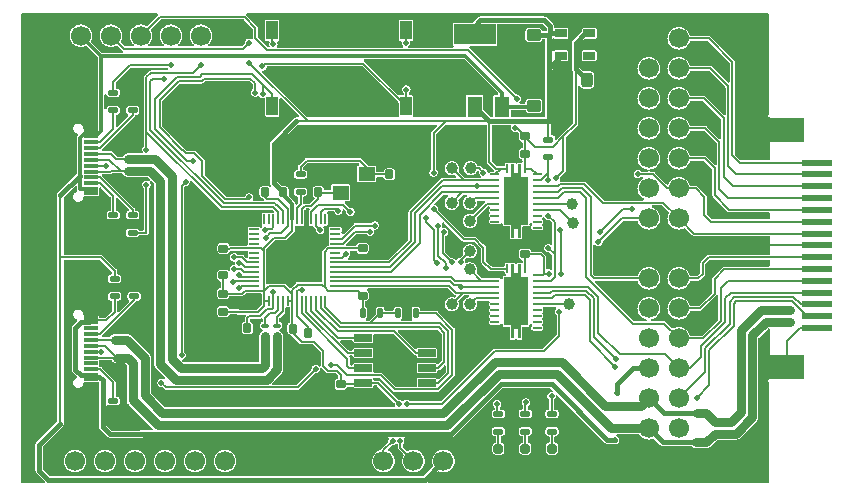
<source format=gtl>
%FSLAX46Y46*%
%MOMM*%
%ADD10C,0.200000*%
%ADD12C,0.300000*%
%ADD13C,0.400000*%
%ADD11C,0.800000*%
%AMPS39*
4,1,20,
-1.025000,-2.025000,
-1.025000,2.025000,
-0.390000,2.025000,
-0.390000,3.150000,
-0.160000,3.150000,
-0.162500,2.370000,
0.160000,2.370000,
0.160000,3.150000,
0.390000,3.150000,
0.390000,2.025000,
1.025000,2.025000,
1.025000,-2.025000,
0.390000,-2.025000,
0.390000,-3.150000,
0.160000,-3.150000,
0.160000,-2.370000,
-0.160000,-2.370000,
-0.160000,-3.150000,
-0.390000,-3.150000,
-0.390000,-2.025000,
-1.025000,-2.025000,
0*
%
%ADD39PS39*%
%AMPS40*
1,1,1.700000,0.000000,0.000000*
%
%ADD40PS40*%
%AMPS20*
1,1,1.700000,0.000000,0.000000*
%
%ADD20PS20*%
%AMPS51*
1,1,1.700000,0.000000,0.000000*
%
%ADD51PS51*%
%AMPS19*
21,1,1.000000,1.600000,0.000000,0.000000,0.000000*
%
%ADD19PS19*%
%AMPS18*
21,1,1.000000,1.600000,0.000000,0.000000,180.000000*
%
%ADD18PS18*%
%AMPS42*
21,1,0.200000,0.875000,0.000000,0.000000,0.000000*
%
%ADD42PS42*%
%AMPS44*
21,1,0.200000,0.875000,0.000000,0.000000,90.000000*
%
%ADD44PS44*%
%AMPS41*
21,1,0.200000,0.875000,0.000000,0.000000,180.000000*
%
%ADD41PS41*%
%AMPS43*
21,1,0.200000,0.875000,0.000000,0.000000,270.000000*
%
%ADD43PS43*%
%AMPS14*
21,1,0.600000,1.500000,0.000000,0.000000,90.000000*
%
%ADD14PS14*%
%AMPS15*
21,1,0.600000,1.500000,0.000000,0.000000,270.000000*
%
%ADD15PS15*%
%AMPS29*
21,1,1.250000,1.750000,0.000000,0.000000,0.000000*
%
%ADD29PS29*%
%AMPS47*
21,1,0.600000,1.150000,0.000000,0.000000,270.000000*
%
%ADD47PS47*%
%AMPS45*
21,1,3.200000,3.200000,0.000000,0.000000,180.000000*
%
%ADD45PS45*%
%AMPS30*
21,1,3.500000,1.750000,0.000000,0.000000,0.000000*
%
%ADD30PS30*%
%AMPS48*
21,1,2.180000,2.000000,0.000000,0.000000,270.000000*
%
%ADD48PS48*%
%AMPS49*
21,1,0.300000,1.150000,0.000000,0.000000,270.000000*
%
%ADD49PS49*%
%AMPS23*
21,1,0.700000,1.000000,0.000000,0.000000,270.000000*
%
%ADD23PS23*%
%AMPS52*
21,1,1.400000,1.200000,0.000000,0.000000,0.000000*
%
%ADD52PS52*%
%AMPS28*
21,1,2.900000,2.000000,0.000000,0.000000,180.000000*
%
%ADD28PS28*%
%AMPS27*
21,1,2.540000,0.500000,0.000000,0.000000,180.000000*
%
%ADD27PS27*%
%AMPS53*
1,1,0.500000,0.000000,0.000000*
%
%ADD53PS53*%
%AMPS16*
1,1,0.200000,0.200000,0.100000*
1,1,0.200000,-0.200000,-0.100000*
1,1,0.200000,-0.200000,0.100000*
21,1,0.400000,0.400000,0.000000,0.000000,90.000000*
21,1,0.200000,0.600000,0.000000,0.000000,90.000000*
1,1,0.200000,0.200000,-0.100000*
%
%ADD16PS16*%
%AMPS50*
1,1,0.360000,0.220000,-0.195000*
1,1,0.360000,-0.220000,0.195000*
1,1,0.360000,0.220000,0.195000*
21,1,0.800000,0.390000,0.000000,0.000000,0.000000*
21,1,0.440000,0.750000,0.000000,0.000000,0.000000*
1,1,0.360000,-0.220000,-0.195000*
%
%ADD50PS50*%
%AMPS31*
1,1,0.360000,0.195000,0.220000*
1,1,0.360000,-0.195000,-0.220000*
1,1,0.360000,-0.195000,0.220000*
21,1,0.800000,0.390000,0.000000,0.000000,90.000000*
21,1,0.440000,0.750000,0.000000,0.000000,90.000000*
1,1,0.360000,0.195000,-0.220000*
%
%ADD31PS31*%
%AMPS17*
1,1,0.360000,-0.220000,0.195000*
1,1,0.360000,0.220000,-0.195000*
1,1,0.360000,-0.220000,-0.195000*
21,1,0.800000,0.390000,0.000000,0.000000,180.000000*
21,1,0.440000,0.750000,0.000000,0.000000,180.000000*
1,1,0.360000,0.220000,0.195000*
%
%ADD17PS17*%
%AMPS33*
1,1,0.360000,-0.195000,-0.220000*
1,1,0.360000,0.195000,0.220000*
1,1,0.360000,0.195000,-0.220000*
21,1,0.800000,0.390000,0.000000,0.000000,270.000000*
21,1,0.440000,0.750000,0.000000,0.000000,270.000000*
1,1,0.360000,-0.195000,0.220000*
%
%ADD33PS33*%
%AMPS32*
1,1,0.360000,0.220000,0.220000*
1,1,0.360000,-0.220000,-0.220000*
1,1,0.360000,-0.220000,0.220000*
21,1,0.800000,0.440000,0.000000,0.000000,90.000000*
21,1,0.440000,0.800000,0.000000,0.000000,90.000000*
1,1,0.360000,0.220000,-0.220000*
%
%ADD32PS32*%
%AMPS25*
1,1,0.500000,0.375000,0.250000*
1,1,0.500000,-0.375000,-0.250000*
1,1,0.500000,-0.375000,0.250000*
21,1,1.000000,0.750000,0.000000,0.000000,90.000000*
21,1,0.500000,1.250000,0.000000,0.000000,90.000000*
1,1,0.500000,0.375000,-0.250000*
%
%ADD25PS25*%
%AMPS34*
1,1,0.500000,-0.250000,0.375000*
1,1,0.500000,0.250000,-0.375000*
1,1,0.500000,-0.250000,-0.375000*
21,1,1.000000,0.750000,0.000000,0.000000,180.000000*
21,1,0.500000,1.250000,0.000000,0.000000,180.000000*
1,1,0.500000,0.250000,0.375000*
%
%ADD34PS34*%
%AMPS46*
1,1,0.500000,-0.375000,-0.250000*
1,1,0.500000,0.375000,0.250000*
1,1,0.500000,0.375000,-0.250000*
21,1,1.000000,0.750000,0.000000,0.000000,270.000000*
21,1,0.500000,1.250000,0.000000,0.000000,270.000000*
1,1,0.500000,-0.375000,0.250000*
%
%ADD46PS46*%
%AMPS26*
1,1,0.240000,0.130000,-0.330000*
1,1,0.240000,-0.130000,0.330000*
1,1,0.240000,0.130000,0.330000*
21,1,0.500000,0.660000,0.000000,0.000000,0.000000*
21,1,0.260000,0.900000,0.000000,0.000000,0.000000*
1,1,0.240000,-0.130000,-0.330000*
%
%ADD26PS26*%
%AMPS24*
1,1,0.240000,0.330000,0.130000*
1,1,0.240000,-0.330000,-0.130000*
1,1,0.240000,-0.330000,0.130000*
21,1,0.500000,0.660000,0.000000,0.000000,90.000000*
21,1,0.260000,0.900000,0.000000,0.000000,90.000000*
1,1,0.240000,0.330000,-0.130000*
%
%ADD24PS24*%
%AMPS22*
1,1,0.240000,-0.330000,-0.130000*
1,1,0.240000,0.330000,0.130000*
1,1,0.240000,0.330000,-0.130000*
21,1,0.500000,0.660000,0.000000,0.000000,270.000000*
21,1,0.260000,0.900000,0.000000,0.000000,270.000000*
1,1,0.240000,-0.330000,0.130000*
%
%ADD22PS22*%
%AMPS37*
1,1,0.230000,0.000000,0.285000*
4,1,4,
-0.115000,-0.400000,
-0.115000,0.285000,
0.115000,0.285000,
0.115000,-0.400000,
-0.115000,-0.400000,
0*
%
%ADD37PS37*%
%AMPS36*
1,1,0.230000,-0.285000,0.000000*
4,1,4,
0.400000,-0.115000,
-0.285000,-0.115000,
-0.285000,0.115000,
0.400000,0.115000,
0.400000,-0.115000,
0*
%
%ADD36PS36*%
%AMPS38*
1,1,0.230000,0.000000,-0.285000*
4,1,4,
0.115000,0.400000,
0.115000,-0.285000,
-0.115000,-0.285000,
-0.115000,0.400000,
0.115000,0.400000,
0*
%
%ADD38PS38*%
%AMPS35*
1,1,0.230000,0.285000,0.000000*
4,1,4,
-0.400000,0.115000,
0.285000,0.115000,
0.285000,-0.115000,
-0.400000,-0.115000,
-0.400000,0.115000,
0*
%
%ADD35PS35*%
%AMPS21*
1,1,1.000000,0.000000,0.000000*
%
%ADD21PS21*%
G01*
%LPD*%
G36*
X-64494756Y-19890000D02*
X-64455752Y-19882080D01*
X-64422927Y-19859575D01*
X-64401479Y-19826048D01*
X-64394807Y-19786812D01*
X-64403966Y-19748081D01*
X-64424045Y-19719289D01*
X-65109938Y-19033396D01*
X-65120148Y-19022131D01*
X-65140342Y-18997525D01*
X-65157214Y-18972273D01*
X-65171062Y-18946365D01*
X-65182678Y-18918321D01*
X-65191208Y-18890204D01*
X-65197134Y-18860415D01*
X-65200253Y-18828753D01*
X-65201000Y-18813537D01*
X-65201000Y-16642463D01*
X-65200253Y-16627248D01*
X-65197134Y-16595583D01*
X-65191208Y-16565796D01*
X-65182678Y-16537678D01*
X-65171062Y-16509634D01*
X-65157214Y-16483726D01*
X-65140342Y-16458474D01*
X-65121585Y-16435619D01*
X-65110752Y-16424704D01*
X-65108288Y-16420954D01*
X-63438289Y-14750955D01*
X-63416310Y-14717775D01*
X-63409000Y-14680244D01*
X-63409000Y4477537D01*
X-63408253Y4492753D01*
X-63405134Y4524415D01*
X-63399208Y4554204D01*
X-63390678Y4582321D01*
X-63379062Y4610365D01*
X-63365214Y4636273D01*
X-63348342Y4661525D01*
X-63328148Y4686131D01*
X-63317938Y4697396D01*
X-61724289Y6291045D01*
X-61702310Y6324225D01*
X-61695000Y6361756D01*
X-61695000Y9317554D01*
X-61694254Y9332735D01*
X-61692093Y9354666D01*
X-61686169Y9384450D01*
X-61680487Y9403181D01*
X-61668866Y9431234D01*
X-61659639Y9448497D01*
X-61642769Y9473747D01*
X-61628794Y9490776D01*
X-61618580Y9502046D01*
X-61575444Y9545182D01*
X-61553465Y9578362D01*
X-61546168Y9617487D01*
X-61554708Y9656359D01*
X-61577734Y9688822D01*
X-61611598Y9709732D01*
X-61631480Y9714810D01*
X-61646371Y9717019D01*
X-61661304Y9719989D01*
X-61687476Y9726545D01*
X-61702033Y9730962D01*
X-61727427Y9740048D01*
X-61741490Y9745873D01*
X-61765865Y9757401D01*
X-61779297Y9764581D01*
X-61802434Y9778448D01*
X-61815077Y9786896D01*
X-61836753Y9802973D01*
X-61848513Y9812624D01*
X-61868497Y9830737D01*
X-61879263Y9841503D01*
X-61897376Y9861487D01*
X-61907027Y9873247D01*
X-61923104Y9894923D01*
X-61931552Y9907566D01*
X-61945419Y9930703D01*
X-61952599Y9944135D01*
X-61964127Y9968510D01*
X-61969952Y9982573D01*
X-61979038Y10007967D01*
X-61983455Y10022524D01*
X-61990011Y10048696D01*
X-61992977Y10063612D01*
X-61996940Y10090328D01*
X-61998428Y10105426D01*
X-61999753Y10132405D01*
X-61999753Y10147595D01*
X-61998428Y10174574D01*
X-61996940Y10189672D01*
X-61992977Y10216388D01*
X-61990011Y10231304D01*
X-61983455Y10257476D01*
X-61979038Y10272033D01*
X-61969952Y10297427D01*
X-61964127Y10311490D01*
X-61952599Y10335865D01*
X-61945419Y10349297D01*
X-61931552Y10372434D01*
X-61923104Y10385077D01*
X-61907027Y10406753D01*
X-61897376Y10418513D01*
X-61879263Y10438497D01*
X-61868497Y10449263D01*
X-61848513Y10467376D01*
X-61836753Y10477027D01*
X-61815077Y10493104D01*
X-61802434Y10501552D01*
X-61779297Y10515419D01*
X-61765865Y10522599D01*
X-61741490Y10534127D01*
X-61727427Y10539952D01*
X-61702033Y10549038D01*
X-61687476Y10553455D01*
X-61661304Y10560011D01*
X-61646388Y10562977D01*
X-61619672Y10566940D01*
X-61604574Y10568428D01*
X-61577595Y10569753D01*
X-61562405Y10569753D01*
X-61535426Y10568428D01*
X-61520328Y10566940D01*
X-61493612Y10562977D01*
X-61478696Y10560011D01*
X-61452524Y10553455D01*
X-61437967Y10549038D01*
X-61412573Y10539952D01*
X-61398510Y10534127D01*
X-61374135Y10522599D01*
X-61360703Y10515419D01*
X-61337566Y10501552D01*
X-61324923Y10493104D01*
X-61303247Y10477027D01*
X-61291487Y10467376D01*
X-61271503Y10449263D01*
X-61260737Y10438497D01*
X-61242624Y10418513D01*
X-61232973Y10406753D01*
X-61216896Y10385077D01*
X-61208448Y10372434D01*
X-61194581Y10349297D01*
X-61187401Y10335865D01*
X-61175873Y10311490D01*
X-61170048Y10297427D01*
X-61160962Y10272033D01*
X-61156545Y10257476D01*
X-61149989Y10231304D01*
X-61147023Y10216388D01*
X-61143060Y10189672D01*
X-61141572Y10174573D01*
X-61140370Y10150094D01*
X-61130546Y10111526D01*
X-61106457Y10079844D01*
X-61071919Y10060067D01*
X-61040490Y10055000D01*
X-59974999Y10055000D01*
X-59935995Y10062920D01*
X-59903170Y10085425D01*
X-59881722Y10118952D01*
X-59874999Y10155000D01*
X-59874999Y16122953D01*
X-59882919Y16161957D01*
X-59904288Y16193664D01*
X-60828586Y17117962D01*
X-60861766Y17139941D01*
X-60900891Y17147238D01*
X-60942053Y17137650D01*
X-60977619Y17120828D01*
X-60991657Y17115014D01*
X-61065570Y17088567D01*
X-61080126Y17084152D01*
X-61156281Y17065076D01*
X-61171183Y17062112D01*
X-61248869Y17050588D01*
X-61263967Y17049100D01*
X-61342405Y17045247D01*
X-61357595Y17045247D01*
X-61436033Y17049100D01*
X-61451131Y17050588D01*
X-61528817Y17062112D01*
X-61543719Y17065076D01*
X-61619874Y17084152D01*
X-61634430Y17088567D01*
X-61708343Y17115014D01*
X-61722390Y17120832D01*
X-61793356Y17154396D01*
X-61806766Y17161563D01*
X-61874122Y17201936D01*
X-61886746Y17210371D01*
X-61949817Y17257148D01*
X-61961566Y17266790D01*
X-62019728Y17319505D01*
X-62030495Y17330272D01*
X-62083210Y17388434D01*
X-62092852Y17400183D01*
X-62139629Y17463254D01*
X-62148064Y17475878D01*
X-62188437Y17543234D01*
X-62195604Y17556644D01*
X-62229168Y17627610D01*
X-62234986Y17641657D01*
X-62261433Y17715570D01*
X-62265848Y17730126D01*
X-62284924Y17806281D01*
X-62287888Y17821183D01*
X-62299412Y17898869D01*
X-62300900Y17913967D01*
X-62304753Y17992405D01*
X-62304753Y18007595D01*
X-62300900Y18086033D01*
X-62299412Y18101131D01*
X-62287888Y18178817D01*
X-62284924Y18193719D01*
X-62265848Y18269874D01*
X-62261433Y18284430D01*
X-62234986Y18358343D01*
X-62229168Y18372390D01*
X-62195604Y18443356D01*
X-62188437Y18456766D01*
X-62148064Y18524122D01*
X-62139629Y18536746D01*
X-62092852Y18599817D01*
X-62083210Y18611566D01*
X-62030495Y18669728D01*
X-62019728Y18680495D01*
X-61961566Y18733210D01*
X-61949817Y18742852D01*
X-61886746Y18789629D01*
X-61874122Y18798064D01*
X-61806766Y18838437D01*
X-61793356Y18845604D01*
X-61722390Y18879168D01*
X-61708343Y18884986D01*
X-61634430Y18911433D01*
X-61619874Y18915848D01*
X-61543719Y18934924D01*
X-61528817Y18937888D01*
X-61451131Y18949412D01*
X-61436033Y18950900D01*
X-61357595Y18954753D01*
X-61342405Y18954753D01*
X-61263967Y18950900D01*
X-61248869Y18949412D01*
X-61171183Y18937888D01*
X-61156281Y18934924D01*
X-61080126Y18915848D01*
X-61065570Y18911433D01*
X-60991657Y18884986D01*
X-60977610Y18879168D01*
X-60906644Y18845604D01*
X-60893234Y18838437D01*
X-60825878Y18798064D01*
X-60813254Y18789629D01*
X-60750183Y18742852D01*
X-60738434Y18733210D01*
X-60680272Y18680495D01*
X-60669505Y18669728D01*
X-60616790Y18611566D01*
X-60607148Y18599817D01*
X-60560371Y18536746D01*
X-60551936Y18524122D01*
X-60511563Y18456766D01*
X-60504396Y18443356D01*
X-60470832Y18372390D01*
X-60465014Y18358343D01*
X-60438567Y18284430D01*
X-60434152Y18269874D01*
X-60415076Y18193719D01*
X-60412112Y18178817D01*
X-60400588Y18101131D01*
X-60399100Y18086033D01*
X-60395247Y18007595D01*
X-60395247Y17992405D01*
X-60399100Y17913967D01*
X-60400588Y17898869D01*
X-60412112Y17821183D01*
X-60415076Y17806281D01*
X-60434152Y17730126D01*
X-60438567Y17715570D01*
X-60465014Y17641657D01*
X-60470828Y17627619D01*
X-60487650Y17592053D01*
X-60497166Y17553408D01*
X-60490857Y17514112D01*
X-60467962Y17478586D01*
X-59543664Y16554288D01*
X-59510484Y16532309D01*
X-59472953Y16524999D01*
X-57840528Y16524999D01*
X-57801524Y16532919D01*
X-57768699Y16555424D01*
X-57747251Y16588951D01*
X-57740579Y16628187D01*
X-57749738Y16666918D01*
X-57773279Y16699009D01*
X-57797941Y16714648D01*
X-57797754Y16714999D01*
X-57810708Y16721923D01*
X-57835958Y16738795D01*
X-57843660Y16745116D01*
X-57854574Y16755948D01*
X-57858324Y16758412D01*
X-58240995Y17141083D01*
X-58274175Y17163062D01*
X-58313300Y17170359D01*
X-58358848Y17158563D01*
X-58366646Y17154395D01*
X-58437610Y17120832D01*
X-58451657Y17115014D01*
X-58525570Y17088567D01*
X-58540126Y17084152D01*
X-58616281Y17065076D01*
X-58631183Y17062112D01*
X-58708869Y17050588D01*
X-58723967Y17049100D01*
X-58802405Y17045247D01*
X-58817595Y17045247D01*
X-58896033Y17049100D01*
X-58911131Y17050588D01*
X-58988817Y17062112D01*
X-59003719Y17065076D01*
X-59079874Y17084152D01*
X-59094430Y17088567D01*
X-59168343Y17115014D01*
X-59182390Y17120832D01*
X-59253356Y17154396D01*
X-59266766Y17161563D01*
X-59334122Y17201936D01*
X-59346746Y17210371D01*
X-59409817Y17257148D01*
X-59421566Y17266790D01*
X-59479728Y17319505D01*
X-59490495Y17330272D01*
X-59543210Y17388434D01*
X-59552852Y17400183D01*
X-59599629Y17463254D01*
X-59608064Y17475878D01*
X-59648437Y17543234D01*
X-59655604Y17556644D01*
X-59689168Y17627610D01*
X-59694986Y17641657D01*
X-59721433Y17715570D01*
X-59725848Y17730126D01*
X-59744924Y17806281D01*
X-59747888Y17821183D01*
X-59759412Y17898869D01*
X-59760900Y17913967D01*
X-59764753Y17992405D01*
X-59764753Y18007595D01*
X-59760900Y18086033D01*
X-59759412Y18101131D01*
X-59747888Y18178817D01*
X-59744924Y18193719D01*
X-59725848Y18269874D01*
X-59721433Y18284430D01*
X-59694986Y18358343D01*
X-59689168Y18372390D01*
X-59655604Y18443356D01*
X-59648437Y18456766D01*
X-59608064Y18524122D01*
X-59599629Y18536746D01*
X-59552852Y18599817D01*
X-59543210Y18611566D01*
X-59490495Y18669728D01*
X-59479728Y18680495D01*
X-59421566Y18733210D01*
X-59409817Y18742852D01*
X-59346746Y18789629D01*
X-59334122Y18798064D01*
X-59266766Y18838437D01*
X-59253356Y18845604D01*
X-59182390Y18879168D01*
X-59168343Y18884986D01*
X-59094430Y18911433D01*
X-59079874Y18915848D01*
X-59003719Y18934924D01*
X-58988817Y18937888D01*
X-58911131Y18949412D01*
X-58896033Y18950900D01*
X-58817595Y18954753D01*
X-58802405Y18954753D01*
X-58723967Y18950900D01*
X-58708869Y18949412D01*
X-58631183Y18937888D01*
X-58616281Y18934924D01*
X-58540126Y18915848D01*
X-58525570Y18911433D01*
X-58451657Y18884986D01*
X-58437610Y18879168D01*
X-58366644Y18845604D01*
X-58353234Y18838437D01*
X-58285878Y18798064D01*
X-58273254Y18789629D01*
X-58210183Y18742852D01*
X-58198434Y18733210D01*
X-58140272Y18680495D01*
X-58129505Y18669728D01*
X-58076790Y18611566D01*
X-58067148Y18599817D01*
X-58020371Y18536746D01*
X-58011936Y18524122D01*
X-57971563Y18456766D01*
X-57964396Y18443356D01*
X-57930832Y18372390D01*
X-57925014Y18358343D01*
X-57898567Y18284430D01*
X-57894152Y18269874D01*
X-57875076Y18193719D01*
X-57872112Y18178817D01*
X-57860588Y18101131D01*
X-57859100Y18086033D01*
X-57855247Y18007595D01*
X-57855247Y17992405D01*
X-57859100Y17913967D01*
X-57860588Y17898869D01*
X-57872112Y17821183D01*
X-57875076Y17806281D01*
X-57894152Y17730126D01*
X-57898567Y17715570D01*
X-57925014Y17641657D01*
X-57930832Y17627610D01*
X-57964395Y17556646D01*
X-57968563Y17548848D01*
X-57979965Y17510716D01*
X-57975592Y17471158D01*
X-57951083Y17430995D01*
X-57654367Y17134279D01*
X-57621187Y17112300D01*
X-57583656Y17104990D01*
X-56962288Y17104990D01*
X-56923284Y17112910D01*
X-56890459Y17135415D01*
X-56869011Y17168942D01*
X-56862339Y17208178D01*
X-56871498Y17246909D01*
X-56895132Y17279085D01*
X-56939728Y17319505D01*
X-56950495Y17330272D01*
X-57003210Y17388434D01*
X-57012852Y17400183D01*
X-57059629Y17463254D01*
X-57068064Y17475878D01*
X-57108437Y17543234D01*
X-57115604Y17556644D01*
X-57149168Y17627610D01*
X-57154986Y17641657D01*
X-57181433Y17715570D01*
X-57185848Y17730126D01*
X-57204924Y17806281D01*
X-57207888Y17821183D01*
X-57219412Y17898869D01*
X-57220900Y17913967D01*
X-57224753Y17992405D01*
X-57224753Y18007595D01*
X-57220900Y18086033D01*
X-57219412Y18101131D01*
X-57207888Y18178817D01*
X-57204924Y18193719D01*
X-57185848Y18269874D01*
X-57181433Y18284430D01*
X-57154986Y18358343D01*
X-57149168Y18372390D01*
X-57115604Y18443356D01*
X-57108437Y18456766D01*
X-57068064Y18524122D01*
X-57059629Y18536746D01*
X-57012852Y18599817D01*
X-57003210Y18611566D01*
X-56950495Y18669728D01*
X-56939728Y18680495D01*
X-56881566Y18733210D01*
X-56869817Y18742852D01*
X-56806746Y18789629D01*
X-56794122Y18798064D01*
X-56726766Y18838437D01*
X-56713356Y18845604D01*
X-56642390Y18879168D01*
X-56628343Y18884986D01*
X-56554430Y18911433D01*
X-56539874Y18915848D01*
X-56463719Y18934924D01*
X-56448817Y18937888D01*
X-56371131Y18949412D01*
X-56356033Y18950900D01*
X-56277595Y18954753D01*
X-56262405Y18954753D01*
X-56183967Y18950900D01*
X-56168869Y18949412D01*
X-56091183Y18937888D01*
X-56076281Y18934924D01*
X-56000126Y18915848D01*
X-55985570Y18911433D01*
X-55911657Y18884986D01*
X-55897610Y18879168D01*
X-55826646Y18845605D01*
X-55818848Y18841437D01*
X-55780716Y18830035D01*
X-55741158Y18834408D01*
X-55700995Y18858917D01*
X-54840623Y19719289D01*
X-54818644Y19752469D01*
X-54811347Y19791594D01*
X-54819887Y19830466D01*
X-54842913Y19862929D01*
X-54876777Y19883839D01*
X-54911334Y19890000D01*
X-66290000Y19890000D01*
X-66329004Y19882080D01*
X-66361829Y19859575D01*
X-66383277Y19826048D01*
X-66390000Y19790000D01*
X-66390000Y-19790000D01*
X-66382080Y-19829004D01*
X-66359575Y-19861829D01*
X-66326048Y-19883277D01*
X-66290000Y-19890000D01*
X-64494756Y-19890000D01*
D02*
G37*
%LPD*%
G36*
X-3100000Y2454986D02*
X-3060996Y2462906D01*
X-3028171Y2485411D01*
X-3006723Y2518938D01*
X-3000000Y2554986D01*
X-3000000Y2944986D01*
X-3007920Y2983990D01*
X-3030425Y3016815D01*
X-3063952Y3038263D01*
X-3100000Y3044986D01*
X-6447521Y3044986D01*
X-6462721Y3045733D01*
X-6474902Y3046932D01*
X-6504677Y3052855D01*
X-6514039Y3055695D01*
X-6542083Y3067311D01*
X-6550704Y3071919D01*
X-6575954Y3088791D01*
X-6583656Y3095112D01*
X-6594570Y3105944D01*
X-6598320Y3108408D01*
X-7821272Y4331360D01*
X-7824041Y4335415D01*
X-7834873Y4346329D01*
X-7841194Y4354031D01*
X-7858066Y4379281D01*
X-7862674Y4387902D01*
X-7874290Y4415946D01*
X-7877129Y4425305D01*
X-7883054Y4455086D01*
X-7884254Y4467266D01*
X-7885000Y4482449D01*
X-7885000Y6657666D01*
X-7892920Y6696670D01*
X-7914289Y6728377D01*
X-8571623Y7385711D01*
X-8604803Y7407690D01*
X-8642334Y7415000D01*
X-9720308Y7415000D01*
X-9759312Y7407080D01*
X-9792137Y7384575D01*
X-9816003Y7344026D01*
X-9818571Y7335561D01*
X-9845014Y7261657D01*
X-9850832Y7247610D01*
X-9884396Y7176644D01*
X-9891563Y7163234D01*
X-9931936Y7095878D01*
X-9940371Y7083254D01*
X-9987148Y7020183D01*
X-9996790Y7008434D01*
X-10049505Y6950272D01*
X-10060272Y6939505D01*
X-10118434Y6886790D01*
X-10130183Y6877148D01*
X-10193254Y6830371D01*
X-10205878Y6821936D01*
X-10273234Y6781563D01*
X-10286644Y6774396D01*
X-10357610Y6740832D01*
X-10371657Y6735014D01*
X-10445570Y6708567D01*
X-10460126Y6704152D01*
X-10536281Y6685076D01*
X-10551183Y6682112D01*
X-10628869Y6670588D01*
X-10643967Y6669100D01*
X-10722405Y6665247D01*
X-10737595Y6665247D01*
X-10816033Y6669100D01*
X-10831131Y6670588D01*
X-10908817Y6682112D01*
X-10923719Y6685076D01*
X-10999874Y6704152D01*
X-11014430Y6708567D01*
X-11088343Y6735014D01*
X-11102390Y6740832D01*
X-11173356Y6774396D01*
X-11186766Y6781563D01*
X-11254122Y6821936D01*
X-11266746Y6830371D01*
X-11329817Y6877148D01*
X-11341566Y6886790D01*
X-11399728Y6939505D01*
X-11410495Y6950272D01*
X-11463210Y7008434D01*
X-11472852Y7020183D01*
X-11519629Y7083254D01*
X-11528064Y7095878D01*
X-11568437Y7163234D01*
X-11575604Y7176644D01*
X-11609168Y7247610D01*
X-11614986Y7261657D01*
X-11641433Y7335570D01*
X-11645848Y7350126D01*
X-11664924Y7426281D01*
X-11667888Y7441183D01*
X-11679412Y7518869D01*
X-11680900Y7533967D01*
X-11684753Y7612405D01*
X-11684753Y7627595D01*
X-11680900Y7706033D01*
X-11679412Y7721131D01*
X-11667888Y7798817D01*
X-11664924Y7813719D01*
X-11645848Y7889874D01*
X-11641433Y7904430D01*
X-11614986Y7978343D01*
X-11609168Y7992390D01*
X-11575604Y8063356D01*
X-11568437Y8076766D01*
X-11528064Y8144122D01*
X-11519629Y8156746D01*
X-11472852Y8219817D01*
X-11463210Y8231566D01*
X-11410495Y8289728D01*
X-11399728Y8300495D01*
X-11341566Y8353210D01*
X-11329817Y8362852D01*
X-11266746Y8409629D01*
X-11254122Y8418064D01*
X-11186766Y8458437D01*
X-11173356Y8465604D01*
X-11102390Y8499168D01*
X-11088343Y8504986D01*
X-11014430Y8531433D01*
X-10999874Y8535848D01*
X-10923719Y8554924D01*
X-10908817Y8557888D01*
X-10831131Y8569412D01*
X-10816033Y8570900D01*
X-10737595Y8574753D01*
X-10722405Y8574753D01*
X-10643967Y8570900D01*
X-10628869Y8569412D01*
X-10551183Y8557888D01*
X-10536281Y8554924D01*
X-10460126Y8535848D01*
X-10445570Y8531433D01*
X-10371657Y8504986D01*
X-10357610Y8499168D01*
X-10286644Y8465604D01*
X-10273234Y8458437D01*
X-10205878Y8418064D01*
X-10193254Y8409629D01*
X-10130183Y8362852D01*
X-10118434Y8353210D01*
X-10060272Y8300495D01*
X-10049505Y8289728D01*
X-9996790Y8231566D01*
X-9987148Y8219817D01*
X-9940371Y8156746D01*
X-9931936Y8144122D01*
X-9891563Y8076766D01*
X-9884396Y8063356D01*
X-9850832Y7992390D01*
X-9845014Y7978343D01*
X-9818571Y7904439D01*
X-9816003Y7895974D01*
X-9797103Y7860949D01*
X-9766039Y7836069D01*
X-9720308Y7825000D01*
X-8518449Y7825000D01*
X-8503266Y7824254D01*
X-8491086Y7823054D01*
X-8461305Y7817129D01*
X-8451946Y7814290D01*
X-8423902Y7802674D01*
X-8415281Y7798066D01*
X-8390031Y7781194D01*
X-8382329Y7774873D01*
X-8371415Y7764041D01*
X-8367665Y7761577D01*
X-7671711Y7065623D01*
X-7638531Y7043644D01*
X-7599406Y7036347D01*
X-7560534Y7044887D01*
X-7528071Y7067913D01*
X-7507161Y7101777D01*
X-7501000Y7136334D01*
X-7501000Y8833666D01*
X-7508920Y8872670D01*
X-7530289Y8904377D01*
X-8551623Y9925711D01*
X-8584803Y9947690D01*
X-8622334Y9955000D01*
X-9720308Y9955000D01*
X-9759312Y9947080D01*
X-9792137Y9924575D01*
X-9816003Y9884026D01*
X-9818571Y9875561D01*
X-9845014Y9801657D01*
X-9850832Y9787610D01*
X-9884396Y9716644D01*
X-9891563Y9703234D01*
X-9931936Y9635878D01*
X-9940371Y9623254D01*
X-9987148Y9560183D01*
X-9996790Y9548434D01*
X-10049505Y9490272D01*
X-10060272Y9479505D01*
X-10118434Y9426790D01*
X-10130183Y9417148D01*
X-10193254Y9370371D01*
X-10205878Y9361936D01*
X-10273234Y9321563D01*
X-10286644Y9314396D01*
X-10357610Y9280832D01*
X-10371657Y9275014D01*
X-10445570Y9248567D01*
X-10460126Y9244152D01*
X-10536281Y9225076D01*
X-10551183Y9222112D01*
X-10628869Y9210588D01*
X-10643967Y9209100D01*
X-10722405Y9205247D01*
X-10737595Y9205247D01*
X-10816033Y9209100D01*
X-10831131Y9210588D01*
X-10908817Y9222112D01*
X-10923719Y9225076D01*
X-10999874Y9244152D01*
X-11014430Y9248567D01*
X-11088343Y9275014D01*
X-11102390Y9280832D01*
X-11173356Y9314396D01*
X-11186766Y9321563D01*
X-11254122Y9361936D01*
X-11266746Y9370371D01*
X-11329817Y9417148D01*
X-11341566Y9426790D01*
X-11399728Y9479505D01*
X-11410495Y9490272D01*
X-11463210Y9548434D01*
X-11472852Y9560183D01*
X-11519629Y9623254D01*
X-11528064Y9635878D01*
X-11568437Y9703234D01*
X-11575604Y9716644D01*
X-11609168Y9787610D01*
X-11614986Y9801657D01*
X-11641433Y9875570D01*
X-11645848Y9890126D01*
X-11664924Y9966281D01*
X-11667888Y9981183D01*
X-11679412Y10058869D01*
X-11680900Y10073967D01*
X-11684753Y10152405D01*
X-11684753Y10167595D01*
X-11680900Y10246033D01*
X-11679412Y10261131D01*
X-11667888Y10338817D01*
X-11664924Y10353719D01*
X-11645848Y10429874D01*
X-11641433Y10444430D01*
X-11614986Y10518343D01*
X-11609168Y10532390D01*
X-11575604Y10603356D01*
X-11568437Y10616766D01*
X-11528064Y10684122D01*
X-11519629Y10696746D01*
X-11472852Y10759817D01*
X-11463210Y10771566D01*
X-11410495Y10829728D01*
X-11399728Y10840495D01*
X-11341566Y10893210D01*
X-11329817Y10902852D01*
X-11266746Y10949629D01*
X-11254122Y10958064D01*
X-11186766Y10998437D01*
X-11173356Y11005604D01*
X-11102390Y11039168D01*
X-11088343Y11044986D01*
X-11014430Y11071433D01*
X-10999874Y11075848D01*
X-10923719Y11094924D01*
X-10908817Y11097888D01*
X-10831131Y11109412D01*
X-10816033Y11110900D01*
X-10737595Y11114753D01*
X-10722405Y11114753D01*
X-10643967Y11110900D01*
X-10628869Y11109412D01*
X-10551183Y11097888D01*
X-10536281Y11094924D01*
X-10460126Y11075848D01*
X-10445570Y11071433D01*
X-10371657Y11044986D01*
X-10357610Y11039168D01*
X-10286644Y11005604D01*
X-10273234Y10998437D01*
X-10205878Y10958064D01*
X-10193254Y10949629D01*
X-10130183Y10902852D01*
X-10118434Y10893210D01*
X-10060272Y10840495D01*
X-10049505Y10829728D01*
X-9996790Y10771566D01*
X-9987148Y10759817D01*
X-9940371Y10696746D01*
X-9931936Y10684122D01*
X-9891563Y10616766D01*
X-9884396Y10603356D01*
X-9850832Y10532390D01*
X-9845014Y10518343D01*
X-9818571Y10444439D01*
X-9816003Y10435974D01*
X-9797103Y10400949D01*
X-9766039Y10376069D01*
X-9720308Y10365000D01*
X-8498449Y10365000D01*
X-8483266Y10364254D01*
X-8471086Y10363054D01*
X-8441305Y10357129D01*
X-8431946Y10354290D01*
X-8403902Y10342674D01*
X-8395281Y10338066D01*
X-8370031Y10321194D01*
X-8362329Y10314873D01*
X-8351415Y10304041D01*
X-8347665Y10301577D01*
X-7287711Y9241623D01*
X-7254531Y9219644D01*
X-7215406Y9212347D01*
X-7176534Y9220887D01*
X-7144071Y9243913D01*
X-7123161Y9277777D01*
X-7117000Y9312334D01*
X-7117000Y10881666D01*
X-7124920Y10920670D01*
X-7146289Y10952377D01*
X-8659623Y12465711D01*
X-8692803Y12487690D01*
X-8730334Y12495000D01*
X-9720308Y12495000D01*
X-9759312Y12487080D01*
X-9792137Y12464575D01*
X-9816003Y12424026D01*
X-9818571Y12415561D01*
X-9845014Y12341657D01*
X-9850832Y12327610D01*
X-9884396Y12256644D01*
X-9891563Y12243234D01*
X-9931936Y12175878D01*
X-9940371Y12163254D01*
X-9987148Y12100183D01*
X-9996790Y12088434D01*
X-10049505Y12030272D01*
X-10060272Y12019505D01*
X-10118434Y11966790D01*
X-10130183Y11957148D01*
X-10193254Y11910371D01*
X-10205878Y11901936D01*
X-10273234Y11861563D01*
X-10286644Y11854396D01*
X-10357610Y11820832D01*
X-10371657Y11815014D01*
X-10445570Y11788567D01*
X-10460126Y11784152D01*
X-10536281Y11765076D01*
X-10551183Y11762112D01*
X-10628869Y11750588D01*
X-10643967Y11749100D01*
X-10722405Y11745247D01*
X-10737595Y11745247D01*
X-10816033Y11749100D01*
X-10831131Y11750588D01*
X-10908817Y11762112D01*
X-10923719Y11765076D01*
X-10999874Y11784152D01*
X-11014430Y11788567D01*
X-11088343Y11815014D01*
X-11102390Y11820832D01*
X-11173356Y11854396D01*
X-11186766Y11861563D01*
X-11254122Y11901936D01*
X-11266746Y11910371D01*
X-11329817Y11957148D01*
X-11341566Y11966790D01*
X-11399728Y12019505D01*
X-11410495Y12030272D01*
X-11463210Y12088434D01*
X-11472852Y12100183D01*
X-11519629Y12163254D01*
X-11528064Y12175878D01*
X-11568437Y12243234D01*
X-11575604Y12256644D01*
X-11609168Y12327610D01*
X-11614986Y12341657D01*
X-11641433Y12415570D01*
X-11645848Y12430126D01*
X-11664924Y12506281D01*
X-11667888Y12521183D01*
X-11679412Y12598869D01*
X-11680900Y12613967D01*
X-11684753Y12692405D01*
X-11684753Y12707595D01*
X-11680900Y12786033D01*
X-11679412Y12801131D01*
X-11667888Y12878817D01*
X-11664924Y12893719D01*
X-11645848Y12969874D01*
X-11641433Y12984430D01*
X-11614986Y13058343D01*
X-11609168Y13072390D01*
X-11575604Y13143356D01*
X-11568437Y13156766D01*
X-11528064Y13224122D01*
X-11519629Y13236746D01*
X-11472852Y13299817D01*
X-11463210Y13311566D01*
X-11410495Y13369728D01*
X-11399728Y13380495D01*
X-11341566Y13433210D01*
X-11329817Y13442852D01*
X-11266746Y13489629D01*
X-11254122Y13498064D01*
X-11186766Y13538437D01*
X-11173356Y13545604D01*
X-11102390Y13579168D01*
X-11088343Y13584986D01*
X-11014430Y13611433D01*
X-10999874Y13615848D01*
X-10923719Y13634924D01*
X-10908817Y13637888D01*
X-10831131Y13649412D01*
X-10816033Y13650900D01*
X-10737595Y13654753D01*
X-10722405Y13654753D01*
X-10643967Y13650900D01*
X-10628869Y13649412D01*
X-10551183Y13637888D01*
X-10536281Y13634924D01*
X-10460126Y13615848D01*
X-10445570Y13611433D01*
X-10371657Y13584986D01*
X-10357610Y13579168D01*
X-10286644Y13545604D01*
X-10273234Y13538437D01*
X-10205878Y13498064D01*
X-10193254Y13489629D01*
X-10130183Y13442852D01*
X-10118434Y13433210D01*
X-10060272Y13380495D01*
X-10049505Y13369728D01*
X-9996790Y13311566D01*
X-9987148Y13299817D01*
X-9940371Y13236746D01*
X-9931936Y13224122D01*
X-9891563Y13156766D01*
X-9884396Y13143356D01*
X-9850832Y13072390D01*
X-9845014Y13058343D01*
X-9818571Y12984439D01*
X-9816003Y12975974D01*
X-9797103Y12940949D01*
X-9766039Y12916069D01*
X-9720308Y12905000D01*
X-8606449Y12905000D01*
X-8591266Y12904254D01*
X-8579086Y12903054D01*
X-8549305Y12897129D01*
X-8539946Y12894290D01*
X-8511902Y12882674D01*
X-8503281Y12878066D01*
X-8478031Y12861194D01*
X-8470329Y12854873D01*
X-8459415Y12844041D01*
X-8455665Y12841577D01*
X-6937701Y11323613D01*
X-6904521Y11301634D01*
X-6865396Y11294337D01*
X-6826524Y11302877D01*
X-6794061Y11325903D01*
X-6773151Y11359767D01*
X-6766990Y11394324D01*
X-6766990Y13603656D01*
X-6774910Y13642660D01*
X-6796279Y13674367D01*
X-8127623Y15005711D01*
X-8160803Y15027690D01*
X-8198334Y15035000D01*
X-9720308Y15035000D01*
X-9759312Y15027080D01*
X-9792137Y15004575D01*
X-9816003Y14964026D01*
X-9818571Y14955561D01*
X-9845014Y14881657D01*
X-9850832Y14867610D01*
X-9884396Y14796644D01*
X-9891563Y14783234D01*
X-9931936Y14715878D01*
X-9940371Y14703254D01*
X-9987148Y14640183D01*
X-9996790Y14628434D01*
X-10049505Y14570272D01*
X-10060272Y14559505D01*
X-10118434Y14506790D01*
X-10130183Y14497148D01*
X-10193254Y14450371D01*
X-10205878Y14441936D01*
X-10273234Y14401563D01*
X-10286644Y14394396D01*
X-10357610Y14360832D01*
X-10371657Y14355014D01*
X-10445570Y14328567D01*
X-10460126Y14324152D01*
X-10536281Y14305076D01*
X-10551183Y14302112D01*
X-10628869Y14290588D01*
X-10643967Y14289100D01*
X-10722405Y14285247D01*
X-10737595Y14285247D01*
X-10816033Y14289100D01*
X-10831131Y14290588D01*
X-10908817Y14302112D01*
X-10923719Y14305076D01*
X-10999874Y14324152D01*
X-11014430Y14328567D01*
X-11088343Y14355014D01*
X-11102390Y14360832D01*
X-11173356Y14394396D01*
X-11186766Y14401563D01*
X-11254122Y14441936D01*
X-11266746Y14450371D01*
X-11329817Y14497148D01*
X-11341566Y14506790D01*
X-11399728Y14559505D01*
X-11410495Y14570272D01*
X-11463210Y14628434D01*
X-11472852Y14640183D01*
X-11519629Y14703254D01*
X-11528064Y14715878D01*
X-11568437Y14783234D01*
X-11575604Y14796644D01*
X-11609168Y14867610D01*
X-11614986Y14881657D01*
X-11641433Y14955570D01*
X-11645848Y14970126D01*
X-11664924Y15046281D01*
X-11667888Y15061183D01*
X-11679412Y15138869D01*
X-11680900Y15153967D01*
X-11684753Y15232405D01*
X-11684753Y15247595D01*
X-11680900Y15326033D01*
X-11679412Y15341131D01*
X-11667888Y15418817D01*
X-11664924Y15433719D01*
X-11645848Y15509874D01*
X-11641433Y15524430D01*
X-11614986Y15598343D01*
X-11609168Y15612390D01*
X-11575604Y15683356D01*
X-11568437Y15696766D01*
X-11528064Y15764122D01*
X-11519629Y15776746D01*
X-11472852Y15839817D01*
X-11463210Y15851566D01*
X-11410495Y15909728D01*
X-11399728Y15920495D01*
X-11341566Y15973210D01*
X-11329817Y15982852D01*
X-11266746Y16029629D01*
X-11254122Y16038064D01*
X-11186766Y16078437D01*
X-11173356Y16085604D01*
X-11102390Y16119168D01*
X-11088343Y16124986D01*
X-11014430Y16151433D01*
X-10999874Y16155848D01*
X-10923719Y16174924D01*
X-10908817Y16177888D01*
X-10831131Y16189412D01*
X-10816033Y16190900D01*
X-10737595Y16194753D01*
X-10722405Y16194753D01*
X-10643967Y16190900D01*
X-10628869Y16189412D01*
X-10551183Y16177888D01*
X-10536281Y16174924D01*
X-10460126Y16155848D01*
X-10445570Y16151433D01*
X-10371657Y16124986D01*
X-10357610Y16119168D01*
X-10286644Y16085604D01*
X-10273234Y16078437D01*
X-10205878Y16038064D01*
X-10193254Y16029629D01*
X-10130183Y15982852D01*
X-10118434Y15973210D01*
X-10060272Y15920495D01*
X-10049505Y15909728D01*
X-9996790Y15851566D01*
X-9987148Y15839817D01*
X-9940371Y15776746D01*
X-9931936Y15764122D01*
X-9891563Y15696766D01*
X-9884396Y15683356D01*
X-9850832Y15612390D01*
X-9845014Y15598343D01*
X-9818571Y15524439D01*
X-9816003Y15515974D01*
X-9797103Y15480949D01*
X-9766039Y15456069D01*
X-9720308Y15445000D01*
X-8074449Y15445000D01*
X-8059266Y15444254D01*
X-8047086Y15443054D01*
X-8017305Y15437129D01*
X-8007946Y15434290D01*
X-7979902Y15422674D01*
X-7971281Y15418066D01*
X-7946031Y15401194D01*
X-7938329Y15394873D01*
X-7927415Y15384041D01*
X-7923665Y15381577D01*
X-6587691Y14045603D01*
X-6554511Y14023624D01*
X-6515386Y14016327D01*
X-6476514Y14024867D01*
X-6444051Y14047893D01*
X-6423141Y14081757D01*
X-6416980Y14116314D01*
X-6416980Y15685646D01*
X-6424900Y15724650D01*
X-6446269Y15756357D01*
X-8235623Y17545711D01*
X-8268803Y17567690D01*
X-8306334Y17575000D01*
X-9720308Y17575000D01*
X-9759312Y17567080D01*
X-9792137Y17544575D01*
X-9816003Y17504026D01*
X-9818571Y17495561D01*
X-9845014Y17421657D01*
X-9850832Y17407610D01*
X-9884396Y17336644D01*
X-9891563Y17323234D01*
X-9931936Y17255878D01*
X-9940371Y17243254D01*
X-9987148Y17180183D01*
X-9996790Y17168434D01*
X-10049505Y17110272D01*
X-10060272Y17099505D01*
X-10118434Y17046790D01*
X-10130183Y17037148D01*
X-10193254Y16990371D01*
X-10205878Y16981936D01*
X-10273234Y16941563D01*
X-10286644Y16934396D01*
X-10357610Y16900832D01*
X-10371657Y16895014D01*
X-10445570Y16868567D01*
X-10460126Y16864152D01*
X-10536281Y16845076D01*
X-10551183Y16842112D01*
X-10628869Y16830588D01*
X-10643967Y16829100D01*
X-10722405Y16825247D01*
X-10737595Y16825247D01*
X-10816033Y16829100D01*
X-10831131Y16830588D01*
X-10908817Y16842112D01*
X-10923719Y16845076D01*
X-10999874Y16864152D01*
X-11014430Y16868567D01*
X-11088343Y16895014D01*
X-11102390Y16900832D01*
X-11173356Y16934396D01*
X-11186766Y16941563D01*
X-11254122Y16981936D01*
X-11266746Y16990371D01*
X-11329817Y17037148D01*
X-11341566Y17046790D01*
X-11399728Y17099505D01*
X-11410495Y17110272D01*
X-11463210Y17168434D01*
X-11472852Y17180183D01*
X-11519629Y17243254D01*
X-11528064Y17255878D01*
X-11568437Y17323234D01*
X-11575604Y17336644D01*
X-11609168Y17407610D01*
X-11614986Y17421657D01*
X-11641433Y17495570D01*
X-11645848Y17510126D01*
X-11664924Y17586281D01*
X-11667888Y17601183D01*
X-11679412Y17678869D01*
X-11680900Y17693967D01*
X-11684753Y17772405D01*
X-11684753Y17787595D01*
X-11680900Y17866033D01*
X-11679412Y17881131D01*
X-11667888Y17958817D01*
X-11664924Y17973719D01*
X-11645848Y18049874D01*
X-11641433Y18064430D01*
X-11614986Y18138343D01*
X-11609168Y18152390D01*
X-11575604Y18223356D01*
X-11568437Y18236766D01*
X-11528064Y18304122D01*
X-11519629Y18316746D01*
X-11472852Y18379817D01*
X-11463210Y18391566D01*
X-11410495Y18449728D01*
X-11399728Y18460495D01*
X-11341566Y18513210D01*
X-11329817Y18522852D01*
X-11266746Y18569629D01*
X-11254122Y18578064D01*
X-11186766Y18618437D01*
X-11173356Y18625604D01*
X-11102390Y18659168D01*
X-11088343Y18664986D01*
X-11014430Y18691433D01*
X-10999874Y18695848D01*
X-10923719Y18714924D01*
X-10908817Y18717888D01*
X-10831131Y18729412D01*
X-10816033Y18730900D01*
X-10737595Y18734753D01*
X-10722405Y18734753D01*
X-10643967Y18730900D01*
X-10628869Y18729412D01*
X-10551183Y18717888D01*
X-10536281Y18714924D01*
X-10460126Y18695848D01*
X-10445570Y18691433D01*
X-10371657Y18664986D01*
X-10357610Y18659168D01*
X-10286644Y18625604D01*
X-10273234Y18618437D01*
X-10205878Y18578064D01*
X-10193254Y18569629D01*
X-10130183Y18522852D01*
X-10118434Y18513210D01*
X-10060272Y18460495D01*
X-10049505Y18449728D01*
X-9996790Y18391566D01*
X-9987148Y18379817D01*
X-9940371Y18316746D01*
X-9931936Y18304122D01*
X-9891563Y18236766D01*
X-9884396Y18223356D01*
X-9850832Y18152390D01*
X-9845014Y18138343D01*
X-9818571Y18064439D01*
X-9816003Y18055974D01*
X-9797103Y18020949D01*
X-9766039Y17996069D01*
X-9720308Y17985000D01*
X-8182449Y17985000D01*
X-8167266Y17984254D01*
X-8155086Y17983054D01*
X-8125305Y17977129D01*
X-8115946Y17974290D01*
X-8087902Y17962674D01*
X-8079281Y17958066D01*
X-8054031Y17941194D01*
X-8046329Y17934873D01*
X-8035415Y17924041D01*
X-8031665Y17921577D01*
X-6070707Y15960619D01*
X-6067938Y15956564D01*
X-6057106Y15945650D01*
X-6050785Y15937948D01*
X-6033913Y15912698D01*
X-6029305Y15904077D01*
X-6017689Y15876033D01*
X-6014849Y15866671D01*
X-6008926Y15836896D01*
X-6007727Y15824715D01*
X-6006980Y15809515D01*
X-6006980Y8002314D01*
X-5999060Y7963310D01*
X-5977691Y7931603D01*
X-5530363Y7484275D01*
X-5497183Y7462296D01*
X-5459652Y7454986D01*
X-3100000Y7454986D01*
X-3060996Y7462906D01*
X-3028171Y7485411D01*
X-3006723Y7518938D01*
X-3000000Y7554986D01*
X-3000000Y11011079D01*
X-3007920Y11050083D01*
X-3030425Y11082908D01*
X-3061729Y11103466D01*
X-3075303Y11109089D01*
X-3101347Y11126490D01*
X-3123495Y11148638D01*
X-3140896Y11174682D01*
X-3152876Y11203602D01*
X-3158988Y11234324D01*
X-3158988Y11265647D01*
X-3152876Y11296369D01*
X-3140894Y11325293D01*
X-3126852Y11346310D01*
X-3110000Y11401865D01*
X-3110000Y19790000D01*
X-3117920Y19829004D01*
X-3140425Y19861829D01*
X-3173952Y19883277D01*
X-3210000Y19890000D01*
X-47262666Y19890000D01*
X-47301670Y19882080D01*
X-47334495Y19859575D01*
X-47355943Y19826048D01*
X-47362615Y19786812D01*
X-47353456Y19748081D01*
X-47333377Y19719289D01*
X-46450727Y18836639D01*
X-46447958Y18832584D01*
X-46437126Y18821670D01*
X-46430805Y18813968D01*
X-46413933Y18788718D01*
X-46409325Y18780097D01*
X-46397709Y18752053D01*
X-46394869Y18742691D01*
X-46388946Y18712916D01*
X-46387747Y18700735D01*
X-46387000Y18685535D01*
X-46387000Y17918334D01*
X-46379080Y17879330D01*
X-46357711Y17847623D01*
X-45547906Y17037818D01*
X-45514726Y17015839D01*
X-45475601Y17008542D01*
X-45436729Y17017082D01*
X-45404266Y17040108D01*
X-45383356Y17073972D01*
X-45377309Y17113310D01*
X-45384807Y17146797D01*
X-45386655Y17151260D01*
X-45393269Y17169742D01*
X-45397686Y17184303D01*
X-45402454Y17203339D01*
X-45405416Y17218229D01*
X-45408301Y17237677D01*
X-45409789Y17252777D01*
X-45410753Y17272405D01*
X-45410753Y17287595D01*
X-45409789Y17307223D01*
X-45408301Y17322323D01*
X-45405416Y17341771D01*
X-45402454Y17356661D01*
X-45397686Y17375697D01*
X-45393269Y17390258D01*
X-45385830Y17411047D01*
X-45386607Y17411325D01*
X-45379877Y17445697D01*
X-45388069Y17484644D01*
X-45410803Y17517312D01*
X-45444478Y17538526D01*
X-45479875Y17545000D01*
X-45645677Y17545000D01*
X-45665301Y17546700D01*
X-45695465Y17556449D01*
X-45719520Y17572631D01*
X-45738171Y17594820D01*
X-45749976Y17621296D01*
X-45755000Y17656999D01*
X-45755000Y19245677D01*
X-45753300Y19265301D01*
X-45743551Y19295465D01*
X-45727369Y19319520D01*
X-45705180Y19338171D01*
X-45678704Y19349976D01*
X-45643001Y19355000D01*
X-44654323Y19355000D01*
X-44634699Y19353300D01*
X-44604535Y19343551D01*
X-44580480Y19327369D01*
X-44561829Y19305180D01*
X-44550024Y19278704D01*
X-44545000Y19243001D01*
X-44545000Y17654323D01*
X-44546700Y17634699D01*
X-44556449Y17604535D01*
X-44572631Y17580480D01*
X-44594820Y17561829D01*
X-44621297Y17550024D01*
X-44647043Y17546401D01*
X-44684563Y17533124D01*
X-44713932Y17506264D01*
X-44730499Y17470076D01*
X-44731639Y17430293D01*
X-44726070Y17411083D01*
X-44726170Y17411047D01*
X-44725588Y17409421D01*
X-44725500Y17409117D01*
X-44725348Y17408750D01*
X-44718731Y17390258D01*
X-44714314Y17375697D01*
X-44709546Y17356661D01*
X-44706584Y17341771D01*
X-44703699Y17322323D01*
X-44702211Y17307223D01*
X-44701247Y17287595D01*
X-44701247Y17272405D01*
X-44702211Y17252777D01*
X-44703699Y17237677D01*
X-44706584Y17218229D01*
X-44709546Y17203339D01*
X-44714314Y17184303D01*
X-44718731Y17169742D01*
X-44725345Y17151260D01*
X-44731159Y17137221D01*
X-44740599Y17117261D01*
X-44740125Y17117037D01*
X-44750599Y17082006D01*
X-44746223Y17042448D01*
X-44726766Y17007729D01*
X-44695307Y16983349D01*
X-44651005Y16973000D01*
X-34157463Y16973000D01*
X-34118459Y16980920D01*
X-34085634Y17003425D01*
X-34064186Y17036952D01*
X-34057514Y17076188D01*
X-34066673Y17114919D01*
X-34090306Y17147094D01*
X-34095465Y17151770D01*
X-34106230Y17162535D01*
X-34119404Y17177070D01*
X-34129045Y17188817D01*
X-34140743Y17204591D01*
X-34149194Y17217238D01*
X-34159279Y17234064D01*
X-34166449Y17247477D01*
X-34174841Y17265221D01*
X-34180655Y17279260D01*
X-34187269Y17297742D01*
X-34191686Y17312303D01*
X-34196454Y17331339D01*
X-34199416Y17346229D01*
X-34202301Y17365677D01*
X-34203789Y17380777D01*
X-34204753Y17400405D01*
X-34204753Y17415595D01*
X-34203669Y17437657D01*
X-34204046Y17437676D01*
X-34207847Y17474784D01*
X-34227024Y17509658D01*
X-34258285Y17534291D01*
X-34303309Y17545000D01*
X-34345677Y17545000D01*
X-34365301Y17546700D01*
X-34395465Y17556449D01*
X-34419520Y17572631D01*
X-34438171Y17594820D01*
X-34449976Y17621296D01*
X-34455000Y17656999D01*
X-34455000Y19245677D01*
X-34453300Y19265301D01*
X-34443551Y19295465D01*
X-34427369Y19319520D01*
X-34405180Y19338171D01*
X-34378704Y19349976D01*
X-34343001Y19355000D01*
X-33354323Y19355000D01*
X-33334699Y19353300D01*
X-33304535Y19343551D01*
X-33280480Y19327369D01*
X-33261829Y19305180D01*
X-33250024Y19278704D01*
X-33245000Y19243001D01*
X-33245000Y17654323D01*
X-33246700Y17634699D01*
X-33256449Y17604535D01*
X-33272631Y17580480D01*
X-33294820Y17561829D01*
X-33321296Y17550024D01*
X-33356999Y17545000D01*
X-33396691Y17545000D01*
X-33435695Y17537080D01*
X-33468520Y17514575D01*
X-33489968Y17481048D01*
X-33495870Y17437680D01*
X-33496331Y17437657D01*
X-33495247Y17415595D01*
X-33495247Y17400405D01*
X-33496211Y17380777D01*
X-33497699Y17365677D01*
X-33500584Y17346229D01*
X-33503546Y17331339D01*
X-33508314Y17312303D01*
X-33512731Y17297742D01*
X-33519345Y17279260D01*
X-33525159Y17265221D01*
X-33533551Y17247477D01*
X-33540721Y17234064D01*
X-33550806Y17217238D01*
X-33559257Y17204591D01*
X-33570955Y17188817D01*
X-33580596Y17177070D01*
X-33593770Y17162535D01*
X-33604535Y17151770D01*
X-33609694Y17147094D01*
X-33633274Y17115032D01*
X-33642482Y17076313D01*
X-33635859Y17037068D01*
X-33614453Y17003515D01*
X-33581656Y16980969D01*
X-33542537Y16973000D01*
X-29887422Y16973000D01*
X-29848418Y16980920D01*
X-29815593Y17003425D01*
X-29794145Y17036952D01*
X-29787473Y17076188D01*
X-29796632Y17114919D01*
X-29810874Y17137346D01*
X-29838171Y17169820D01*
X-29849976Y17196296D01*
X-29855000Y17231999D01*
X-29855000Y18970677D01*
X-29853300Y18990301D01*
X-29843551Y19020465D01*
X-29827369Y19044520D01*
X-29805180Y19063171D01*
X-29778704Y19074976D01*
X-29743001Y19080000D01*
X-28240756Y19080000D01*
X-28201752Y19087920D01*
X-28170045Y19109289D01*
X-27737396Y19541938D01*
X-27726131Y19552148D01*
X-27701525Y19572342D01*
X-27676273Y19589214D01*
X-27650365Y19603062D01*
X-27622321Y19614678D01*
X-27594204Y19623208D01*
X-27564415Y19629134D01*
X-27532753Y19632253D01*
X-27517537Y19633000D01*
X-22146463Y19633000D01*
X-22131248Y19632253D01*
X-22099583Y19629134D01*
X-22069796Y19623208D01*
X-22041678Y19614678D01*
X-22013634Y19603062D01*
X-21987726Y19589214D01*
X-21962474Y19572342D01*
X-21939619Y19553585D01*
X-21928704Y19542752D01*
X-21924954Y19540288D01*
X-21388016Y19003350D01*
X-21385247Y18999295D01*
X-21374414Y18988380D01*
X-21355657Y18965525D01*
X-21338785Y18940273D01*
X-21324937Y18914365D01*
X-21313321Y18886321D01*
X-21304790Y18858200D01*
X-21298867Y18828425D01*
X-21295747Y18796735D01*
X-21295000Y18781535D01*
X-21295000Y18755000D01*
X-21287080Y18715996D01*
X-21264575Y18683171D01*
X-21231048Y18661723D01*
X-21195000Y18655000D01*
X-20204323Y18655000D01*
X-20184699Y18653300D01*
X-20154535Y18643551D01*
X-20130480Y18627369D01*
X-20111829Y18605180D01*
X-20100024Y18578704D01*
X-20095000Y18543001D01*
X-20095000Y17854323D01*
X-20096700Y17834699D01*
X-20106449Y17804535D01*
X-20122631Y17780480D01*
X-20144820Y17761829D01*
X-20171296Y17750024D01*
X-20206999Y17745000D01*
X-21195677Y17745000D01*
X-21215301Y17746700D01*
X-21245468Y17756450D01*
X-21276183Y17777113D01*
X-21312965Y17792313D01*
X-21352763Y17791962D01*
X-21389273Y17776116D01*
X-21416710Y17747286D01*
X-21432001Y17694141D01*
X-21432001Y16804233D01*
X-21424081Y16765229D01*
X-21401576Y16732404D01*
X-21368049Y16710956D01*
X-21328813Y16704284D01*
X-21290082Y16713443D01*
X-21267656Y16727684D01*
X-21255180Y16738171D01*
X-21228704Y16749976D01*
X-21193001Y16755000D01*
X-20204323Y16755000D01*
X-20184699Y16753300D01*
X-20154535Y16743551D01*
X-20130480Y16727369D01*
X-20111829Y16705180D01*
X-20100024Y16678704D01*
X-20095000Y16643001D01*
X-20095000Y15954323D01*
X-20096700Y15934699D01*
X-20106449Y15904535D01*
X-20122631Y15880480D01*
X-20144820Y15861829D01*
X-20171296Y15850024D01*
X-20206999Y15845000D01*
X-20682244Y15845000D01*
X-20721248Y15837080D01*
X-20752955Y15815711D01*
X-21402712Y15165954D01*
X-21424691Y15132774D01*
X-21432001Y15095243D01*
X-21432001Y10777464D01*
X-21432748Y10762265D01*
X-21435867Y10730583D01*
X-21441794Y10700788D01*
X-21450322Y10672677D01*
X-21461938Y10644633D01*
X-21475786Y10618725D01*
X-21492658Y10593473D01*
X-21511291Y10570769D01*
X-21525711Y10556349D01*
X-21547690Y10523169D01*
X-21555000Y10485638D01*
X-21555000Y9653000D01*
X-21547080Y9613996D01*
X-21524575Y9581171D01*
X-21491048Y9559723D01*
X-21455000Y9553000D01*
X-21431232Y9553000D01*
X-21423595Y9552813D01*
X-21415536Y9552417D01*
X-21400402Y9550926D01*
X-21393615Y9549919D01*
X-21378692Y9546950D01*
X-21372040Y9545284D01*
X-21357472Y9540864D01*
X-21351021Y9538556D01*
X-21336971Y9532737D01*
X-21330752Y9529795D01*
X-21317345Y9522629D01*
X-21311468Y9519107D01*
X-21298807Y9510647D01*
X-21293303Y9506565D01*
X-21281529Y9496902D01*
X-21276457Y9492304D01*
X-21265696Y9481543D01*
X-21261098Y9476471D01*
X-21251435Y9464697D01*
X-21247353Y9459193D01*
X-21238893Y9446532D01*
X-21235371Y9440655D01*
X-21228205Y9427248D01*
X-21225263Y9421029D01*
X-21219444Y9406979D01*
X-21217136Y9400528D01*
X-21212716Y9385960D01*
X-21211050Y9379308D01*
X-21208081Y9364385D01*
X-21207074Y9357598D01*
X-21205584Y9342463D01*
X-21205187Y9334403D01*
X-21205000Y9326767D01*
X-21205000Y9301062D01*
X-21197080Y9262058D01*
X-21174575Y9229233D01*
X-21141048Y9207785D01*
X-21101812Y9201113D01*
X-21063081Y9210272D01*
X-21034289Y9230351D01*
X-19690289Y10574351D01*
X-19668310Y10607531D01*
X-19661000Y10645062D01*
X-19661000Y14940708D01*
X-19668920Y14979712D01*
X-19683699Y15004147D01*
X-19700342Y15024426D01*
X-19717214Y15049678D01*
X-19731062Y15075586D01*
X-19742678Y15103630D01*
X-19751208Y15131748D01*
X-19757134Y15161535D01*
X-19760253Y15193200D01*
X-19761000Y15208415D01*
X-19761000Y17405537D01*
X-19760253Y17420753D01*
X-19757134Y17452415D01*
X-19751208Y17482204D01*
X-19742678Y17510321D01*
X-19731062Y17538365D01*
X-19717214Y17564273D01*
X-19700342Y17589525D01*
X-19680148Y17614131D01*
X-19669938Y17625396D01*
X-18934289Y18361045D01*
X-18912310Y18394225D01*
X-18905000Y18431756D01*
X-18905000Y18545677D01*
X-18903300Y18565301D01*
X-18893551Y18595465D01*
X-18877369Y18619520D01*
X-18855180Y18638171D01*
X-18828704Y18649976D01*
X-18793001Y18655000D01*
X-17804323Y18655000D01*
X-17784699Y18653300D01*
X-17754535Y18643551D01*
X-17730480Y18627369D01*
X-17711829Y18605180D01*
X-17700024Y18578704D01*
X-17695000Y18543001D01*
X-17695000Y17854323D01*
X-17696700Y17834699D01*
X-17706449Y17804535D01*
X-17722631Y17780480D01*
X-17744820Y17761829D01*
X-17771296Y17750024D01*
X-17806999Y17745000D01*
X-18646244Y17745000D01*
X-18685248Y17737080D01*
X-18716955Y17715711D01*
X-19121711Y17310955D01*
X-19143690Y17277775D01*
X-19151000Y17240244D01*
X-19151000Y15373708D01*
X-19143080Y15334704D01*
X-19121711Y15302997D01*
X-18827837Y15009123D01*
X-18794657Y14987144D01*
X-18754666Y14979864D01*
X-18748815Y14980008D01*
X-18251288Y14980008D01*
X-18243693Y14979822D01*
X-18222833Y14978797D01*
X-18207733Y14977309D01*
X-18188285Y14974424D01*
X-18173395Y14971462D01*
X-18154359Y14966694D01*
X-18139798Y14962277D01*
X-18121316Y14955663D01*
X-18107277Y14949849D01*
X-18089533Y14941457D01*
X-18076120Y14934287D01*
X-18059294Y14924202D01*
X-18046647Y14915751D01*
X-18030873Y14904053D01*
X-18019126Y14894412D01*
X-18004591Y14881238D01*
X-17993826Y14870473D01*
X-17980652Y14855938D01*
X-17971011Y14844191D01*
X-17959313Y14828417D01*
X-17950862Y14815770D01*
X-17940777Y14798944D01*
X-17933607Y14785531D01*
X-17925215Y14767787D01*
X-17919401Y14753748D01*
X-17912787Y14735266D01*
X-17908370Y14720705D01*
X-17903602Y14701669D01*
X-17900640Y14686779D01*
X-17897754Y14667329D01*
X-17896267Y14652231D01*
X-17895243Y14631372D01*
X-17895056Y14623774D01*
X-17895056Y13876240D01*
X-17895242Y13868645D01*
X-17896267Y13847785D01*
X-17897755Y13832685D01*
X-17900640Y13813237D01*
X-17903602Y13798347D01*
X-17908370Y13779311D01*
X-17912787Y13764750D01*
X-17919401Y13746268D01*
X-17925215Y13732229D01*
X-17933607Y13714485D01*
X-17940777Y13701072D01*
X-17950862Y13684246D01*
X-17959313Y13671599D01*
X-17971011Y13655825D01*
X-17980652Y13644078D01*
X-17993826Y13629543D01*
X-18004591Y13618778D01*
X-18019126Y13605604D01*
X-18030873Y13595963D01*
X-18046647Y13584265D01*
X-18059294Y13575814D01*
X-18076120Y13565729D01*
X-18089533Y13558559D01*
X-18107277Y13550167D01*
X-18121316Y13544353D01*
X-18139798Y13537739D01*
X-18154359Y13533322D01*
X-18173395Y13528554D01*
X-18188285Y13525592D01*
X-18207733Y13522707D01*
X-18222833Y13521219D01*
X-18243693Y13520194D01*
X-18251288Y13520008D01*
X-18748824Y13520008D01*
X-18756419Y13520194D01*
X-18777279Y13521219D01*
X-18792379Y13522707D01*
X-18811827Y13525592D01*
X-18826717Y13528554D01*
X-18845753Y13533322D01*
X-18860314Y13537739D01*
X-18878796Y13544353D01*
X-18892835Y13550167D01*
X-18910579Y13558559D01*
X-18923992Y13565729D01*
X-18940818Y13575814D01*
X-18953465Y13584265D01*
X-18969239Y13595963D01*
X-18980986Y13605604D01*
X-18995521Y13618778D01*
X-19006286Y13629543D01*
X-19019460Y13644078D01*
X-19029101Y13655825D01*
X-19040799Y13671599D01*
X-19049250Y13684246D01*
X-19059330Y13701064D01*
X-19062808Y13707570D01*
X-19088179Y13738234D01*
X-19123501Y13756575D01*
X-19163178Y13759686D01*
X-19200927Y13747075D01*
X-19230767Y13720739D01*
X-19247972Y13684851D01*
X-19251000Y13660430D01*
X-19251000Y10521193D01*
X-19251747Y10505993D01*
X-19252945Y10493821D01*
X-19258872Y10464026D01*
X-19261709Y10454674D01*
X-19273325Y10426630D01*
X-19277933Y10418009D01*
X-19294805Y10392759D01*
X-19300981Y10385233D01*
X-19311707Y10374524D01*
X-19314498Y10370318D01*
X-20268439Y9416377D01*
X-20290418Y9383197D01*
X-20297728Y9345666D01*
X-20297728Y6546790D01*
X-20298475Y6531590D01*
X-20299673Y6519418D01*
X-20305600Y6489623D01*
X-20308437Y6480271D01*
X-20320053Y6452227D01*
X-20324661Y6443606D01*
X-20341533Y6418356D01*
X-20347709Y6410830D01*
X-20358435Y6400121D01*
X-20361226Y6395915D01*
X-20745989Y6011152D01*
X-20767968Y5977972D01*
X-20775157Y5935530D01*
X-20774652Y5925259D01*
X-20774652Y5910053D01*
X-20775616Y5890425D01*
X-20777104Y5875325D01*
X-20779989Y5855877D01*
X-20782951Y5840987D01*
X-20787719Y5821951D01*
X-20792136Y5807390D01*
X-20798752Y5788900D01*
X-20802734Y5779287D01*
X-20810343Y5740222D01*
X-20802112Y5701283D01*
X-20779345Y5668638D01*
X-20745649Y5647459D01*
X-20710346Y5641020D01*
X-18750469Y5641020D01*
X-18735286Y5640274D01*
X-18723106Y5639074D01*
X-18693325Y5633149D01*
X-18683966Y5630310D01*
X-18655922Y5618694D01*
X-18647301Y5614086D01*
X-18622051Y5597214D01*
X-18614349Y5590893D01*
X-18603435Y5580061D01*
X-18599685Y5577597D01*
X-17096377Y4074289D01*
X-17063197Y4052310D01*
X-17025666Y4045000D01*
X-13758233Y4045000D01*
X-13719229Y4052920D01*
X-13686404Y4075425D01*
X-13664956Y4108952D01*
X-13658284Y4148188D01*
X-13667443Y4186919D01*
X-13690984Y4219010D01*
X-13711462Y4232739D01*
X-13711194Y4233240D01*
X-13726766Y4241563D01*
X-13794122Y4281936D01*
X-13806746Y4290371D01*
X-13869817Y4337148D01*
X-13881566Y4346790D01*
X-13939728Y4399505D01*
X-13950495Y4410272D01*
X-14003210Y4468434D01*
X-14012852Y4480183D01*
X-14059629Y4543254D01*
X-14068064Y4555878D01*
X-14108437Y4623234D01*
X-14115604Y4636644D01*
X-14149168Y4707610D01*
X-14154986Y4721657D01*
X-14181433Y4795570D01*
X-14185848Y4810126D01*
X-14204924Y4886281D01*
X-14207888Y4901183D01*
X-14219412Y4978869D01*
X-14220900Y4993967D01*
X-14224753Y5072405D01*
X-14224753Y5087595D01*
X-14220900Y5166033D01*
X-14219412Y5181131D01*
X-14207888Y5258817D01*
X-14204924Y5273719D01*
X-14185848Y5349874D01*
X-14181433Y5364430D01*
X-14154986Y5438343D01*
X-14149168Y5452390D01*
X-14115604Y5523356D01*
X-14108437Y5536766D01*
X-14068064Y5604122D01*
X-14059629Y5616746D01*
X-14012852Y5679817D01*
X-14003210Y5691566D01*
X-13950495Y5749728D01*
X-13939728Y5760495D01*
X-13881566Y5813210D01*
X-13869817Y5822852D01*
X-13806746Y5869629D01*
X-13794116Y5878069D01*
X-13788845Y5881228D01*
X-13759463Y5908074D01*
X-13742878Y5944253D01*
X-13741719Y5984036D01*
X-13756168Y6021120D01*
X-13783936Y6049631D01*
X-13840257Y6067000D01*
X-13870768Y6067000D01*
X-13909772Y6059080D01*
X-13944864Y6034155D01*
X-13951772Y6026533D01*
X-13962535Y6015770D01*
X-13977070Y6002596D01*
X-13988817Y5992955D01*
X-14004591Y5981257D01*
X-14017238Y5972806D01*
X-14034064Y5962721D01*
X-14047477Y5955551D01*
X-14065221Y5947159D01*
X-14079260Y5941345D01*
X-14097742Y5934731D01*
X-14112303Y5930314D01*
X-14131339Y5925546D01*
X-14146229Y5922584D01*
X-14165677Y5919699D01*
X-14180777Y5918211D01*
X-14200405Y5917247D01*
X-14215595Y5917247D01*
X-14235223Y5918211D01*
X-14250323Y5919699D01*
X-14269771Y5922584D01*
X-14284661Y5925546D01*
X-14303697Y5930314D01*
X-14318258Y5934731D01*
X-14336740Y5941345D01*
X-14350779Y5947159D01*
X-14368523Y5955551D01*
X-14381936Y5962721D01*
X-14398762Y5972806D01*
X-14411409Y5981257D01*
X-14427183Y5992955D01*
X-14438930Y6002596D01*
X-14453465Y6015770D01*
X-14464230Y6026535D01*
X-14477404Y6041070D01*
X-14487045Y6052817D01*
X-14498743Y6068591D01*
X-14507194Y6081238D01*
X-14517279Y6098064D01*
X-14524449Y6111477D01*
X-14532841Y6129221D01*
X-14538655Y6143260D01*
X-14545269Y6161742D01*
X-14549686Y6176303D01*
X-14554454Y6195339D01*
X-14557416Y6210229D01*
X-14560301Y6229677D01*
X-14561789Y6244777D01*
X-14562753Y6264405D01*
X-14562753Y6279595D01*
X-14561789Y6299223D01*
X-14560301Y6314323D01*
X-14557416Y6333771D01*
X-14554454Y6348661D01*
X-14549686Y6367697D01*
X-14545269Y6382258D01*
X-14538655Y6400740D01*
X-14532841Y6414779D01*
X-14524449Y6432523D01*
X-14517279Y6445936D01*
X-14507194Y6462762D01*
X-14498743Y6475409D01*
X-14487045Y6491183D01*
X-14477404Y6502930D01*
X-14464230Y6517465D01*
X-14453465Y6528230D01*
X-14438930Y6541404D01*
X-14427183Y6551045D01*
X-14411409Y6562743D01*
X-14398762Y6571194D01*
X-14381936Y6581279D01*
X-14368523Y6588449D01*
X-14350779Y6596841D01*
X-14336740Y6602655D01*
X-14318258Y6609269D01*
X-14303697Y6613686D01*
X-14284661Y6618454D01*
X-14269771Y6621416D01*
X-14250323Y6624301D01*
X-14235223Y6625789D01*
X-14215595Y6626753D01*
X-14200405Y6626753D01*
X-14180777Y6625789D01*
X-14165677Y6624301D01*
X-14146229Y6621416D01*
X-14131339Y6618454D01*
X-14112303Y6613686D01*
X-14097742Y6609269D01*
X-14079260Y6602655D01*
X-14065221Y6596841D01*
X-14047477Y6588449D01*
X-14034064Y6581279D01*
X-14017238Y6571194D01*
X-14004591Y6562743D01*
X-13988817Y6551045D01*
X-13977070Y6541404D01*
X-13962535Y6528230D01*
X-13951772Y6517467D01*
X-13944864Y6509845D01*
X-13912803Y6486264D01*
X-13870768Y6477000D01*
X-13421739Y6477000D01*
X-13382735Y6484920D01*
X-13349910Y6507425D01*
X-13328462Y6540952D01*
X-13321790Y6580188D01*
X-13330949Y6618919D01*
X-13354490Y6651010D01*
X-13407065Y6675918D01*
X-13448817Y6682112D01*
X-13463719Y6685076D01*
X-13539874Y6704152D01*
X-13554430Y6708567D01*
X-13628343Y6735014D01*
X-13642390Y6740832D01*
X-13713356Y6774396D01*
X-13726766Y6781563D01*
X-13794122Y6821936D01*
X-13806746Y6830371D01*
X-13869817Y6877148D01*
X-13881566Y6886790D01*
X-13939728Y6939505D01*
X-13950495Y6950272D01*
X-14003210Y7008434D01*
X-14012852Y7020183D01*
X-14059629Y7083254D01*
X-14068064Y7095878D01*
X-14108437Y7163234D01*
X-14115604Y7176644D01*
X-14149168Y7247610D01*
X-14154986Y7261657D01*
X-14181433Y7335570D01*
X-14185848Y7350126D01*
X-14204924Y7426281D01*
X-14207888Y7441183D01*
X-14219412Y7518869D01*
X-14220900Y7533967D01*
X-14224753Y7612405D01*
X-14224753Y7627595D01*
X-14220900Y7706033D01*
X-14219412Y7721131D01*
X-14207888Y7798817D01*
X-14204924Y7813719D01*
X-14185848Y7889874D01*
X-14181433Y7904430D01*
X-14154986Y7978343D01*
X-14149168Y7992390D01*
X-14115604Y8063356D01*
X-14108437Y8076766D01*
X-14068064Y8144122D01*
X-14059629Y8156746D01*
X-14012852Y8219817D01*
X-14003210Y8231566D01*
X-13950495Y8289728D01*
X-13939728Y8300495D01*
X-13881566Y8353210D01*
X-13869817Y8362852D01*
X-13806746Y8409629D01*
X-13794122Y8418064D01*
X-13726766Y8458437D01*
X-13713356Y8465604D01*
X-13642390Y8499168D01*
X-13628343Y8504986D01*
X-13554430Y8531433D01*
X-13539874Y8535848D01*
X-13463719Y8554924D01*
X-13448817Y8557888D01*
X-13371131Y8569412D01*
X-13356033Y8570900D01*
X-13277595Y8574753D01*
X-13262405Y8574753D01*
X-13183967Y8570900D01*
X-13168869Y8569412D01*
X-13091183Y8557888D01*
X-13076281Y8554924D01*
X-13000126Y8535848D01*
X-12985570Y8531433D01*
X-12911657Y8504986D01*
X-12897610Y8499168D01*
X-12826644Y8465604D01*
X-12813234Y8458437D01*
X-12745878Y8418064D01*
X-12733254Y8409629D01*
X-12670183Y8362852D01*
X-12658434Y8353210D01*
X-12600272Y8300495D01*
X-12589505Y8289728D01*
X-12536790Y8231566D01*
X-12527148Y8219817D01*
X-12480371Y8156746D01*
X-12471936Y8144122D01*
X-12431563Y8076766D01*
X-12424396Y8063356D01*
X-12390832Y7992390D01*
X-12385014Y7978343D01*
X-12358567Y7904430D01*
X-12354152Y7889874D01*
X-12335076Y7813719D01*
X-12332112Y7798817D01*
X-12320588Y7721131D01*
X-12319100Y7706033D01*
X-12315247Y7627595D01*
X-12315247Y7612405D01*
X-12319100Y7533967D01*
X-12320588Y7518869D01*
X-12332112Y7441183D01*
X-12335076Y7426281D01*
X-12354152Y7350126D01*
X-12358567Y7335570D01*
X-12385014Y7261657D01*
X-12390832Y7247610D01*
X-12424396Y7176644D01*
X-12431563Y7163234D01*
X-12471936Y7095878D01*
X-12480371Y7083254D01*
X-12527148Y7020183D01*
X-12536790Y7008434D01*
X-12589505Y6950272D01*
X-12600272Y6939505D01*
X-12658434Y6886790D01*
X-12670183Y6877148D01*
X-12733254Y6830371D01*
X-12745878Y6821936D01*
X-12813234Y6781563D01*
X-12826644Y6774396D01*
X-12897610Y6740832D01*
X-12911657Y6735014D01*
X-12985570Y6708567D01*
X-13000126Y6704152D01*
X-13076281Y6685076D01*
X-13091183Y6682112D01*
X-13132935Y6675918D01*
X-13170354Y6662360D01*
X-13199522Y6635281D01*
X-13215817Y6598971D01*
X-13216661Y6559181D01*
X-13201917Y6522213D01*
X-13173923Y6493923D01*
X-13118261Y6477000D01*
X-12908801Y6477000D01*
X-12893618Y6476254D01*
X-12881438Y6475054D01*
X-12851657Y6469129D01*
X-12842298Y6466290D01*
X-12814254Y6454674D01*
X-12805633Y6450066D01*
X-12780383Y6433194D01*
X-12772681Y6426873D01*
X-12761767Y6416041D01*
X-12758017Y6413577D01*
X-11769827Y5425387D01*
X-11736647Y5403408D01*
X-11697522Y5396111D01*
X-11658650Y5404651D01*
X-11626187Y5427677D01*
X-11608717Y5453344D01*
X-11575608Y5523348D01*
X-11568437Y5536766D01*
X-11528064Y5604122D01*
X-11519629Y5616746D01*
X-11472852Y5679817D01*
X-11463210Y5691566D01*
X-11410495Y5749728D01*
X-11399728Y5760495D01*
X-11341566Y5813210D01*
X-11329817Y5822852D01*
X-11266746Y5869629D01*
X-11254122Y5878064D01*
X-11186766Y5918437D01*
X-11173356Y5925604D01*
X-11102390Y5959168D01*
X-11088343Y5964986D01*
X-11014430Y5991433D01*
X-10999874Y5995848D01*
X-10923719Y6014924D01*
X-10908817Y6017888D01*
X-10831131Y6029412D01*
X-10816033Y6030900D01*
X-10737595Y6034753D01*
X-10722405Y6034753D01*
X-10643967Y6030900D01*
X-10628869Y6029412D01*
X-10551183Y6017888D01*
X-10536281Y6014924D01*
X-10460126Y5995848D01*
X-10445570Y5991433D01*
X-10371657Y5964986D01*
X-10357610Y5959168D01*
X-10286644Y5925604D01*
X-10273234Y5918437D01*
X-10205878Y5878064D01*
X-10193254Y5869629D01*
X-10130183Y5822852D01*
X-10118434Y5813210D01*
X-10060272Y5760495D01*
X-10049505Y5749728D01*
X-9996790Y5691566D01*
X-9987148Y5679817D01*
X-9940371Y5616746D01*
X-9931936Y5604122D01*
X-9891563Y5536766D01*
X-9884396Y5523356D01*
X-9850832Y5452390D01*
X-9845014Y5438343D01*
X-9818571Y5364439D01*
X-9816003Y5355974D01*
X-9797103Y5320949D01*
X-9766039Y5296069D01*
X-9720308Y5285000D01*
X-9306449Y5285000D01*
X-9291266Y5284254D01*
X-9279086Y5283054D01*
X-9249305Y5277129D01*
X-9239946Y5274290D01*
X-9211902Y5262674D01*
X-9203281Y5258066D01*
X-9178031Y5241194D01*
X-9170329Y5234873D01*
X-9159415Y5224041D01*
X-9155665Y5221577D01*
X-8434727Y4500639D01*
X-8431958Y4496584D01*
X-8421126Y4485670D01*
X-8414805Y4477968D01*
X-8397933Y4452718D01*
X-8393325Y4444097D01*
X-8381709Y4416053D01*
X-8378869Y4406691D01*
X-8372946Y4376916D01*
X-8371747Y4364735D01*
X-8371000Y4349535D01*
X-8371000Y2942334D01*
X-8363080Y2903330D01*
X-8341711Y2871623D01*
X-7954363Y2484275D01*
X-7921183Y2462296D01*
X-7883652Y2454986D01*
X-3100000Y2454986D01*
D02*
G37*
%LPC*%
G36*
X-17806999Y15845000D02*
X-18795677Y15845000D01*
X-18815301Y15846700D01*
X-18845465Y15856449D01*
X-18869520Y15872631D01*
X-18888171Y15894820D01*
X-18899976Y15921296D01*
X-18905000Y15956999D01*
X-18905000Y16645677D01*
X-18903300Y16665301D01*
X-18893551Y16695465D01*
X-18877369Y16719520D01*
X-18855180Y16738171D01*
X-18828704Y16749976D01*
X-18793001Y16755000D01*
X-17804323Y16755000D01*
X-17784699Y16753300D01*
X-17754535Y16743551D01*
X-17730480Y16727369D01*
X-17711829Y16705180D01*
X-17700024Y16678704D01*
X-17695000Y16643001D01*
X-17695000Y15954323D01*
X-17696700Y15934699D01*
X-17706449Y15904535D01*
X-17722631Y15880480D01*
X-17744820Y15861829D01*
X-17771296Y15850024D01*
X-17806999Y15845000D01*
D02*
G37*
%LPC*%
G36*
X-13262405Y14285247D02*
X-13277595Y14285247D01*
X-13356033Y14289100D01*
X-13371131Y14290588D01*
X-13448817Y14302112D01*
X-13463719Y14305076D01*
X-13539874Y14324152D01*
X-13554430Y14328567D01*
X-13628343Y14355014D01*
X-13642390Y14360832D01*
X-13713356Y14394396D01*
X-13726766Y14401563D01*
X-13794122Y14441936D01*
X-13806746Y14450371D01*
X-13869817Y14497148D01*
X-13881566Y14506790D01*
X-13939728Y14559505D01*
X-13950495Y14570272D01*
X-14003210Y14628434D01*
X-14012852Y14640183D01*
X-14059629Y14703254D01*
X-14068064Y14715878D01*
X-14108437Y14783234D01*
X-14115604Y14796644D01*
X-14149168Y14867610D01*
X-14154986Y14881657D01*
X-14181433Y14955570D01*
X-14185848Y14970126D01*
X-14204924Y15046281D01*
X-14207888Y15061183D01*
X-14219412Y15138869D01*
X-14220900Y15153967D01*
X-14224753Y15232405D01*
X-14224753Y15247595D01*
X-14220900Y15326033D01*
X-14219412Y15341131D01*
X-14207888Y15418817D01*
X-14204924Y15433719D01*
X-14185848Y15509874D01*
X-14181433Y15524430D01*
X-14154986Y15598343D01*
X-14149168Y15612390D01*
X-14115604Y15683356D01*
X-14108437Y15696766D01*
X-14068064Y15764122D01*
X-14059629Y15776746D01*
X-14012852Y15839817D01*
X-14003210Y15851566D01*
X-13950495Y15909728D01*
X-13939728Y15920495D01*
X-13881566Y15973210D01*
X-13869817Y15982852D01*
X-13806746Y16029629D01*
X-13794122Y16038064D01*
X-13726766Y16078437D01*
X-13713356Y16085604D01*
X-13642390Y16119168D01*
X-13628343Y16124986D01*
X-13554430Y16151433D01*
X-13539874Y16155848D01*
X-13463719Y16174924D01*
X-13448817Y16177888D01*
X-13371131Y16189412D01*
X-13356033Y16190900D01*
X-13277595Y16194753D01*
X-13262405Y16194753D01*
X-13183967Y16190900D01*
X-13168869Y16189412D01*
X-13091183Y16177888D01*
X-13076281Y16174924D01*
X-13000126Y16155848D01*
X-12985570Y16151433D01*
X-12911657Y16124986D01*
X-12897610Y16119168D01*
X-12826644Y16085604D01*
X-12813234Y16078437D01*
X-12745878Y16038064D01*
X-12733254Y16029629D01*
X-12670183Y15982852D01*
X-12658434Y15973210D01*
X-12600272Y15920495D01*
X-12589505Y15909728D01*
X-12536790Y15851566D01*
X-12527148Y15839817D01*
X-12480371Y15776746D01*
X-12471936Y15764122D01*
X-12431563Y15696766D01*
X-12424396Y15683356D01*
X-12390832Y15612390D01*
X-12385014Y15598343D01*
X-12358567Y15524430D01*
X-12354152Y15509874D01*
X-12335076Y15433719D01*
X-12332112Y15418817D01*
X-12320588Y15341131D01*
X-12319100Y15326033D01*
X-12315247Y15247595D01*
X-12315247Y15232405D01*
X-12319100Y15153967D01*
X-12320588Y15138869D01*
X-12332112Y15061183D01*
X-12335076Y15046281D01*
X-12354152Y14970126D01*
X-12358567Y14955570D01*
X-12385014Y14881657D01*
X-12390832Y14867610D01*
X-12424396Y14796644D01*
X-12431563Y14783234D01*
X-12471936Y14715878D01*
X-12480371Y14703254D01*
X-12527148Y14640183D01*
X-12536790Y14628434D01*
X-12589505Y14570272D01*
X-12600272Y14559505D01*
X-12658434Y14506790D01*
X-12670183Y14497148D01*
X-12733254Y14450371D01*
X-12745878Y14441936D01*
X-12813234Y14401563D01*
X-12826644Y14394396D01*
X-12897610Y14360832D01*
X-12911657Y14355014D01*
X-12985570Y14328567D01*
X-13000126Y14324152D01*
X-13076281Y14305076D01*
X-13091183Y14302112D01*
X-13168869Y14290588D01*
X-13183967Y14289100D01*
X-13262405Y14285247D01*
D02*
G37*
%LPC*%
G36*
X-13262405Y11745247D02*
X-13277595Y11745247D01*
X-13356033Y11749100D01*
X-13371131Y11750588D01*
X-13448817Y11762112D01*
X-13463719Y11765076D01*
X-13539874Y11784152D01*
X-13554430Y11788567D01*
X-13628343Y11815014D01*
X-13642390Y11820832D01*
X-13713356Y11854396D01*
X-13726766Y11861563D01*
X-13794122Y11901936D01*
X-13806746Y11910371D01*
X-13869817Y11957148D01*
X-13881566Y11966790D01*
X-13939728Y12019505D01*
X-13950495Y12030272D01*
X-14003210Y12088434D01*
X-14012852Y12100183D01*
X-14059629Y12163254D01*
X-14068064Y12175878D01*
X-14108437Y12243234D01*
X-14115604Y12256644D01*
X-14149168Y12327610D01*
X-14154986Y12341657D01*
X-14181433Y12415570D01*
X-14185848Y12430126D01*
X-14204924Y12506281D01*
X-14207888Y12521183D01*
X-14219412Y12598869D01*
X-14220900Y12613967D01*
X-14224753Y12692405D01*
X-14224753Y12707595D01*
X-14220900Y12786033D01*
X-14219412Y12801131D01*
X-14207888Y12878817D01*
X-14204924Y12893719D01*
X-14185848Y12969874D01*
X-14181433Y12984430D01*
X-14154986Y13058343D01*
X-14149168Y13072390D01*
X-14115604Y13143356D01*
X-14108437Y13156766D01*
X-14068064Y13224122D01*
X-14059629Y13236746D01*
X-14012852Y13299817D01*
X-14003210Y13311566D01*
X-13950495Y13369728D01*
X-13939728Y13380495D01*
X-13881566Y13433210D01*
X-13869817Y13442852D01*
X-13806746Y13489629D01*
X-13794122Y13498064D01*
X-13726766Y13538437D01*
X-13713356Y13545604D01*
X-13642390Y13579168D01*
X-13628343Y13584986D01*
X-13554430Y13611433D01*
X-13539874Y13615848D01*
X-13463719Y13634924D01*
X-13448817Y13637888D01*
X-13371131Y13649412D01*
X-13356033Y13650900D01*
X-13277595Y13654753D01*
X-13262405Y13654753D01*
X-13183967Y13650900D01*
X-13168869Y13649412D01*
X-13091183Y13637888D01*
X-13076281Y13634924D01*
X-13000126Y13615848D01*
X-12985570Y13611433D01*
X-12911657Y13584986D01*
X-12897610Y13579168D01*
X-12826644Y13545604D01*
X-12813234Y13538437D01*
X-12745878Y13498064D01*
X-12733254Y13489629D01*
X-12670183Y13442852D01*
X-12658434Y13433210D01*
X-12600272Y13380495D01*
X-12589505Y13369728D01*
X-12536790Y13311566D01*
X-12527148Y13299817D01*
X-12480371Y13236746D01*
X-12471936Y13224122D01*
X-12431563Y13156766D01*
X-12424396Y13143356D01*
X-12390832Y13072390D01*
X-12385014Y13058343D01*
X-12358567Y12984430D01*
X-12354152Y12969874D01*
X-12335076Y12893719D01*
X-12332112Y12878817D01*
X-12320588Y12801131D01*
X-12319100Y12786033D01*
X-12315247Y12707595D01*
X-12315247Y12692405D01*
X-12319100Y12613967D01*
X-12320588Y12598869D01*
X-12332112Y12521183D01*
X-12335076Y12506281D01*
X-12354152Y12430126D01*
X-12358567Y12415570D01*
X-12385014Y12341657D01*
X-12390832Y12327610D01*
X-12424396Y12256644D01*
X-12431563Y12243234D01*
X-12471936Y12175878D01*
X-12480371Y12163254D01*
X-12527148Y12100183D01*
X-12536790Y12088434D01*
X-12589505Y12030272D01*
X-12600272Y12019505D01*
X-12658434Y11966790D01*
X-12670183Y11957148D01*
X-12733254Y11910371D01*
X-12745878Y11901936D01*
X-12813234Y11861563D01*
X-12826644Y11854396D01*
X-12897610Y11820832D01*
X-12911657Y11815014D01*
X-12985570Y11788567D01*
X-13000126Y11784152D01*
X-13076281Y11765076D01*
X-13091183Y11762112D01*
X-13168869Y11750588D01*
X-13183967Y11749100D01*
X-13262405Y11745247D01*
D02*
G37*
%LPC*%
G36*
X-13262405Y9205247D02*
X-13277595Y9205247D01*
X-13356033Y9209100D01*
X-13371131Y9210588D01*
X-13448817Y9222112D01*
X-13463719Y9225076D01*
X-13539874Y9244152D01*
X-13554430Y9248567D01*
X-13628343Y9275014D01*
X-13642390Y9280832D01*
X-13713356Y9314396D01*
X-13726766Y9321563D01*
X-13794122Y9361936D01*
X-13806746Y9370371D01*
X-13869817Y9417148D01*
X-13881566Y9426790D01*
X-13939728Y9479505D01*
X-13950495Y9490272D01*
X-14003210Y9548434D01*
X-14012852Y9560183D01*
X-14059629Y9623254D01*
X-14068064Y9635878D01*
X-14108437Y9703234D01*
X-14115604Y9716644D01*
X-14149168Y9787610D01*
X-14154986Y9801657D01*
X-14181433Y9875570D01*
X-14185848Y9890126D01*
X-14204924Y9966281D01*
X-14207888Y9981183D01*
X-14219412Y10058869D01*
X-14220900Y10073967D01*
X-14224753Y10152405D01*
X-14224753Y10167595D01*
X-14220900Y10246033D01*
X-14219412Y10261131D01*
X-14207888Y10338817D01*
X-14204924Y10353719D01*
X-14185848Y10429874D01*
X-14181433Y10444430D01*
X-14154986Y10518343D01*
X-14149168Y10532390D01*
X-14115604Y10603356D01*
X-14108437Y10616766D01*
X-14068064Y10684122D01*
X-14059629Y10696746D01*
X-14012852Y10759817D01*
X-14003210Y10771566D01*
X-13950495Y10829728D01*
X-13939728Y10840495D01*
X-13881566Y10893210D01*
X-13869817Y10902852D01*
X-13806746Y10949629D01*
X-13794122Y10958064D01*
X-13726766Y10998437D01*
X-13713356Y11005604D01*
X-13642390Y11039168D01*
X-13628343Y11044986D01*
X-13554430Y11071433D01*
X-13539874Y11075848D01*
X-13463719Y11094924D01*
X-13448817Y11097888D01*
X-13371131Y11109412D01*
X-13356033Y11110900D01*
X-13277595Y11114753D01*
X-13262405Y11114753D01*
X-13183967Y11110900D01*
X-13168869Y11109412D01*
X-13091183Y11097888D01*
X-13076281Y11094924D01*
X-13000126Y11075848D01*
X-12985570Y11071433D01*
X-12911657Y11044986D01*
X-12897610Y11039168D01*
X-12826644Y11005604D01*
X-12813234Y10998437D01*
X-12745878Y10958064D01*
X-12733254Y10949629D01*
X-12670183Y10902852D01*
X-12658434Y10893210D01*
X-12600272Y10840495D01*
X-12589505Y10829728D01*
X-12536790Y10771566D01*
X-12527148Y10759817D01*
X-12480371Y10696746D01*
X-12471936Y10684122D01*
X-12431563Y10616766D01*
X-12424396Y10603356D01*
X-12390832Y10532390D01*
X-12385014Y10518343D01*
X-12358567Y10444430D01*
X-12354152Y10429874D01*
X-12335076Y10353719D01*
X-12332112Y10338817D01*
X-12320588Y10261131D01*
X-12319100Y10246033D01*
X-12315247Y10167595D01*
X-12315247Y10152405D01*
X-12319100Y10073967D01*
X-12320588Y10058869D01*
X-12332112Y9981183D01*
X-12335076Y9966281D01*
X-12354152Y9890126D01*
X-12358567Y9875570D01*
X-12385014Y9801657D01*
X-12390832Y9787610D01*
X-12424396Y9716644D01*
X-12431563Y9703234D01*
X-12471936Y9635878D01*
X-12480371Y9623254D01*
X-12527148Y9560183D01*
X-12536790Y9548434D01*
X-12589505Y9490272D01*
X-12600272Y9479505D01*
X-12658434Y9426790D01*
X-12670183Y9417148D01*
X-12733254Y9370371D01*
X-12745878Y9361936D01*
X-12813234Y9321563D01*
X-12826644Y9314396D01*
X-12897610Y9280832D01*
X-12911657Y9275014D01*
X-12985570Y9248567D01*
X-13000126Y9244152D01*
X-13076281Y9225076D01*
X-13091183Y9222112D01*
X-13168869Y9210588D01*
X-13183967Y9209100D01*
X-13262405Y9205247D01*
D02*
G37*
%LPD*%
G36*
X-54422288Y17104990D02*
X-54383284Y17112910D01*
X-54350459Y17135415D01*
X-54329011Y17168942D01*
X-54322339Y17208178D01*
X-54331498Y17246909D01*
X-54355132Y17279085D01*
X-54399728Y17319505D01*
X-54410495Y17330272D01*
X-54463210Y17388434D01*
X-54472852Y17400183D01*
X-54519629Y17463254D01*
X-54528064Y17475878D01*
X-54568437Y17543234D01*
X-54575604Y17556644D01*
X-54609168Y17627610D01*
X-54614986Y17641657D01*
X-54641433Y17715570D01*
X-54645848Y17730126D01*
X-54664924Y17806281D01*
X-54667888Y17821183D01*
X-54679412Y17898869D01*
X-54680900Y17913967D01*
X-54684753Y17992405D01*
X-54684753Y18007595D01*
X-54680900Y18086033D01*
X-54679412Y18101131D01*
X-54667888Y18178817D01*
X-54664924Y18193719D01*
X-54645848Y18269874D01*
X-54641433Y18284430D01*
X-54614986Y18358343D01*
X-54609168Y18372390D01*
X-54575604Y18443356D01*
X-54568437Y18456766D01*
X-54528064Y18524122D01*
X-54519629Y18536746D01*
X-54472852Y18599817D01*
X-54463210Y18611566D01*
X-54410495Y18669728D01*
X-54399728Y18680495D01*
X-54341566Y18733210D01*
X-54329817Y18742852D01*
X-54266746Y18789629D01*
X-54254122Y18798064D01*
X-54186766Y18838437D01*
X-54173356Y18845604D01*
X-54102390Y18879168D01*
X-54088343Y18884986D01*
X-54014430Y18911433D01*
X-53999874Y18915848D01*
X-53923719Y18934924D01*
X-53908817Y18937888D01*
X-53831131Y18949412D01*
X-53816033Y18950900D01*
X-53737595Y18954753D01*
X-53722405Y18954753D01*
X-53643967Y18950900D01*
X-53628869Y18949412D01*
X-53551183Y18937888D01*
X-53536281Y18934924D01*
X-53460126Y18915848D01*
X-53445570Y18911433D01*
X-53371657Y18884986D01*
X-53357610Y18879168D01*
X-53286644Y18845604D01*
X-53273234Y18838437D01*
X-53205878Y18798064D01*
X-53193254Y18789629D01*
X-53130183Y18742852D01*
X-53118434Y18733210D01*
X-53060272Y18680495D01*
X-53049505Y18669728D01*
X-52996790Y18611566D01*
X-52987148Y18599817D01*
X-52940371Y18536746D01*
X-52931936Y18524122D01*
X-52891563Y18456766D01*
X-52884396Y18443356D01*
X-52850832Y18372390D01*
X-52845014Y18358343D01*
X-52818567Y18284430D01*
X-52814152Y18269874D01*
X-52795076Y18193719D01*
X-52792112Y18178817D01*
X-52780588Y18101131D01*
X-52779100Y18086033D01*
X-52775247Y18007595D01*
X-52775247Y17992405D01*
X-52779100Y17913967D01*
X-52780588Y17898869D01*
X-52792112Y17821183D01*
X-52795076Y17806281D01*
X-52814152Y17730126D01*
X-52818567Y17715570D01*
X-52845014Y17641657D01*
X-52850832Y17627610D01*
X-52884396Y17556644D01*
X-52891563Y17543234D01*
X-52931936Y17475878D01*
X-52940371Y17463254D01*
X-52987148Y17400183D01*
X-52996790Y17388434D01*
X-53049505Y17330272D01*
X-53060272Y17319505D01*
X-53104868Y17279085D01*
X-53128449Y17247023D01*
X-53137657Y17208303D01*
X-53131034Y17169059D01*
X-53109628Y17135506D01*
X-53076831Y17112959D01*
X-53037712Y17104990D01*
X-51882288Y17104990D01*
X-51843284Y17112910D01*
X-51810459Y17135415D01*
X-51789011Y17168942D01*
X-51782339Y17208178D01*
X-51791498Y17246909D01*
X-51815132Y17279085D01*
X-51859728Y17319505D01*
X-51870495Y17330272D01*
X-51923210Y17388434D01*
X-51932852Y17400183D01*
X-51979629Y17463254D01*
X-51988064Y17475878D01*
X-52028437Y17543234D01*
X-52035604Y17556644D01*
X-52069168Y17627610D01*
X-52074986Y17641657D01*
X-52101433Y17715570D01*
X-52105848Y17730126D01*
X-52124924Y17806281D01*
X-52127888Y17821183D01*
X-52139412Y17898869D01*
X-52140900Y17913967D01*
X-52144753Y17992405D01*
X-52144753Y18007595D01*
X-52140900Y18086033D01*
X-52139412Y18101131D01*
X-52127888Y18178817D01*
X-52124924Y18193719D01*
X-52105848Y18269874D01*
X-52101433Y18284430D01*
X-52074986Y18358343D01*
X-52069168Y18372390D01*
X-52035604Y18443356D01*
X-52028437Y18456766D01*
X-51988064Y18524122D01*
X-51979629Y18536746D01*
X-51932852Y18599817D01*
X-51923210Y18611566D01*
X-51870495Y18669728D01*
X-51859728Y18680495D01*
X-51801566Y18733210D01*
X-51789817Y18742852D01*
X-51726746Y18789629D01*
X-51714122Y18798064D01*
X-51646766Y18838437D01*
X-51633356Y18845604D01*
X-51562390Y18879168D01*
X-51548343Y18884986D01*
X-51474430Y18911433D01*
X-51459874Y18915848D01*
X-51383719Y18934924D01*
X-51368817Y18937888D01*
X-51291131Y18949412D01*
X-51276033Y18950900D01*
X-51197595Y18954753D01*
X-51182405Y18954753D01*
X-51103967Y18950900D01*
X-51088869Y18949412D01*
X-51011183Y18937888D01*
X-50996281Y18934924D01*
X-50920126Y18915848D01*
X-50905570Y18911433D01*
X-50831657Y18884986D01*
X-50817610Y18879168D01*
X-50746644Y18845604D01*
X-50733234Y18838437D01*
X-50665878Y18798064D01*
X-50653254Y18789629D01*
X-50590183Y18742852D01*
X-50578434Y18733210D01*
X-50520272Y18680495D01*
X-50509505Y18669728D01*
X-50456790Y18611566D01*
X-50447148Y18599817D01*
X-50400371Y18536746D01*
X-50391936Y18524122D01*
X-50351563Y18456766D01*
X-50344396Y18443356D01*
X-50310832Y18372390D01*
X-50305014Y18358343D01*
X-50278567Y18284430D01*
X-50274152Y18269874D01*
X-50255076Y18193719D01*
X-50252112Y18178817D01*
X-50240588Y18101131D01*
X-50239100Y18086033D01*
X-50235247Y18007595D01*
X-50235247Y17992405D01*
X-50239100Y17913967D01*
X-50240588Y17898869D01*
X-50252112Y17821183D01*
X-50255076Y17806281D01*
X-50274152Y17730126D01*
X-50278567Y17715570D01*
X-50305014Y17641657D01*
X-50310832Y17627610D01*
X-50344396Y17556644D01*
X-50351563Y17543234D01*
X-50391936Y17475878D01*
X-50400371Y17463254D01*
X-50447148Y17400183D01*
X-50456790Y17388434D01*
X-50509505Y17330272D01*
X-50520272Y17319505D01*
X-50564868Y17279085D01*
X-50588449Y17247023D01*
X-50597657Y17208303D01*
X-50591034Y17169059D01*
X-50569628Y17135506D01*
X-50536831Y17112959D01*
X-50497712Y17104990D01*
X-47738344Y17104990D01*
X-47699340Y17112910D01*
X-47667633Y17134279D01*
X-47487416Y17314496D01*
X-47465437Y17347676D01*
X-47458248Y17390118D01*
X-47458753Y17400389D01*
X-47458753Y17415595D01*
X-47457789Y17435223D01*
X-47456301Y17450323D01*
X-47453416Y17469771D01*
X-47450454Y17484661D01*
X-47445686Y17503697D01*
X-47441269Y17518258D01*
X-47434655Y17536740D01*
X-47428841Y17550779D01*
X-47420449Y17568523D01*
X-47413279Y17581936D01*
X-47403194Y17598762D01*
X-47394743Y17611409D01*
X-47383045Y17627183D01*
X-47373404Y17638930D01*
X-47360230Y17653465D01*
X-47349465Y17664230D01*
X-47334930Y17677404D01*
X-47323183Y17687045D01*
X-47307409Y17698743D01*
X-47294762Y17707194D01*
X-47277936Y17717279D01*
X-47264523Y17724449D01*
X-47246779Y17732841D01*
X-47232740Y17738655D01*
X-47214258Y17745269D01*
X-47199697Y17749686D01*
X-47180661Y17754454D01*
X-47165771Y17757416D01*
X-47146323Y17760301D01*
X-47131223Y17761789D01*
X-47111595Y17762753D01*
X-47096405Y17762753D01*
X-47076777Y17761789D01*
X-47061677Y17760301D01*
X-47042229Y17757416D01*
X-47027339Y17754454D01*
X-47008303Y17749686D01*
X-46993742Y17745269D01*
X-46975260Y17738655D01*
X-46961221Y17732841D01*
X-46941261Y17723401D01*
X-46941037Y17723875D01*
X-46906006Y17713401D01*
X-46866448Y17717777D01*
X-46831729Y17737234D01*
X-46807349Y17768693D01*
X-46797000Y17812995D01*
X-46797000Y18561666D01*
X-46804920Y18600670D01*
X-46826289Y18632377D01*
X-47543623Y19349711D01*
X-47576803Y19371690D01*
X-47614334Y19379000D01*
X-54559666Y19379000D01*
X-54598670Y19371080D01*
X-54630377Y19349711D01*
X-55411083Y18569005D01*
X-55433062Y18535825D01*
X-55440359Y18496700D01*
X-55428563Y18451152D01*
X-55424395Y18443354D01*
X-55390832Y18372390D01*
X-55385014Y18358343D01*
X-55358567Y18284430D01*
X-55354152Y18269874D01*
X-55335076Y18193719D01*
X-55332112Y18178817D01*
X-55320588Y18101131D01*
X-55319100Y18086033D01*
X-55315247Y18007595D01*
X-55315247Y17992405D01*
X-55319100Y17913967D01*
X-55320588Y17898869D01*
X-55332112Y17821183D01*
X-55335076Y17806281D01*
X-55354152Y17730126D01*
X-55358567Y17715570D01*
X-55385014Y17641657D01*
X-55390832Y17627610D01*
X-55424396Y17556644D01*
X-55431563Y17543234D01*
X-55471936Y17475878D01*
X-55480371Y17463254D01*
X-55527148Y17400183D01*
X-55536790Y17388434D01*
X-55589505Y17330272D01*
X-55600272Y17319505D01*
X-55644868Y17279085D01*
X-55668449Y17247023D01*
X-55677657Y17208303D01*
X-55671034Y17169059D01*
X-55649628Y17135506D01*
X-55616831Y17112959D01*
X-55577712Y17104990D01*
X-54422288Y17104990D01*
D02*
G37*
%LPD*%
G36*
X-22142001Y11079999D02*
X-22102997Y11087919D01*
X-22070172Y11110424D01*
X-22048724Y11143951D01*
X-22042001Y11179999D01*
X-22042001Y17657999D01*
X-22049921Y17697003D01*
X-22072426Y17729828D01*
X-22105953Y17751276D01*
X-22142001Y17757999D01*
X-22192868Y17757999D01*
X-22231872Y17750079D01*
X-22264697Y17727574D01*
X-22287021Y17691691D01*
X-22294350Y17671210D01*
X-22300167Y17657165D01*
X-22308559Y17639421D01*
X-22315729Y17626008D01*
X-22325814Y17609182D01*
X-22334265Y17596535D01*
X-22345963Y17580761D01*
X-22355604Y17569014D01*
X-22368778Y17554479D01*
X-22379543Y17543714D01*
X-22394078Y17530540D01*
X-22405825Y17520899D01*
X-22421599Y17509201D01*
X-22434246Y17500750D01*
X-22451072Y17490665D01*
X-22464485Y17483495D01*
X-22482229Y17475103D01*
X-22496268Y17469289D01*
X-22514750Y17462675D01*
X-22529311Y17458258D01*
X-22548347Y17453490D01*
X-22563237Y17450528D01*
X-22582685Y17447643D01*
X-22597785Y17446155D01*
X-22618645Y17445130D01*
X-22626240Y17444944D01*
X-23373776Y17444944D01*
X-23381371Y17445130D01*
X-23402231Y17446155D01*
X-23417331Y17447643D01*
X-23436779Y17450528D01*
X-23451669Y17453490D01*
X-23470705Y17458258D01*
X-23485266Y17462675D01*
X-23503748Y17469289D01*
X-23517787Y17475103D01*
X-23535531Y17483495D01*
X-23548944Y17490665D01*
X-23565770Y17500750D01*
X-23578417Y17509201D01*
X-23594191Y17520899D01*
X-23605938Y17530540D01*
X-23620473Y17543714D01*
X-23631238Y17554479D01*
X-23644412Y17569014D01*
X-23654053Y17580761D01*
X-23665751Y17596535D01*
X-23674202Y17609182D01*
X-23684287Y17626008D01*
X-23691457Y17639421D01*
X-23699849Y17657165D01*
X-23705663Y17671204D01*
X-23712277Y17689686D01*
X-23716694Y17704247D01*
X-23721462Y17723283D01*
X-23724424Y17738173D01*
X-23727309Y17757621D01*
X-23728797Y17772721D01*
X-23729822Y17793581D01*
X-23730008Y17801176D01*
X-23730008Y18298712D01*
X-23729822Y18306307D01*
X-23728797Y18327167D01*
X-23727309Y18342267D01*
X-23724424Y18361715D01*
X-23721462Y18376605D01*
X-23716694Y18395641D01*
X-23712277Y18410202D01*
X-23705663Y18428684D01*
X-23699849Y18442723D01*
X-23691457Y18460467D01*
X-23684287Y18473880D01*
X-23674202Y18490706D01*
X-23665751Y18503353D01*
X-23654053Y18519127D01*
X-23644412Y18530874D01*
X-23631238Y18545409D01*
X-23620473Y18556174D01*
X-23605938Y18569348D01*
X-23594191Y18578989D01*
X-23578417Y18590687D01*
X-23565770Y18599138D01*
X-23548944Y18609223D01*
X-23535531Y18616393D01*
X-23517787Y18624785D01*
X-23503748Y18630599D01*
X-23485266Y18637213D01*
X-23470705Y18641630D01*
X-23451669Y18646398D01*
X-23436779Y18649360D01*
X-23417331Y18652245D01*
X-23402231Y18653733D01*
X-23381371Y18654758D01*
X-23373776Y18654944D01*
X-22626240Y18654944D01*
X-22618645Y18654758D01*
X-22597785Y18653733D01*
X-22582685Y18652245D01*
X-22563237Y18649360D01*
X-22548347Y18646398D01*
X-22529311Y18641630D01*
X-22514750Y18637213D01*
X-22496268Y18630599D01*
X-22482229Y18624785D01*
X-22464485Y18616393D01*
X-22451072Y18609223D01*
X-22434246Y18599138D01*
X-22421599Y18590687D01*
X-22405825Y18578989D01*
X-22394078Y18569348D01*
X-22379543Y18556174D01*
X-22368778Y18545409D01*
X-22355604Y18530874D01*
X-22345963Y18519127D01*
X-22334265Y18503353D01*
X-22325814Y18490706D01*
X-22315729Y18473880D01*
X-22308559Y18460467D01*
X-22300167Y18442723D01*
X-22294786Y18429731D01*
X-22272543Y18396727D01*
X-22239189Y18375013D01*
X-22202398Y18367999D01*
X-22005000Y18367999D01*
X-21965996Y18375919D01*
X-21933171Y18398424D01*
X-21911723Y18431951D01*
X-21905000Y18467999D01*
X-21905000Y18616244D01*
X-21912920Y18655248D01*
X-21934289Y18686955D01*
X-22241045Y18993711D01*
X-22274225Y19015690D01*
X-22311756Y19023000D01*
X-26045000Y19023000D01*
X-26084004Y19015080D01*
X-26116829Y18992575D01*
X-26138277Y18959048D01*
X-26145000Y18923000D01*
X-26145000Y17229323D01*
X-26146700Y17209699D01*
X-26156449Y17179535D01*
X-26172631Y17155480D01*
X-26194820Y17136829D01*
X-26221296Y17125024D01*
X-26256999Y17120000D01*
X-28373936Y17120000D01*
X-28412940Y17112080D01*
X-28445765Y17089575D01*
X-28467213Y17056048D01*
X-28473885Y17016812D01*
X-28464726Y16978081D01*
X-28429495Y16936854D01*
X-28418027Y16929191D01*
X-28410329Y16922873D01*
X-28399415Y16912041D01*
X-28395665Y16909577D01*
X-24541504Y13055416D01*
X-24508324Y13033437D01*
X-24465882Y13026248D01*
X-24455611Y13026753D01*
X-24440405Y13026753D01*
X-24420777Y13025789D01*
X-24405677Y13024301D01*
X-24386229Y13021416D01*
X-24371339Y13018454D01*
X-24352303Y13013686D01*
X-24337742Y13009269D01*
X-24319260Y13002655D01*
X-24305221Y12996841D01*
X-24287477Y12988449D01*
X-24274064Y12981279D01*
X-24257238Y12971194D01*
X-24244591Y12962743D01*
X-24228817Y12951045D01*
X-24217070Y12941404D01*
X-24202535Y12928230D01*
X-24191770Y12917465D01*
X-24178596Y12902930D01*
X-24168955Y12891183D01*
X-24157257Y12875409D01*
X-24148806Y12862762D01*
X-24138721Y12845936D01*
X-24131551Y12832523D01*
X-24123159Y12814779D01*
X-24117345Y12800740D01*
X-24110731Y12782258D01*
X-24106314Y12767697D01*
X-24101546Y12748661D01*
X-24098584Y12733771D01*
X-24095699Y12714323D01*
X-24094211Y12699223D01*
X-24093247Y12679595D01*
X-24093247Y12664405D01*
X-24094211Y12644777D01*
X-24095699Y12629677D01*
X-24098584Y12610229D01*
X-24101546Y12595339D01*
X-24106314Y12576303D01*
X-24110731Y12561742D01*
X-24117345Y12543260D01*
X-24123159Y12529221D01*
X-24131551Y12511477D01*
X-24138721Y12498064D01*
X-24148806Y12481238D01*
X-24157257Y12468591D01*
X-24168955Y12452817D01*
X-24178596Y12441070D01*
X-24191770Y12426535D01*
X-24192594Y12425711D01*
X-24192804Y12425395D01*
X-24193425Y12424709D01*
X-24193320Y12424614D01*
X-24214573Y12392531D01*
X-24221870Y12353406D01*
X-24213330Y12314534D01*
X-24190304Y12282071D01*
X-24156440Y12261161D01*
X-24121883Y12255000D01*
X-23826516Y12255000D01*
X-23787512Y12262920D01*
X-23754687Y12285425D01*
X-23733239Y12318952D01*
X-23727599Y12340325D01*
X-23724412Y12361810D01*
X-23721446Y12376717D01*
X-23716678Y12395753D01*
X-23712261Y12410314D01*
X-23705647Y12428796D01*
X-23699833Y12442835D01*
X-23691441Y12460579D01*
X-23684271Y12473992D01*
X-23674186Y12490818D01*
X-23665735Y12503465D01*
X-23654037Y12519239D01*
X-23644396Y12530986D01*
X-23631222Y12545521D01*
X-23620457Y12556286D01*
X-23605922Y12569460D01*
X-23594175Y12579101D01*
X-23578401Y12590799D01*
X-23565754Y12599250D01*
X-23548928Y12609335D01*
X-23535515Y12616505D01*
X-23517771Y12624897D01*
X-23503732Y12630711D01*
X-23485250Y12637325D01*
X-23470689Y12641742D01*
X-23451653Y12646510D01*
X-23436763Y12649472D01*
X-23417315Y12652357D01*
X-23402215Y12653845D01*
X-23381355Y12654870D01*
X-23373760Y12655056D01*
X-22626224Y12655056D01*
X-22618629Y12654870D01*
X-22597769Y12653845D01*
X-22582669Y12652357D01*
X-22563221Y12649472D01*
X-22548331Y12646510D01*
X-22529295Y12641742D01*
X-22514734Y12637325D01*
X-22496252Y12630711D01*
X-22482213Y12624897D01*
X-22464469Y12616505D01*
X-22451056Y12609335D01*
X-22434230Y12599250D01*
X-22421583Y12590799D01*
X-22405809Y12579101D01*
X-22394062Y12569460D01*
X-22379527Y12556286D01*
X-22368762Y12545521D01*
X-22355588Y12530986D01*
X-22345947Y12519239D01*
X-22334249Y12503465D01*
X-22325798Y12490818D01*
X-22315713Y12473992D01*
X-22308543Y12460579D01*
X-22300151Y12442835D01*
X-22294337Y12428796D01*
X-22287723Y12410314D01*
X-22283306Y12395753D01*
X-22278538Y12376717D01*
X-22275576Y12361827D01*
X-22272690Y12342377D01*
X-22271203Y12327279D01*
X-22270179Y12306420D01*
X-22269992Y12298822D01*
X-22269992Y11801288D01*
X-22270178Y11793693D01*
X-22271203Y11772833D01*
X-22272691Y11757733D01*
X-22275576Y11738285D01*
X-22278538Y11723395D01*
X-22283306Y11704359D01*
X-22287723Y11689798D01*
X-22294337Y11671316D01*
X-22300151Y11657277D01*
X-22308543Y11639533D01*
X-22315713Y11626120D01*
X-22325798Y11609294D01*
X-22334249Y11596647D01*
X-22345947Y11580873D01*
X-22355588Y11569126D01*
X-22368762Y11554591D01*
X-22379527Y11543826D01*
X-22394062Y11530652D01*
X-22405809Y11521011D01*
X-22421583Y11509313D01*
X-22434230Y11500862D01*
X-22451056Y11490777D01*
X-22464469Y11483607D01*
X-22482213Y11475215D01*
X-22496252Y11469401D01*
X-22514734Y11462787D01*
X-22529295Y11458370D01*
X-22548331Y11453602D01*
X-22563221Y11450640D01*
X-22582669Y11447755D01*
X-22597769Y11446267D01*
X-22618629Y11445242D01*
X-22626224Y11445056D01*
X-23373760Y11445056D01*
X-23381355Y11445242D01*
X-23402215Y11446267D01*
X-23417315Y11447755D01*
X-23436763Y11450640D01*
X-23451653Y11453602D01*
X-23470689Y11458370D01*
X-23485250Y11462787D01*
X-23503732Y11469401D01*
X-23517771Y11475215D01*
X-23535515Y11483607D01*
X-23548928Y11490777D01*
X-23565754Y11500862D01*
X-23578401Y11509313D01*
X-23594175Y11521011D01*
X-23605922Y11530652D01*
X-23620457Y11543826D01*
X-23631222Y11554591D01*
X-23644396Y11569126D01*
X-23654037Y11580873D01*
X-23665735Y11596647D01*
X-23674186Y11609294D01*
X-23684271Y11626120D01*
X-23691441Y11639533D01*
X-23699833Y11657277D01*
X-23705650Y11671321D01*
X-23708286Y11678689D01*
X-23728883Y11712744D01*
X-23761131Y11736069D01*
X-23802440Y11745000D01*
X-24870000Y11745000D01*
X-24909004Y11737080D01*
X-24941829Y11714575D01*
X-24963277Y11681048D01*
X-24970000Y11645000D01*
X-24970000Y11179999D01*
X-24962080Y11140995D01*
X-24939575Y11108170D01*
X-24906048Y11086722D01*
X-24870000Y11079999D01*
X-22142001Y11079999D01*
D02*
G37*
%LPD*%
G36*
X-28830000Y11079999D02*
X-28790996Y11087919D01*
X-28758171Y11110424D01*
X-28736723Y11143951D01*
X-28730000Y11179999D01*
X-28730000Y12870677D01*
X-28728300Y12890301D01*
X-28718551Y12920465D01*
X-28702369Y12944520D01*
X-28680180Y12963171D01*
X-28653704Y12974976D01*
X-28618001Y12980000D01*
X-27379323Y12980000D01*
X-27359699Y12978300D01*
X-27329535Y12968551D01*
X-27305480Y12952369D01*
X-27286829Y12930180D01*
X-27275024Y12903704D01*
X-27270000Y12868001D01*
X-27270000Y11742756D01*
X-27262080Y11703752D01*
X-27240711Y11672045D01*
X-26677954Y11109288D01*
X-26644774Y11087309D01*
X-26607243Y11079999D01*
X-26530000Y11079999D01*
X-26490996Y11087919D01*
X-26458171Y11110424D01*
X-26436723Y11143951D01*
X-26430000Y11179999D01*
X-26430000Y12870677D01*
X-26428300Y12890301D01*
X-26418551Y12920465D01*
X-26402369Y12944520D01*
X-26380180Y12963171D01*
X-26353704Y12974976D01*
X-26318001Y12980000D01*
X-26107046Y12980000D01*
X-26068042Y12987920D01*
X-26035217Y13010425D01*
X-26013769Y13043952D01*
X-26007097Y13083188D01*
X-26016256Y13121919D01*
X-26036335Y13150711D01*
X-28871334Y15985710D01*
X-28904514Y16007689D01*
X-28942045Y16014999D01*
X-37306878Y16014999D01*
X-37345882Y16007079D01*
X-37378707Y15984574D01*
X-37400155Y15951047D01*
X-37406827Y15911811D01*
X-37397668Y15873080D01*
X-37374127Y15840989D01*
X-37354017Y15826807D01*
X-37341138Y15819923D01*
X-37315888Y15803051D01*
X-37308186Y15796730D01*
X-37297272Y15785898D01*
X-37293522Y15783434D01*
X-34483600Y12973512D01*
X-34450420Y12951533D01*
X-34411295Y12944236D01*
X-34392686Y12948352D01*
X-34392639Y12948015D01*
X-34343001Y12955000D01*
X-34097000Y12955000D01*
X-34057996Y12962920D01*
X-34025171Y12985425D01*
X-34003723Y13018952D01*
X-33997000Y13055000D01*
X-33997000Y13102768D01*
X-34004920Y13141772D01*
X-34029845Y13176864D01*
X-34037467Y13183772D01*
X-34048230Y13194535D01*
X-34061404Y13209070D01*
X-34071045Y13220817D01*
X-34082743Y13236591D01*
X-34091194Y13249238D01*
X-34101279Y13266064D01*
X-34108449Y13279477D01*
X-34116841Y13297221D01*
X-34122655Y13311260D01*
X-34129269Y13329742D01*
X-34133686Y13344303D01*
X-34138454Y13363339D01*
X-34141416Y13378229D01*
X-34144301Y13397677D01*
X-34145789Y13412777D01*
X-34146753Y13432405D01*
X-34146753Y13447595D01*
X-34145789Y13467223D01*
X-34144301Y13482323D01*
X-34141416Y13501771D01*
X-34138454Y13516661D01*
X-34133686Y13535697D01*
X-34129269Y13550258D01*
X-34122655Y13568740D01*
X-34116841Y13582779D01*
X-34108449Y13600523D01*
X-34101279Y13613936D01*
X-34091194Y13630762D01*
X-34082743Y13643409D01*
X-34071045Y13659183D01*
X-34061404Y13670930D01*
X-34048230Y13685465D01*
X-34037465Y13696230D01*
X-34022930Y13709404D01*
X-34011183Y13719045D01*
X-33995409Y13730743D01*
X-33982762Y13739194D01*
X-33965936Y13749279D01*
X-33952523Y13756449D01*
X-33934779Y13764841D01*
X-33920740Y13770655D01*
X-33902258Y13777269D01*
X-33887697Y13781686D01*
X-33868661Y13786454D01*
X-33853771Y13789416D01*
X-33834323Y13792301D01*
X-33819223Y13793789D01*
X-33799595Y13794753D01*
X-33784405Y13794753D01*
X-33764777Y13793789D01*
X-33749677Y13792301D01*
X-33730229Y13789416D01*
X-33715339Y13786454D01*
X-33696303Y13781686D01*
X-33681742Y13777269D01*
X-33663260Y13770655D01*
X-33649221Y13764841D01*
X-33631477Y13756449D01*
X-33618064Y13749279D01*
X-33601238Y13739194D01*
X-33588591Y13730743D01*
X-33572817Y13719045D01*
X-33561070Y13709404D01*
X-33546535Y13696230D01*
X-33535770Y13685465D01*
X-33522596Y13670930D01*
X-33512955Y13659183D01*
X-33501257Y13643409D01*
X-33492806Y13630762D01*
X-33482721Y13613936D01*
X-33475551Y13600523D01*
X-33467159Y13582779D01*
X-33461345Y13568740D01*
X-33454731Y13550258D01*
X-33450314Y13535697D01*
X-33445546Y13516661D01*
X-33442584Y13501771D01*
X-33439699Y13482323D01*
X-33438211Y13467223D01*
X-33437247Y13447595D01*
X-33437247Y13432405D01*
X-33438211Y13412777D01*
X-33439699Y13397677D01*
X-33442584Y13378229D01*
X-33445546Y13363339D01*
X-33450314Y13344303D01*
X-33454731Y13329742D01*
X-33461345Y13311260D01*
X-33467159Y13297221D01*
X-33475551Y13279477D01*
X-33482721Y13266064D01*
X-33492806Y13249238D01*
X-33501257Y13236591D01*
X-33512955Y13220817D01*
X-33522596Y13209070D01*
X-33535770Y13194535D01*
X-33546533Y13183772D01*
X-33554155Y13176864D01*
X-33577736Y13144803D01*
X-33587000Y13102768D01*
X-33587000Y13055000D01*
X-33579080Y13015996D01*
X-33556575Y12983171D01*
X-33523048Y12961723D01*
X-33487000Y12955000D01*
X-33354323Y12955000D01*
X-33334699Y12953300D01*
X-33304535Y12943551D01*
X-33280480Y12927369D01*
X-33261829Y12905180D01*
X-33250024Y12878704D01*
X-33245000Y12843001D01*
X-33245000Y11254323D01*
X-33246700Y11234697D01*
X-33254439Y11210751D01*
X-33258897Y11171202D01*
X-33247577Y11133047D01*
X-33222271Y11102328D01*
X-33186989Y11083913D01*
X-33159285Y11079999D01*
X-28830000Y11079999D01*
D02*
G37*
%LPD*%
G36*
X-34541052Y11079999D02*
X-34502048Y11087919D01*
X-34469223Y11110424D01*
X-34447775Y11143951D01*
X-34441103Y11183187D01*
X-34449720Y11220723D01*
X-34449976Y11221297D01*
X-34455000Y11256999D01*
X-34455000Y12323666D01*
X-34462920Y12362670D01*
X-34484289Y12394377D01*
X-37497480Y15407568D01*
X-37530660Y15429547D01*
X-37568191Y15436857D01*
X-45524879Y15436857D01*
X-45563883Y15428937D01*
X-45596708Y15406432D01*
X-45618156Y15372905D01*
X-45623797Y15351530D01*
X-45626977Y15330089D01*
X-45629940Y15315197D01*
X-45634708Y15296161D01*
X-45639125Y15281600D01*
X-45645739Y15263118D01*
X-45651553Y15249079D01*
X-45659945Y15231335D01*
X-45667115Y15217922D01*
X-45677200Y15201096D01*
X-45685651Y15188449D01*
X-45697349Y15172675D01*
X-45706990Y15160928D01*
X-45720164Y15146393D01*
X-45730929Y15135628D01*
X-45745464Y15122454D01*
X-45757211Y15112813D01*
X-45772985Y15101115D01*
X-45785632Y15092664D01*
X-45802458Y15082579D01*
X-45815871Y15075409D01*
X-45833615Y15067017D01*
X-45847654Y15061203D01*
X-45866136Y15054589D01*
X-45880697Y15050172D01*
X-45899717Y15045408D01*
X-45916221Y15042125D01*
X-45952930Y15026748D01*
X-45980734Y14998272D01*
X-45995230Y14961206D01*
X-45994120Y14921422D01*
X-45967424Y14873335D01*
X-42203377Y11109288D01*
X-42170197Y11087309D01*
X-42132666Y11079999D01*
X-34541052Y11079999D01*
D02*
G37*
%LPD*%
G36*
X-57864791Y7745000D02*
X-57825787Y7752920D01*
X-57792962Y7775425D01*
X-57776598Y7797863D01*
X-57771507Y7807389D01*
X-57754638Y7832634D01*
X-57711125Y7885655D01*
X-57689655Y7907125D01*
X-57636634Y7950638D01*
X-57611392Y7967504D01*
X-57550901Y7999838D01*
X-57522855Y8011454D01*
X-57457215Y8031367D01*
X-57427435Y8037291D01*
X-57356753Y8044253D01*
X-57341537Y8045000D01*
X-56218763Y8045000D01*
X-56179759Y8052920D01*
X-56146934Y8075425D01*
X-56125486Y8108952D01*
X-56118814Y8148188D01*
X-56128362Y8187752D01*
X-56132844Y8197230D01*
X-56138655Y8211260D01*
X-56145269Y8229742D01*
X-56149686Y8244303D01*
X-56154454Y8263339D01*
X-56157416Y8278229D01*
X-56160301Y8297677D01*
X-56161789Y8312777D01*
X-56162753Y8332405D01*
X-56162753Y8347595D01*
X-56161789Y8367223D01*
X-56160301Y8382323D01*
X-56157416Y8401771D01*
X-56154454Y8416661D01*
X-56149686Y8435697D01*
X-56145269Y8450258D01*
X-56138655Y8468740D01*
X-56132841Y8482779D01*
X-56124449Y8500523D01*
X-56117279Y8513936D01*
X-56107194Y8530762D01*
X-56098743Y8543409D01*
X-56087045Y8559183D01*
X-56077404Y8570930D01*
X-56064230Y8585465D01*
X-56053467Y8596228D01*
X-56045845Y8603136D01*
X-56022264Y8635197D01*
X-56013000Y8677232D01*
X-56013000Y14461552D01*
X-56012254Y14476735D01*
X-56011054Y14488912D01*
X-56005129Y14518695D01*
X-56002290Y14528053D01*
X-55990674Y14556097D01*
X-55986066Y14564718D01*
X-55969194Y14589968D01*
X-55961438Y14599419D01*
X-55951227Y14610685D01*
X-55570685Y14991227D01*
X-55559419Y15001438D01*
X-55549968Y15009194D01*
X-55524718Y15026066D01*
X-55516097Y15030674D01*
X-55488053Y15042290D01*
X-55478695Y15045129D01*
X-55448912Y15051054D01*
X-55436735Y15052254D01*
X-55421552Y15053000D01*
X-54067463Y15053000D01*
X-54028459Y15060920D01*
X-53995634Y15083425D01*
X-53974186Y15116952D01*
X-53967514Y15156188D01*
X-53976673Y15194919D01*
X-54000306Y15227094D01*
X-54005465Y15231770D01*
X-54016228Y15242533D01*
X-54023136Y15250155D01*
X-54055197Y15273736D01*
X-54097232Y15283000D01*
X-57089666Y15283000D01*
X-57128670Y15275080D01*
X-57160377Y15253711D01*
X-58389711Y14024377D01*
X-58411690Y13991197D01*
X-58419000Y13953666D01*
X-58419000Y13621000D01*
X-58411080Y13581996D01*
X-58388575Y13549171D01*
X-58355048Y13527723D01*
X-58319000Y13521000D01*
X-58295232Y13521000D01*
X-58287595Y13520813D01*
X-58279536Y13520417D01*
X-58264402Y13518926D01*
X-58257615Y13517919D01*
X-58242692Y13514950D01*
X-58236040Y13513284D01*
X-58221472Y13508864D01*
X-58215021Y13506556D01*
X-58200971Y13500737D01*
X-58194752Y13497795D01*
X-58181345Y13490629D01*
X-58175468Y13487107D01*
X-58162807Y13478647D01*
X-58157303Y13474565D01*
X-58145529Y13464902D01*
X-58140457Y13460304D01*
X-58129696Y13449543D01*
X-58125098Y13444471D01*
X-58115435Y13432697D01*
X-58111353Y13427193D01*
X-58102893Y13414532D01*
X-58099371Y13408655D01*
X-58092205Y13395248D01*
X-58089263Y13389029D01*
X-58083444Y13374979D01*
X-58081136Y13368528D01*
X-58076716Y13353960D01*
X-58075050Y13347308D01*
X-58072081Y13332385D01*
X-58071074Y13325598D01*
X-58069584Y13310463D01*
X-58069187Y13302403D01*
X-58069000Y13294767D01*
X-58069000Y13037232D01*
X-58069187Y13029595D01*
X-58069583Y13021536D01*
X-58071074Y13006402D01*
X-58072081Y12999615D01*
X-58075050Y12984692D01*
X-58076716Y12978040D01*
X-58081136Y12963472D01*
X-58083444Y12957021D01*
X-58089263Y12942971D01*
X-58092205Y12936752D01*
X-58099371Y12923345D01*
X-58102893Y12917468D01*
X-58111353Y12904807D01*
X-58115435Y12899303D01*
X-58125098Y12887529D01*
X-58129696Y12882457D01*
X-58140457Y12871696D01*
X-58145529Y12867098D01*
X-58157303Y12857435D01*
X-58162807Y12853353D01*
X-58175468Y12844893D01*
X-58181345Y12841371D01*
X-58194752Y12834205D01*
X-58200971Y12831263D01*
X-58215021Y12825444D01*
X-58221472Y12823136D01*
X-58236040Y12818716D01*
X-58242692Y12817050D01*
X-58257615Y12814081D01*
X-58264402Y12813074D01*
X-58279536Y12811583D01*
X-58287595Y12811187D01*
X-58295232Y12811000D01*
X-58952768Y12811000D01*
X-58960405Y12811187D01*
X-58968464Y12811583D01*
X-58983598Y12813074D01*
X-58990385Y12814081D01*
X-59005308Y12817050D01*
X-59011960Y12818716D01*
X-59026528Y12823136D01*
X-59032979Y12825444D01*
X-59047029Y12831263D01*
X-59053248Y12834205D01*
X-59066655Y12841371D01*
X-59072532Y12844893D01*
X-59085193Y12853353D01*
X-59090697Y12857435D01*
X-59102471Y12867098D01*
X-59107543Y12871696D01*
X-59118304Y12882457D01*
X-59122902Y12887529D01*
X-59132565Y12899303D01*
X-59136647Y12904807D01*
X-59145107Y12917468D01*
X-59148629Y12923345D01*
X-59155795Y12936752D01*
X-59158737Y12942971D01*
X-59164556Y12957021D01*
X-59166864Y12963473D01*
X-59169306Y12971521D01*
X-59188209Y13006545D01*
X-59219276Y13031423D01*
X-59257584Y13042213D01*
X-59297068Y13037206D01*
X-59331472Y13017197D01*
X-59355346Y12985353D01*
X-59364999Y12942488D01*
X-59364999Y11889512D01*
X-59357079Y11850508D01*
X-59334574Y11817683D01*
X-59301047Y11796235D01*
X-59261811Y11789563D01*
X-59223080Y11798722D01*
X-59190989Y11822263D01*
X-59169306Y11860479D01*
X-59166864Y11868527D01*
X-59164556Y11874979D01*
X-59158737Y11889029D01*
X-59155795Y11895248D01*
X-59148629Y11908655D01*
X-59145107Y11914532D01*
X-59136647Y11927193D01*
X-59132565Y11932697D01*
X-59122902Y11944471D01*
X-59118304Y11949543D01*
X-59107543Y11960304D01*
X-59102471Y11964902D01*
X-59090697Y11974565D01*
X-59085193Y11978647D01*
X-59072532Y11987107D01*
X-59066655Y11990629D01*
X-59053248Y11997795D01*
X-59047029Y12000737D01*
X-59032979Y12006556D01*
X-59026528Y12008864D01*
X-59011960Y12013284D01*
X-59005308Y12014950D01*
X-58990385Y12017919D01*
X-58983598Y12018926D01*
X-58968464Y12020417D01*
X-58960405Y12020813D01*
X-58952768Y12021000D01*
X-58295232Y12021000D01*
X-58287595Y12020813D01*
X-58279536Y12020417D01*
X-58264402Y12018926D01*
X-58257615Y12017919D01*
X-58242692Y12014950D01*
X-58236040Y12013284D01*
X-58221472Y12008864D01*
X-58215021Y12006556D01*
X-58200971Y12000737D01*
X-58194752Y11997795D01*
X-58181345Y11990629D01*
X-58175468Y11987107D01*
X-58162807Y11978647D01*
X-58157303Y11974565D01*
X-58145529Y11964902D01*
X-58140457Y11960304D01*
X-58129696Y11949543D01*
X-58125098Y11944471D01*
X-58115435Y11932697D01*
X-58111353Y11927193D01*
X-58102893Y11914532D01*
X-58099371Y11908655D01*
X-58092205Y11895248D01*
X-58089263Y11889029D01*
X-58083444Y11874979D01*
X-58081136Y11868528D01*
X-58076716Y11853960D01*
X-58075050Y11847308D01*
X-58072081Y11832385D01*
X-58071074Y11825598D01*
X-58069584Y11810463D01*
X-58069187Y11802403D01*
X-58069000Y11794767D01*
X-58069000Y11537232D01*
X-58069187Y11529595D01*
X-58069583Y11521536D01*
X-58071074Y11506402D01*
X-58072081Y11499615D01*
X-58075050Y11484692D01*
X-58076716Y11478040D01*
X-58081136Y11463472D01*
X-58083444Y11457021D01*
X-58089263Y11442971D01*
X-58092205Y11436752D01*
X-58099371Y11423345D01*
X-58102893Y11417468D01*
X-58111353Y11404807D01*
X-58115435Y11399303D01*
X-58125098Y11387529D01*
X-58129696Y11382457D01*
X-58140457Y11371696D01*
X-58145529Y11367098D01*
X-58157303Y11357435D01*
X-58162807Y11353353D01*
X-58175468Y11344893D01*
X-58181345Y11341371D01*
X-58194752Y11334205D01*
X-58200971Y11331263D01*
X-58215021Y11325444D01*
X-58221472Y11323136D01*
X-58236040Y11318716D01*
X-58242692Y11317050D01*
X-58257615Y11314081D01*
X-58264402Y11313074D01*
X-58279536Y11311583D01*
X-58287595Y11311187D01*
X-58295232Y11311000D01*
X-58319000Y11311000D01*
X-58358004Y11303080D01*
X-58390829Y11280575D01*
X-58412277Y11247048D01*
X-58419000Y11211000D01*
X-58419000Y10332334D01*
X-58411080Y10293330D01*
X-58388575Y10260505D01*
X-58355048Y10239057D01*
X-58315812Y10232385D01*
X-58277081Y10241544D01*
X-58248289Y10261623D01*
X-57344336Y11165576D01*
X-57322357Y11198756D01*
X-57315060Y11237881D01*
X-57323600Y11276753D01*
X-57346626Y11309216D01*
X-57376782Y11328677D01*
X-57383047Y11331272D01*
X-57389248Y11334205D01*
X-57402655Y11341371D01*
X-57408532Y11344893D01*
X-57421193Y11353353D01*
X-57426697Y11357435D01*
X-57438471Y11367098D01*
X-57443543Y11371696D01*
X-57454304Y11382457D01*
X-57458902Y11387529D01*
X-57468565Y11399303D01*
X-57472647Y11404807D01*
X-57481107Y11417468D01*
X-57484629Y11423345D01*
X-57491795Y11436752D01*
X-57494737Y11442971D01*
X-57500556Y11457021D01*
X-57502864Y11463472D01*
X-57507284Y11478040D01*
X-57508950Y11484692D01*
X-57511919Y11499615D01*
X-57512926Y11506402D01*
X-57514417Y11521536D01*
X-57514813Y11529595D01*
X-57515000Y11537232D01*
X-57515000Y11794768D01*
X-57514813Y11802405D01*
X-57514417Y11810464D01*
X-57512926Y11825598D01*
X-57511919Y11832385D01*
X-57508950Y11847308D01*
X-57507284Y11853960D01*
X-57502864Y11868528D01*
X-57500556Y11874979D01*
X-57494737Y11889029D01*
X-57491795Y11895248D01*
X-57484629Y11908655D01*
X-57481107Y11914532D01*
X-57472647Y11927193D01*
X-57468565Y11932697D01*
X-57458902Y11944471D01*
X-57454304Y11949543D01*
X-57443543Y11960304D01*
X-57438471Y11964902D01*
X-57426697Y11974565D01*
X-57421193Y11978647D01*
X-57408532Y11987107D01*
X-57402655Y11990629D01*
X-57389248Y11997795D01*
X-57383029Y12000737D01*
X-57368979Y12006556D01*
X-57362528Y12008864D01*
X-57347960Y12013284D01*
X-57341308Y12014950D01*
X-57326385Y12017919D01*
X-57319598Y12018926D01*
X-57304464Y12020417D01*
X-57296405Y12020813D01*
X-57288768Y12021000D01*
X-56631232Y12021000D01*
X-56623595Y12020813D01*
X-56615536Y12020417D01*
X-56600402Y12018926D01*
X-56593615Y12017919D01*
X-56578692Y12014950D01*
X-56572040Y12013284D01*
X-56557472Y12008864D01*
X-56551021Y12006556D01*
X-56536971Y12000737D01*
X-56530752Y11997795D01*
X-56517345Y11990629D01*
X-56511468Y11987107D01*
X-56498807Y11978647D01*
X-56493303Y11974565D01*
X-56481529Y11964902D01*
X-56476457Y11960304D01*
X-56465696Y11949543D01*
X-56461098Y11944471D01*
X-56451435Y11932697D01*
X-56447353Y11927193D01*
X-56438893Y11914532D01*
X-56435371Y11908655D01*
X-56428205Y11895248D01*
X-56425263Y11889029D01*
X-56419444Y11874979D01*
X-56417136Y11868528D01*
X-56412716Y11853960D01*
X-56411050Y11847308D01*
X-56408081Y11832385D01*
X-56407074Y11825598D01*
X-56405584Y11810463D01*
X-56405187Y11802403D01*
X-56405000Y11794767D01*
X-56405000Y11537232D01*
X-56405187Y11529595D01*
X-56405583Y11521536D01*
X-56407074Y11506402D01*
X-56408081Y11499615D01*
X-56411050Y11484692D01*
X-56412716Y11478040D01*
X-56417136Y11463472D01*
X-56419444Y11457021D01*
X-56425263Y11442971D01*
X-56428205Y11436752D01*
X-56435371Y11423345D01*
X-56438893Y11417468D01*
X-56447353Y11404807D01*
X-56451435Y11399303D01*
X-56461098Y11387529D01*
X-56465696Y11382457D01*
X-56476457Y11371696D01*
X-56481529Y11367098D01*
X-56493303Y11357435D01*
X-56498807Y11353353D01*
X-56511468Y11344893D01*
X-56517345Y11341371D01*
X-56530752Y11334205D01*
X-56536971Y11331263D01*
X-56551021Y11325444D01*
X-56557472Y11323136D01*
X-56572040Y11318716D01*
X-56578692Y11317050D01*
X-56593615Y11314081D01*
X-56600402Y11313074D01*
X-56615536Y11311583D01*
X-56623595Y11311187D01*
X-56631232Y11311000D01*
X-56659778Y11311000D01*
X-56698782Y11303080D01*
X-56731607Y11280575D01*
X-56757856Y11230509D01*
X-56762869Y11205308D01*
X-56765709Y11195946D01*
X-56777325Y11167902D01*
X-56781933Y11159281D01*
X-56798805Y11134031D01*
X-56804981Y11126505D01*
X-56815707Y11115796D01*
X-56818498Y11111590D01*
X-59554377Y8375711D01*
X-59576356Y8342531D01*
X-59583653Y8303406D01*
X-59575113Y8264534D01*
X-59552087Y8232071D01*
X-59518223Y8211161D01*
X-59483666Y8205000D01*
X-58818449Y8205000D01*
X-58803266Y8204254D01*
X-58791086Y8203054D01*
X-58761305Y8197129D01*
X-58751946Y8194290D01*
X-58723902Y8182674D01*
X-58715281Y8178066D01*
X-58690031Y8161194D01*
X-58682329Y8154873D01*
X-58671415Y8144041D01*
X-58667665Y8141577D01*
X-58300377Y7774289D01*
X-58267197Y7752310D01*
X-58229666Y7745000D01*
X-57864791Y7745000D01*
D02*
G37*
%LPD*%
G36*
X-45942344Y4011010D02*
X-45903340Y4018930D01*
X-45870515Y4041435D01*
X-45849067Y4074962D01*
X-45842395Y4114198D01*
X-45851554Y4152929D01*
X-45871633Y4181721D01*
X-45891273Y4201361D01*
X-45894042Y4205416D01*
X-45905467Y4216927D01*
X-45938564Y4239031D01*
X-45966638Y4246000D01*
X-45980463Y4247362D01*
X-45993105Y4249237D01*
X-46008014Y4252203D01*
X-46020383Y4255301D01*
X-46034940Y4259717D01*
X-46046934Y4264008D01*
X-46061006Y4269837D01*
X-46072531Y4275289D01*
X-46085930Y4282451D01*
X-46096876Y4289012D01*
X-46109515Y4297457D01*
X-46119782Y4305072D01*
X-46131523Y4314707D01*
X-46140954Y4323254D01*
X-46151746Y4334046D01*
X-46160293Y4343477D01*
X-46169928Y4355218D01*
X-46177543Y4365485D01*
X-46185988Y4378124D01*
X-46192549Y4389070D01*
X-46199711Y4402469D01*
X-46205163Y4413994D01*
X-46210992Y4428066D01*
X-46215283Y4440060D01*
X-46219699Y4454617D01*
X-46222797Y4466986D01*
X-46225763Y4481895D01*
X-46227638Y4494539D01*
X-46229128Y4509658D01*
X-46229813Y4523595D01*
X-46230000Y4531232D01*
X-46230000Y4968768D01*
X-46229813Y4976405D01*
X-46229128Y4990342D01*
X-46227638Y5005461D01*
X-46225763Y5018105D01*
X-46222797Y5033014D01*
X-46219699Y5045383D01*
X-46215283Y5059940D01*
X-46210992Y5071934D01*
X-46205163Y5086006D01*
X-46199711Y5097531D01*
X-46192549Y5110930D01*
X-46185988Y5121876D01*
X-46177543Y5134515D01*
X-46169928Y5144782D01*
X-46160293Y5156523D01*
X-46151746Y5165954D01*
X-46140954Y5176746D01*
X-46131523Y5185293D01*
X-46119782Y5194928D01*
X-46109515Y5202543D01*
X-46096876Y5210988D01*
X-46085930Y5217549D01*
X-46072531Y5224711D01*
X-46061006Y5230163D01*
X-46046934Y5235992D01*
X-46034940Y5240283D01*
X-46020383Y5244699D01*
X-46008014Y5247797D01*
X-45993105Y5250763D01*
X-45980461Y5252638D01*
X-45965342Y5254128D01*
X-45951405Y5254813D01*
X-45943768Y5255000D01*
X-45556232Y5255000D01*
X-45548595Y5254813D01*
X-45534658Y5254128D01*
X-45519539Y5252638D01*
X-45506895Y5250763D01*
X-45491986Y5247797D01*
X-45479617Y5244699D01*
X-45465060Y5240283D01*
X-45453066Y5235992D01*
X-45438994Y5230163D01*
X-45427469Y5224711D01*
X-45411900Y5216389D01*
X-45411701Y5216761D01*
X-45376741Y5204408D01*
X-45337015Y5206837D01*
X-45301383Y5224567D01*
X-45275489Y5254791D01*
X-45263433Y5292720D01*
X-45267127Y5332348D01*
X-45279710Y5358998D01*
X-45286207Y5368721D01*
X-45300052Y5394624D01*
X-45311668Y5422668D01*
X-45320198Y5450786D01*
X-45326124Y5480573D01*
X-45329243Y5512238D01*
X-45329990Y5527453D01*
X-45329990Y8860547D01*
X-45329243Y8875763D01*
X-45326124Y8907425D01*
X-45320198Y8937214D01*
X-45311668Y8965331D01*
X-45300052Y8993375D01*
X-45286204Y9019283D01*
X-45269332Y9044535D01*
X-45249138Y9069141D01*
X-45238928Y9080406D01*
X-43330397Y10988937D01*
X-43319132Y10999147D01*
X-43294526Y11019341D01*
X-43269274Y11036213D01*
X-43243366Y11050061D01*
X-43215322Y11061677D01*
X-43187205Y11070207D01*
X-43157416Y11076133D01*
X-43125754Y11079252D01*
X-43110538Y11079999D01*
X-42995334Y11079999D01*
X-42956330Y11087919D01*
X-42923505Y11110424D01*
X-42902057Y11143951D01*
X-42895385Y11183187D01*
X-42904544Y11221918D01*
X-42924623Y11250710D01*
X-44374289Y12700376D01*
X-44407469Y12722355D01*
X-44446594Y12729652D01*
X-44485466Y12721112D01*
X-44517929Y12698086D01*
X-44538839Y12664222D01*
X-44545000Y12629665D01*
X-44545000Y11254323D01*
X-44546700Y11234699D01*
X-44556449Y11204535D01*
X-44572631Y11180480D01*
X-44594820Y11161829D01*
X-44621296Y11150024D01*
X-44656999Y11145000D01*
X-45645677Y11145000D01*
X-45665301Y11146700D01*
X-45695465Y11156449D01*
X-45719520Y11172631D01*
X-45738171Y11194820D01*
X-45749976Y11221296D01*
X-45755000Y11256999D01*
X-45755000Y12611633D01*
X-45762920Y12650637D01*
X-45785425Y12683462D01*
X-45818952Y12704910D01*
X-45874511Y12709711D01*
X-45890237Y12706583D01*
X-45909677Y12703699D01*
X-45924777Y12702211D01*
X-45944405Y12701247D01*
X-45959595Y12701247D01*
X-45979223Y12702211D01*
X-45994323Y12703699D01*
X-46013771Y12706584D01*
X-46028661Y12709546D01*
X-46047697Y12714314D01*
X-46062258Y12718731D01*
X-46080740Y12725345D01*
X-46094779Y12731159D01*
X-46112523Y12739551D01*
X-46125936Y12746721D01*
X-46142762Y12756806D01*
X-46155409Y12765257D01*
X-46171183Y12776955D01*
X-46182930Y12786596D01*
X-46197465Y12799770D01*
X-46208230Y12810535D01*
X-46221404Y12825070D01*
X-46231045Y12836817D01*
X-46242742Y12852590D01*
X-46250986Y12864928D01*
X-46279239Y12892959D01*
X-46316188Y12907750D01*
X-46355980Y12906959D01*
X-46389693Y12892521D01*
X-46401248Y12884800D01*
X-46418064Y12874721D01*
X-46431477Y12867551D01*
X-46449221Y12859159D01*
X-46463260Y12853345D01*
X-46481742Y12846731D01*
X-46496303Y12842314D01*
X-46515339Y12837546D01*
X-46530229Y12834584D01*
X-46549677Y12831699D01*
X-46564777Y12830211D01*
X-46584405Y12829247D01*
X-46599595Y12829247D01*
X-46619223Y12830211D01*
X-46634323Y12831699D01*
X-46653771Y12834584D01*
X-46668661Y12837546D01*
X-46687697Y12842314D01*
X-46702258Y12846731D01*
X-46720740Y12853345D01*
X-46734779Y12859159D01*
X-46752523Y12867551D01*
X-46765936Y12874721D01*
X-46782762Y12884806D01*
X-46795409Y12893257D01*
X-46811183Y12904955D01*
X-46822930Y12914596D01*
X-46837465Y12927770D01*
X-46848230Y12938535D01*
X-46861404Y12953070D01*
X-46871045Y12964817D01*
X-46882743Y12980591D01*
X-46891194Y12993238D01*
X-46901279Y13010064D01*
X-46908449Y13023477D01*
X-46916841Y13041221D01*
X-46922655Y13055260D01*
X-46929269Y13073742D01*
X-46933686Y13088303D01*
X-46938454Y13107339D01*
X-46941416Y13122229D01*
X-46944301Y13141677D01*
X-46945789Y13156777D01*
X-46946753Y13176405D01*
X-46946753Y13191595D01*
X-46945789Y13211223D01*
X-46944301Y13226323D01*
X-46941416Y13245771D01*
X-46938454Y13260661D01*
X-46933686Y13279697D01*
X-46929269Y13294258D01*
X-46922655Y13312740D01*
X-46916841Y13326779D01*
X-46908449Y13344523D01*
X-46901279Y13357936D01*
X-46891194Y13374762D01*
X-46882743Y13387409D01*
X-46871045Y13403183D01*
X-46861404Y13414930D01*
X-46848230Y13429465D01*
X-46837467Y13440228D01*
X-46829845Y13447136D01*
X-46806264Y13479197D01*
X-46797000Y13521232D01*
X-46797000Y13842678D01*
X-46804920Y13881682D01*
X-46826289Y13913389D01*
X-47048601Y14135701D01*
X-47081781Y14157680D01*
X-47119312Y14164990D01*
X-50783676Y14164990D01*
X-50822680Y14157070D01*
X-50854387Y14135701D01*
X-50983307Y14006781D01*
X-50987816Y14003687D01*
X-50998525Y13992961D01*
X-51006051Y13986785D01*
X-51031301Y13969913D01*
X-51039922Y13965305D01*
X-51067966Y13953689D01*
X-51077318Y13950852D01*
X-51107113Y13944925D01*
X-51119285Y13943727D01*
X-51134485Y13942980D01*
X-52942698Y13942980D01*
X-52981702Y13935060D01*
X-53013409Y13913691D01*
X-54455701Y12471399D01*
X-54477680Y12438219D01*
X-54484990Y12400688D01*
X-54484990Y10383312D01*
X-54477070Y10344308D01*
X-54455701Y10312601D01*
X-52658411Y8515311D01*
X-52639191Y8501056D01*
X-52639365Y8500795D01*
X-52610031Y8481194D01*
X-52602329Y8474873D01*
X-52591415Y8464041D01*
X-52587665Y8461577D01*
X-52424377Y8298289D01*
X-52391197Y8276310D01*
X-52353666Y8269000D01*
X-51742447Y8269000D01*
X-51727264Y8268254D01*
X-51715084Y8267054D01*
X-51685303Y8261129D01*
X-51675944Y8258290D01*
X-51647900Y8246674D01*
X-51639279Y8242066D01*
X-51614029Y8225194D01*
X-51606327Y8218873D01*
X-51595413Y8208041D01*
X-51591663Y8205577D01*
X-50930727Y7544641D01*
X-50927958Y7540586D01*
X-50917126Y7529672D01*
X-50910805Y7521970D01*
X-50893933Y7496720D01*
X-50889325Y7488099D01*
X-50877709Y7460055D01*
X-50874869Y7450693D01*
X-50868946Y7420918D01*
X-50867747Y7408737D01*
X-50867000Y7393537D01*
X-50867000Y6236310D01*
X-50859080Y6197306D01*
X-50837711Y6165599D01*
X-49062421Y4390309D01*
X-49029241Y4368330D01*
X-48991710Y4361020D01*
X-47531465Y4361020D01*
X-47492461Y4368940D01*
X-47459636Y4391445D01*
X-47437312Y4427326D01*
X-47434653Y4434756D01*
X-47428841Y4448789D01*
X-47420449Y4466533D01*
X-47413279Y4479946D01*
X-47403194Y4496772D01*
X-47394743Y4509419D01*
X-47383045Y4525193D01*
X-47373404Y4536940D01*
X-47360230Y4551475D01*
X-47349465Y4562240D01*
X-47334930Y4575414D01*
X-47323183Y4585055D01*
X-47307409Y4596753D01*
X-47294762Y4605204D01*
X-47277936Y4615289D01*
X-47264523Y4622459D01*
X-47246779Y4630851D01*
X-47232740Y4636665D01*
X-47214258Y4643279D01*
X-47199697Y4647696D01*
X-47180661Y4652464D01*
X-47165771Y4655426D01*
X-47146323Y4658311D01*
X-47131223Y4659799D01*
X-47111595Y4660763D01*
X-47096405Y4660763D01*
X-47076777Y4659799D01*
X-47061677Y4658311D01*
X-47042229Y4655426D01*
X-47027339Y4652464D01*
X-47008303Y4647696D01*
X-46993742Y4643279D01*
X-46975260Y4636665D01*
X-46961221Y4630851D01*
X-46943477Y4622459D01*
X-46930064Y4615289D01*
X-46913238Y4605204D01*
X-46900591Y4596753D01*
X-46884817Y4585055D01*
X-46873070Y4575414D01*
X-46858535Y4562240D01*
X-46847770Y4551475D01*
X-46834596Y4536940D01*
X-46824955Y4525193D01*
X-46813257Y4509419D01*
X-46804806Y4496772D01*
X-46794721Y4479946D01*
X-46787551Y4466533D01*
X-46779159Y4448789D01*
X-46773345Y4434750D01*
X-46766731Y4416268D01*
X-46762314Y4401707D01*
X-46757546Y4382671D01*
X-46754584Y4367781D01*
X-46751699Y4348333D01*
X-46750211Y4333233D01*
X-46749247Y4313605D01*
X-46749247Y4298415D01*
X-46750211Y4278787D01*
X-46751699Y4263687D01*
X-46754584Y4244239D01*
X-46757546Y4229349D01*
X-46762314Y4210313D01*
X-46766731Y4195752D01*
X-46773345Y4177270D01*
X-46779156Y4163240D01*
X-46783638Y4153762D01*
X-46793153Y4115117D01*
X-46786841Y4075821D01*
X-46765703Y4042099D01*
X-46733086Y4019293D01*
X-46693237Y4011010D01*
X-45942344Y4011010D01*
D02*
G37*
%LPD*%
G36*
X-43646406Y-3380653D02*
X-43607534Y-3372113D01*
X-43577289Y-3351377D01*
X-43156639Y-2930727D01*
X-43152584Y-2927958D01*
X-43141670Y-2917126D01*
X-43133968Y-2910805D01*
X-43108718Y-2893933D01*
X-43100097Y-2889325D01*
X-43072053Y-2877709D01*
X-43062691Y-2874869D01*
X-43032916Y-2868946D01*
X-43020735Y-2867747D01*
X-43005535Y-2867000D01*
X-41009000Y-2867000D01*
X-40969996Y-2859080D01*
X-40937171Y-2836575D01*
X-40915723Y-2803048D01*
X-40909000Y-2767000D01*
X-40909000Y-306447D01*
X-40908254Y-291264D01*
X-40907054Y-279084D01*
X-40901129Y-249303D01*
X-40898290Y-239944D01*
X-40886674Y-211900D01*
X-40882066Y-203279D01*
X-40865194Y-178029D01*
X-40858873Y-170327D01*
X-40848041Y-159413D01*
X-40845577Y-155663D01*
X-40546687Y143227D01*
X-40535421Y153438D01*
X-40525970Y161194D01*
X-40500720Y178066D01*
X-40492099Y182674D01*
X-40464055Y194290D01*
X-40454697Y197129D01*
X-40435355Y200977D01*
X-40398646Y216355D01*
X-40370843Y244833D01*
X-40356349Y281900D01*
X-40356054Y300000D01*
X-40355000Y300000D01*
X-40355000Y495677D01*
X-40353300Y515301D01*
X-40342111Y549920D01*
X-40329390Y580709D01*
X-40329742Y620507D01*
X-40336229Y640462D01*
X-40349976Y671294D01*
X-40355000Y706999D01*
X-40355000Y895677D01*
X-40353300Y915301D01*
X-40342111Y949920D01*
X-40329390Y980709D01*
X-40329742Y1020507D01*
X-40336229Y1040462D01*
X-40349976Y1071294D01*
X-40355000Y1106999D01*
X-40355000Y1295677D01*
X-40353300Y1315301D01*
X-40342111Y1349920D01*
X-40329390Y1380709D01*
X-40329742Y1420507D01*
X-40336229Y1440462D01*
X-40349976Y1471294D01*
X-40355000Y1506999D01*
X-40355000Y1695677D01*
X-40353300Y1715301D01*
X-40343551Y1745465D01*
X-40327369Y1769520D01*
X-40305180Y1788171D01*
X-40278704Y1799976D01*
X-40243001Y1805000D01*
X-39379323Y1805000D01*
X-39359699Y1803300D01*
X-39329535Y1793551D01*
X-39305480Y1777369D01*
X-39286829Y1755180D01*
X-39275024Y1728704D01*
X-39270000Y1693001D01*
X-39270000Y1504323D01*
X-39271700Y1484699D01*
X-39282889Y1450080D01*
X-39295610Y1419291D01*
X-39295258Y1379493D01*
X-39288771Y1359538D01*
X-39275026Y1328709D01*
X-39270052Y1293361D01*
X-39256774Y1255842D01*
X-39229914Y1226473D01*
X-39193727Y1209906D01*
X-39153944Y1208765D01*
X-39116867Y1223232D01*
X-39100316Y1236584D01*
X-38265671Y2071229D01*
X-38254405Y2081440D01*
X-38244954Y2089196D01*
X-38219704Y2106068D01*
X-38211083Y2110676D01*
X-38183039Y2122292D01*
X-38173681Y2125131D01*
X-38143898Y2131056D01*
X-38131721Y2132256D01*
X-38116538Y2133002D01*
X-36811231Y2133002D01*
X-36772227Y2140922D01*
X-36737135Y2165847D01*
X-36730227Y2173469D01*
X-36719464Y2184232D01*
X-36704929Y2197406D01*
X-36693182Y2207047D01*
X-36677408Y2218745D01*
X-36664761Y2227196D01*
X-36647935Y2237281D01*
X-36634522Y2244451D01*
X-36616778Y2252843D01*
X-36602739Y2258657D01*
X-36584257Y2265271D01*
X-36569696Y2269688D01*
X-36550660Y2274456D01*
X-36535770Y2277418D01*
X-36516322Y2280303D01*
X-36501222Y2281791D01*
X-36481594Y2282755D01*
X-36466404Y2282755D01*
X-36446776Y2281791D01*
X-36431676Y2280303D01*
X-36412228Y2277418D01*
X-36397338Y2274456D01*
X-36378302Y2269688D01*
X-36363741Y2265271D01*
X-36345259Y2258657D01*
X-36331220Y2252843D01*
X-36313476Y2244451D01*
X-36300063Y2237281D01*
X-36283237Y2227196D01*
X-36270590Y2218745D01*
X-36254816Y2207047D01*
X-36243069Y2197406D01*
X-36228534Y2184232D01*
X-36217769Y2173467D01*
X-36204595Y2158932D01*
X-36194954Y2147185D01*
X-36183256Y2131411D01*
X-36174805Y2118764D01*
X-36164720Y2101938D01*
X-36157550Y2088525D01*
X-36149158Y2070781D01*
X-36143344Y2056742D01*
X-36136730Y2038260D01*
X-36132313Y2023699D01*
X-36127545Y2004663D01*
X-36124583Y1989773D01*
X-36121698Y1970325D01*
X-36120210Y1955225D01*
X-36119246Y1935597D01*
X-36119246Y1920407D01*
X-36120210Y1900779D01*
X-36121698Y1885679D01*
X-36124583Y1866231D01*
X-36127545Y1851341D01*
X-36132313Y1832305D01*
X-36136730Y1817744D01*
X-36143344Y1799262D01*
X-36149158Y1785223D01*
X-36157550Y1767479D01*
X-36164720Y1754066D01*
X-36174805Y1737240D01*
X-36183256Y1724593D01*
X-36194954Y1708819D01*
X-36204595Y1697072D01*
X-36217769Y1682537D01*
X-36228534Y1671772D01*
X-36243069Y1658598D01*
X-36254816Y1648957D01*
X-36270590Y1637259D01*
X-36283237Y1628808D01*
X-36300063Y1618723D01*
X-36313476Y1611553D01*
X-36331220Y1603161D01*
X-36345259Y1597347D01*
X-36363741Y1590733D01*
X-36378302Y1586316D01*
X-36397338Y1581548D01*
X-36412230Y1578585D01*
X-36429255Y1576060D01*
X-36466674Y1562503D01*
X-36495842Y1535424D01*
X-36512138Y1499114D01*
X-36513500Y1462471D01*
X-36511700Y1450333D01*
X-36510211Y1435223D01*
X-36509247Y1415595D01*
X-36509247Y1400405D01*
X-36510211Y1380777D01*
X-36511699Y1365677D01*
X-36514584Y1346229D01*
X-36517546Y1331339D01*
X-36522314Y1312303D01*
X-36526731Y1297742D01*
X-36533345Y1279260D01*
X-36539159Y1265221D01*
X-36547551Y1247477D01*
X-36554721Y1234064D01*
X-36564806Y1217238D01*
X-36573257Y1204591D01*
X-36584955Y1188817D01*
X-36594596Y1177070D01*
X-36607770Y1162535D01*
X-36618535Y1151770D01*
X-36633070Y1138596D01*
X-36644817Y1128955D01*
X-36660591Y1117257D01*
X-36673238Y1108806D01*
X-36690064Y1098721D01*
X-36703477Y1091551D01*
X-36721221Y1083159D01*
X-36735260Y1077345D01*
X-36753742Y1070731D01*
X-36768303Y1066314D01*
X-36787339Y1061546D01*
X-36802229Y1058584D01*
X-36821677Y1055699D01*
X-36836777Y1054211D01*
X-36856405Y1053247D01*
X-36871595Y1053247D01*
X-36891223Y1054211D01*
X-36906323Y1055699D01*
X-36925771Y1058584D01*
X-36940661Y1061546D01*
X-36959697Y1066314D01*
X-36974258Y1070731D01*
X-36992740Y1077345D01*
X-37006779Y1083159D01*
X-37024523Y1091551D01*
X-37037936Y1098721D01*
X-37054762Y1108806D01*
X-37067409Y1117257D01*
X-37083183Y1128955D01*
X-37094930Y1138596D01*
X-37109465Y1151770D01*
X-37120228Y1162533D01*
X-37127136Y1170155D01*
X-37159197Y1193736D01*
X-37201232Y1203000D01*
X-38017666Y1203000D01*
X-38056670Y1195080D01*
X-38088377Y1173711D01*
X-38886377Y375711D01*
X-38908356Y342531D01*
X-38915653Y303406D01*
X-38907113Y264534D01*
X-38884087Y232071D01*
X-38850223Y211161D01*
X-38815666Y205000D01*
X-38088698Y205000D01*
X-38049694Y212920D01*
X-38016869Y235425D01*
X-37993005Y275970D01*
X-37990286Y284931D01*
X-37985992Y296934D01*
X-37980163Y311006D01*
X-37974711Y322531D01*
X-37967549Y335930D01*
X-37960988Y346876D01*
X-37952543Y359515D01*
X-37944928Y369782D01*
X-37935293Y381523D01*
X-37926746Y390954D01*
X-37915954Y401746D01*
X-37906523Y410293D01*
X-37894782Y419928D01*
X-37884515Y427543D01*
X-37871876Y435988D01*
X-37860930Y442549D01*
X-37847531Y449711D01*
X-37836006Y455163D01*
X-37821934Y460992D01*
X-37809940Y465283D01*
X-37795383Y469699D01*
X-37783014Y472797D01*
X-37768105Y475763D01*
X-37755461Y477638D01*
X-37740342Y479128D01*
X-37726405Y479813D01*
X-37718768Y480000D01*
X-37281232Y480000D01*
X-37273595Y479813D01*
X-37259658Y479128D01*
X-37244539Y477638D01*
X-37231895Y475763D01*
X-37216986Y472797D01*
X-37204617Y469699D01*
X-37190060Y465283D01*
X-37178066Y460992D01*
X-37163994Y455163D01*
X-37152469Y449711D01*
X-37139070Y442549D01*
X-37128124Y435988D01*
X-37115485Y427543D01*
X-37105218Y419928D01*
X-37093477Y410293D01*
X-37084046Y401746D01*
X-37073254Y390954D01*
X-37064707Y381523D01*
X-37055072Y369782D01*
X-37047457Y359515D01*
X-37039012Y346876D01*
X-37032451Y335930D01*
X-37025289Y322531D01*
X-37019837Y311006D01*
X-37014008Y296934D01*
X-37009717Y284940D01*
X-37005301Y270383D01*
X-37002203Y258014D01*
X-36999237Y243105D01*
X-36997362Y230461D01*
X-36995872Y215342D01*
X-36995187Y201405D01*
X-36995000Y193768D01*
X-36995000Y-193768D01*
X-36995187Y-201405D01*
X-36995872Y-215342D01*
X-36997362Y-230461D01*
X-36999237Y-243105D01*
X-37002203Y-258014D01*
X-37005301Y-270383D01*
X-37009717Y-284940D01*
X-37014008Y-296934D01*
X-37019837Y-311006D01*
X-37025289Y-322531D01*
X-37032451Y-335930D01*
X-37039012Y-346876D01*
X-37047457Y-359515D01*
X-37055072Y-369782D01*
X-37064707Y-381523D01*
X-37073254Y-390954D01*
X-37084046Y-401746D01*
X-37093477Y-410293D01*
X-37105218Y-419928D01*
X-37115485Y-427543D01*
X-37128124Y-435988D01*
X-37139070Y-442549D01*
X-37152469Y-449711D01*
X-37163994Y-455163D01*
X-37178066Y-460992D01*
X-37190060Y-465283D01*
X-37204617Y-469699D01*
X-37216986Y-472797D01*
X-37231895Y-475763D01*
X-37244539Y-477638D01*
X-37259658Y-479128D01*
X-37273595Y-479813D01*
X-37281232Y-480000D01*
X-37718768Y-480000D01*
X-37726405Y-479813D01*
X-37740342Y-479128D01*
X-37755461Y-477638D01*
X-37768105Y-475763D01*
X-37783014Y-472797D01*
X-37795383Y-469699D01*
X-37809940Y-465283D01*
X-37821934Y-460992D01*
X-37836006Y-455163D01*
X-37847531Y-449711D01*
X-37860930Y-442549D01*
X-37871876Y-435988D01*
X-37884515Y-427543D01*
X-37894782Y-419928D01*
X-37906523Y-410293D01*
X-37915954Y-401746D01*
X-37926746Y-390954D01*
X-37935293Y-381523D01*
X-37944928Y-369782D01*
X-37952543Y-359515D01*
X-37960988Y-346876D01*
X-37967549Y-335930D01*
X-37974711Y-322531D01*
X-37980163Y-311006D01*
X-37985992Y-296934D01*
X-37990286Y-284931D01*
X-37993005Y-275970D01*
X-38011906Y-240945D01*
X-38042972Y-216067D01*
X-38088698Y-205000D01*
X-38501237Y-205000D01*
X-38540241Y-212920D01*
X-38573066Y-235425D01*
X-38594514Y-268952D01*
X-38601186Y-308188D01*
X-38591638Y-347752D01*
X-38587156Y-357230D01*
X-38581345Y-371260D01*
X-38574731Y-389742D01*
X-38570314Y-404303D01*
X-38565546Y-423339D01*
X-38562584Y-438229D01*
X-38559699Y-457677D01*
X-38558211Y-472777D01*
X-38557247Y-492405D01*
X-38557247Y-507595D01*
X-38558211Y-527223D01*
X-38559699Y-542323D01*
X-38562584Y-561771D01*
X-38565546Y-576661D01*
X-38570314Y-595697D01*
X-38574731Y-610258D01*
X-38581345Y-628740D01*
X-38587159Y-642779D01*
X-38595551Y-660523D01*
X-38602721Y-673936D01*
X-38612806Y-690762D01*
X-38621257Y-703409D01*
X-38632955Y-719183D01*
X-38642596Y-730930D01*
X-38655770Y-745465D01*
X-38666535Y-756230D01*
X-38681070Y-769404D01*
X-38692817Y-779045D01*
X-38708591Y-790743D01*
X-38721230Y-799188D01*
X-38737979Y-809228D01*
X-38767361Y-836074D01*
X-38783946Y-872253D01*
X-38785105Y-912036D01*
X-38770656Y-949120D01*
X-38742888Y-977632D01*
X-38686567Y-995000D01*
X-35374334Y-995000D01*
X-35335330Y-987080D01*
X-35303623Y-965711D01*
X-33642289Y695623D01*
X-33620310Y728803D01*
X-33613000Y766334D01*
X-33613000Y3069552D01*
X-33612254Y3084735D01*
X-33611054Y3096912D01*
X-33605129Y3126695D01*
X-33602290Y3136053D01*
X-33590674Y3164097D01*
X-33586066Y3172718D01*
X-33569194Y3197968D01*
X-33561438Y3207419D01*
X-33551227Y3218685D01*
X-30876685Y5893227D01*
X-30865419Y5903438D01*
X-30855968Y5911194D01*
X-30830718Y5928066D01*
X-30822097Y5932674D01*
X-30794053Y5944290D01*
X-30784695Y5947129D01*
X-30754912Y5953054D01*
X-30742735Y5954254D01*
X-30727552Y5955000D01*
X-29654334Y5955000D01*
X-29615330Y5962920D01*
X-29582505Y5985425D01*
X-29561057Y6018952D01*
X-29554385Y6058188D01*
X-29563544Y6096919D01*
X-29583623Y6125711D01*
X-29647974Y6190062D01*
X-29681154Y6212041D01*
X-29720279Y6219338D01*
X-29752374Y6213505D01*
X-29769172Y6207495D01*
X-29783725Y6203080D01*
X-29826549Y6192354D01*
X-29841474Y6189385D01*
X-29885170Y6182903D01*
X-29900273Y6181415D01*
X-29944405Y6179247D01*
X-29959595Y6179247D01*
X-30003727Y6181415D01*
X-30018830Y6182903D01*
X-30062526Y6189385D01*
X-30077451Y6192354D01*
X-30120275Y6203080D01*
X-30134821Y6207493D01*
X-30176400Y6222370D01*
X-30190457Y6228193D01*
X-30230368Y6247069D01*
X-30243785Y6254241D01*
X-30281665Y6276946D01*
X-30294298Y6285386D01*
X-30329771Y6311695D01*
X-30341531Y6321347D01*
X-30374240Y6350992D01*
X-30385004Y6361756D01*
X-30414653Y6394469D01*
X-30424305Y6406229D01*
X-30450614Y6441702D01*
X-30459054Y6454335D01*
X-30481759Y6492215D01*
X-30488931Y6505632D01*
X-30507807Y6545543D01*
X-30513630Y6559600D01*
X-30528507Y6601179D01*
X-30532920Y6615725D01*
X-30543646Y6658549D01*
X-30546615Y6673474D01*
X-30553097Y6717170D01*
X-30554585Y6732273D01*
X-30556753Y6776405D01*
X-30556753Y6791595D01*
X-30554585Y6835727D01*
X-30553097Y6850830D01*
X-30546615Y6894526D01*
X-30543646Y6909451D01*
X-30532920Y6952275D01*
X-30528507Y6966821D01*
X-30513630Y7008400D01*
X-30507807Y7022457D01*
X-30488931Y7062368D01*
X-30481759Y7075785D01*
X-30459054Y7113665D01*
X-30450614Y7126298D01*
X-30424305Y7161771D01*
X-30414653Y7173531D01*
X-30385008Y7206240D01*
X-30374240Y7217008D01*
X-30341531Y7246653D01*
X-30329771Y7256305D01*
X-30294298Y7282614D01*
X-30281665Y7291054D01*
X-30243785Y7313759D01*
X-30230368Y7320931D01*
X-30190457Y7339807D01*
X-30176400Y7345630D01*
X-30134821Y7360507D01*
X-30120275Y7364920D01*
X-30077451Y7375646D01*
X-30062526Y7378615D01*
X-30018830Y7385097D01*
X-30003727Y7386585D01*
X-29959595Y7388753D01*
X-29944405Y7388753D01*
X-29900273Y7386585D01*
X-29885170Y7385097D01*
X-29841474Y7378615D01*
X-29826549Y7375646D01*
X-29783725Y7364920D01*
X-29769179Y7360507D01*
X-29727600Y7345630D01*
X-29713543Y7339807D01*
X-29673632Y7320931D01*
X-29660215Y7313759D01*
X-29622335Y7291054D01*
X-29609702Y7282614D01*
X-29574229Y7256305D01*
X-29562469Y7246653D01*
X-29529760Y7217008D01*
X-29518992Y7206240D01*
X-29489347Y7173531D01*
X-29479695Y7161771D01*
X-29453386Y7126298D01*
X-29444946Y7113665D01*
X-29422241Y7075785D01*
X-29415069Y7062368D01*
X-29396193Y7022457D01*
X-29390370Y7008400D01*
X-29375493Y6966821D01*
X-29371080Y6952275D01*
X-29360354Y6909451D01*
X-29357385Y6894526D01*
X-29350903Y6850830D01*
X-29349415Y6835727D01*
X-29347247Y6791595D01*
X-29347247Y6776405D01*
X-29349415Y6732273D01*
X-29350903Y6717170D01*
X-29357385Y6673474D01*
X-29360354Y6658549D01*
X-29371080Y6615725D01*
X-29375495Y6601172D01*
X-29381505Y6584374D01*
X-29387188Y6544983D01*
X-29377057Y6506494D01*
X-29358062Y6479974D01*
X-28862377Y5984289D01*
X-28829197Y5962310D01*
X-28791666Y5955000D01*
X-27560430Y5955000D01*
X-27521426Y5962920D01*
X-27488601Y5985425D01*
X-27467153Y6018952D01*
X-27460481Y6058188D01*
X-27469640Y6096919D01*
X-27493273Y6129094D01*
X-27509465Y6143770D01*
X-27520230Y6154535D01*
X-27533404Y6169070D01*
X-27543045Y6180817D01*
X-27554743Y6196591D01*
X-27563194Y6209238D01*
X-27573279Y6226064D01*
X-27580449Y6239477D01*
X-27588841Y6257221D01*
X-27594655Y6271260D01*
X-27601269Y6289742D01*
X-27605686Y6304303D01*
X-27610454Y6323339D01*
X-27613416Y6338229D01*
X-27616301Y6357677D01*
X-27617789Y6372777D01*
X-27618753Y6392405D01*
X-27618753Y6407611D01*
X-27618248Y6417882D01*
X-27624243Y6457228D01*
X-27647416Y6493504D01*
X-27671464Y6517552D01*
X-27704644Y6539531D01*
X-27743769Y6546828D01*
X-27782641Y6538288D01*
X-27815104Y6515262D01*
X-27828774Y6496198D01*
X-27828979Y6496321D01*
X-27852946Y6456335D01*
X-27861386Y6443702D01*
X-27887695Y6408229D01*
X-27897347Y6396469D01*
X-27926992Y6363760D01*
X-27937760Y6352992D01*
X-27970469Y6323347D01*
X-27982229Y6313695D01*
X-28017702Y6287386D01*
X-28030335Y6278946D01*
X-28068215Y6256241D01*
X-28081632Y6249069D01*
X-28121543Y6230193D01*
X-28135600Y6224370D01*
X-28177179Y6209493D01*
X-28191725Y6205080D01*
X-28234549Y6194354D01*
X-28249474Y6191385D01*
X-28293170Y6184903D01*
X-28308273Y6183415D01*
X-28352405Y6181247D01*
X-28367595Y6181247D01*
X-28411727Y6183415D01*
X-28426830Y6184903D01*
X-28470526Y6191385D01*
X-28485451Y6194354D01*
X-28528275Y6205080D01*
X-28542821Y6209493D01*
X-28584400Y6224370D01*
X-28598457Y6230193D01*
X-28638368Y6249069D01*
X-28651785Y6256241D01*
X-28689665Y6278946D01*
X-28702298Y6287386D01*
X-28737771Y6313695D01*
X-28749531Y6323347D01*
X-28782240Y6352992D01*
X-28793008Y6363760D01*
X-28822653Y6396469D01*
X-28832305Y6408229D01*
X-28858614Y6443702D01*
X-28867054Y6456335D01*
X-28889759Y6494215D01*
X-28896931Y6507632D01*
X-28915807Y6547543D01*
X-28921630Y6561600D01*
X-28936507Y6603179D01*
X-28940920Y6617725D01*
X-28951646Y6660549D01*
X-28954615Y6675474D01*
X-28961097Y6719170D01*
X-28962585Y6734273D01*
X-28964753Y6778405D01*
X-28964753Y6793595D01*
X-28962585Y6837727D01*
X-28961097Y6852830D01*
X-28954615Y6896526D01*
X-28951646Y6911451D01*
X-28940920Y6954275D01*
X-28936507Y6968821D01*
X-28921630Y7010400D01*
X-28915807Y7024457D01*
X-28896931Y7064368D01*
X-28889759Y7077785D01*
X-28867054Y7115665D01*
X-28858614Y7128298D01*
X-28832305Y7163771D01*
X-28822653Y7175531D01*
X-28793008Y7208240D01*
X-28782240Y7219008D01*
X-28749531Y7248653D01*
X-28737771Y7258305D01*
X-28702298Y7284614D01*
X-28689665Y7293054D01*
X-28651785Y7315759D01*
X-28638368Y7322931D01*
X-28598457Y7341807D01*
X-28584400Y7347630D01*
X-28542821Y7362507D01*
X-28528275Y7366920D01*
X-28485451Y7377646D01*
X-28470526Y7380615D01*
X-28426830Y7387097D01*
X-28411727Y7388585D01*
X-28367595Y7390753D01*
X-28352405Y7390753D01*
X-28308273Y7388585D01*
X-28293170Y7387097D01*
X-28249474Y7380615D01*
X-28234549Y7377646D01*
X-28191725Y7366920D01*
X-28177179Y7362507D01*
X-28135600Y7347630D01*
X-28121543Y7341807D01*
X-28081632Y7322931D01*
X-28068215Y7315759D01*
X-28030335Y7293054D01*
X-28017702Y7284614D01*
X-27982229Y7258305D01*
X-27970469Y7248653D01*
X-27937760Y7219008D01*
X-27926992Y7208240D01*
X-27897347Y7175531D01*
X-27887695Y7163771D01*
X-27861386Y7128298D01*
X-27852946Y7115665D01*
X-27830241Y7077785D01*
X-27823069Y7064367D01*
X-27815444Y7048245D01*
X-27791608Y7016372D01*
X-27757229Y6996321D01*
X-27725045Y6991000D01*
X-27652449Y6991000D01*
X-27637266Y6990254D01*
X-27625086Y6989054D01*
X-27595305Y6983129D01*
X-27585946Y6980290D01*
X-27557902Y6968674D01*
X-27549281Y6964066D01*
X-27524031Y6947194D01*
X-27516329Y6940873D01*
X-27505415Y6930041D01*
X-27501665Y6927577D01*
X-27357504Y6783416D01*
X-27324324Y6761437D01*
X-27281882Y6754248D01*
X-27271611Y6754753D01*
X-27256405Y6754753D01*
X-27236777Y6753789D01*
X-27221677Y6752301D01*
X-27202229Y6749416D01*
X-27187339Y6746454D01*
X-27168303Y6741686D01*
X-27153742Y6737269D01*
X-27135260Y6730655D01*
X-27121221Y6724841D01*
X-27103477Y6716449D01*
X-27090064Y6709279D01*
X-27073238Y6699194D01*
X-27060591Y6690743D01*
X-27044817Y6679045D01*
X-27033070Y6669404D01*
X-27018535Y6656230D01*
X-27007770Y6645465D01*
X-26994596Y6630930D01*
X-26984955Y6619183D01*
X-26973257Y6603409D01*
X-26964806Y6590762D01*
X-26954721Y6573936D01*
X-26947551Y6560523D01*
X-26939159Y6542779D01*
X-26933345Y6528740D01*
X-26926731Y6510258D01*
X-26922314Y6495697D01*
X-26917549Y6476673D01*
X-26914569Y6461692D01*
X-26899192Y6424982D01*
X-26870716Y6397178D01*
X-26833650Y6382682D01*
X-26793866Y6383792D01*
X-26757666Y6400331D01*
X-26733519Y6425379D01*
X-26727370Y6434519D01*
X-26705180Y6453171D01*
X-26678704Y6464976D01*
X-26643001Y6470000D01*
X-26457334Y6470000D01*
X-26418330Y6477920D01*
X-26385505Y6500425D01*
X-26364057Y6533952D01*
X-26357385Y6573188D01*
X-26366544Y6611919D01*
X-26386623Y6640711D01*
X-26916271Y7170359D01*
X-26919040Y7174414D01*
X-26929872Y7185328D01*
X-26936193Y7193030D01*
X-26953065Y7218280D01*
X-26957673Y7226901D01*
X-26969289Y7254945D01*
X-26972128Y7264304D01*
X-26978053Y7294085D01*
X-26979253Y7306265D01*
X-26979999Y7321448D01*
X-26979999Y10369999D01*
X-26987919Y10409003D01*
X-27010424Y10441828D01*
X-27043951Y10463276D01*
X-27079999Y10469999D01*
X-30437666Y10469999D01*
X-30476670Y10462079D01*
X-30508377Y10440710D01*
X-31253711Y9695376D01*
X-31275690Y9662196D01*
X-31283000Y9624665D01*
X-31283000Y6737232D01*
X-31275080Y6698228D01*
X-31250155Y6663136D01*
X-31242533Y6656228D01*
X-31231770Y6645465D01*
X-31218596Y6630930D01*
X-31208955Y6619183D01*
X-31197257Y6603409D01*
X-31188806Y6590762D01*
X-31178721Y6573936D01*
X-31171551Y6560523D01*
X-31163159Y6542779D01*
X-31157345Y6528740D01*
X-31150731Y6510258D01*
X-31146314Y6495697D01*
X-31141546Y6476661D01*
X-31138584Y6461771D01*
X-31135699Y6442323D01*
X-31134211Y6427223D01*
X-31133247Y6407595D01*
X-31133247Y6392405D01*
X-31134211Y6372777D01*
X-31135699Y6357677D01*
X-31138584Y6338229D01*
X-31141546Y6323339D01*
X-31146314Y6304303D01*
X-31150731Y6289742D01*
X-31157345Y6271260D01*
X-31163159Y6257221D01*
X-31171551Y6239477D01*
X-31178721Y6226064D01*
X-31188806Y6209238D01*
X-31197257Y6196591D01*
X-31208955Y6180817D01*
X-31218596Y6169070D01*
X-31231770Y6154535D01*
X-31242535Y6143770D01*
X-31257070Y6130596D01*
X-31268817Y6120955D01*
X-31284591Y6109257D01*
X-31297238Y6100806D01*
X-31314064Y6090721D01*
X-31327477Y6083551D01*
X-31345221Y6075159D01*
X-31359260Y6069345D01*
X-31377742Y6062731D01*
X-31392305Y6058313D01*
X-31411339Y6053546D01*
X-31426229Y6050584D01*
X-31445677Y6047699D01*
X-31460777Y6046211D01*
X-31480405Y6045247D01*
X-31495595Y6045247D01*
X-31515223Y6046211D01*
X-31530323Y6047699D01*
X-31549771Y6050584D01*
X-31564661Y6053546D01*
X-31583695Y6058313D01*
X-31598258Y6062731D01*
X-31616740Y6069345D01*
X-31630779Y6075159D01*
X-31648523Y6083551D01*
X-31661936Y6090721D01*
X-31678762Y6100806D01*
X-31691409Y6109257D01*
X-31707183Y6120955D01*
X-31718930Y6130596D01*
X-31733465Y6143770D01*
X-31744230Y6154535D01*
X-31757404Y6169070D01*
X-31767045Y6180817D01*
X-31778743Y6196591D01*
X-31787194Y6209238D01*
X-31797279Y6226064D01*
X-31804449Y6239477D01*
X-31812841Y6257221D01*
X-31818655Y6271260D01*
X-31825269Y6289742D01*
X-31829686Y6304303D01*
X-31834454Y6323339D01*
X-31837416Y6338229D01*
X-31840301Y6357677D01*
X-31841789Y6372777D01*
X-31842753Y6392405D01*
X-31842753Y6407595D01*
X-31841789Y6427223D01*
X-31840301Y6442323D01*
X-31837416Y6461771D01*
X-31834454Y6476661D01*
X-31829686Y6495697D01*
X-31825269Y6510258D01*
X-31818655Y6528740D01*
X-31812841Y6542779D01*
X-31804449Y6560523D01*
X-31797279Y6573936D01*
X-31787194Y6590762D01*
X-31778743Y6603409D01*
X-31767045Y6619183D01*
X-31757404Y6630930D01*
X-31744230Y6645465D01*
X-31733467Y6656228D01*
X-31725845Y6663136D01*
X-31702264Y6695197D01*
X-31693000Y6737232D01*
X-31693000Y9748551D01*
X-31692254Y9763734D01*
X-31691054Y9775911D01*
X-31685129Y9805694D01*
X-31682290Y9815052D01*
X-31670674Y9843096D01*
X-31666066Y9851717D01*
X-31649194Y9876967D01*
X-31641438Y9886418D01*
X-31631227Y9897684D01*
X-31229623Y10299288D01*
X-31207644Y10332468D01*
X-31200347Y10371593D01*
X-31208887Y10410465D01*
X-31231913Y10442928D01*
X-31265777Y10463838D01*
X-31300334Y10469999D01*
X-42945245Y10469999D01*
X-42984249Y10462079D01*
X-43015956Y10440710D01*
X-44690701Y8765965D01*
X-44712680Y8732785D01*
X-44719990Y8695254D01*
X-44719990Y5692746D01*
X-44712070Y5653742D01*
X-44690701Y5622035D01*
X-44352955Y5284289D01*
X-44319775Y5262310D01*
X-44282244Y5255000D01*
X-44056232Y5255000D01*
X-44048595Y5254813D01*
X-44034658Y5254128D01*
X-44019539Y5252638D01*
X-44006895Y5250763D01*
X-43991986Y5247797D01*
X-43979617Y5244699D01*
X-43965060Y5240283D01*
X-43953066Y5235992D01*
X-43938994Y5230163D01*
X-43927469Y5224711D01*
X-43914070Y5217549D01*
X-43903124Y5210988D01*
X-43890485Y5202543D01*
X-43880218Y5194928D01*
X-43868477Y5185293D01*
X-43859046Y5176746D01*
X-43848254Y5165954D01*
X-43839707Y5156523D01*
X-43830072Y5144782D01*
X-43822457Y5134515D01*
X-43814012Y5121876D01*
X-43807451Y5110930D01*
X-43800289Y5097531D01*
X-43794837Y5086006D01*
X-43789008Y5071934D01*
X-43784717Y5059940D01*
X-43780301Y5045383D01*
X-43777203Y5033014D01*
X-43774237Y5018105D01*
X-43772362Y5005462D01*
X-43770872Y4990341D01*
X-43770187Y4976403D01*
X-43770000Y4968767D01*
X-43770000Y4531232D01*
X-43770187Y4523595D01*
X-43770872Y4509673D01*
X-43771452Y4503780D01*
X-43767392Y4464188D01*
X-43742644Y4423268D01*
X-43273376Y3954000D01*
X-43270605Y3949942D01*
X-43259765Y3939019D01*
X-43247230Y3923745D01*
X-43230360Y3898495D01*
X-43221133Y3881232D01*
X-43209512Y3853179D01*
X-43203830Y3834446D01*
X-43197907Y3804667D01*
X-43196336Y3788717D01*
X-43184631Y3750677D01*
X-43159017Y3720216D01*
X-43123551Y3702157D01*
X-43083850Y3699361D01*
X-43046202Y3712272D01*
X-43026106Y3727806D01*
X-42984289Y3769623D01*
X-42962310Y3802803D01*
X-42955000Y3840334D01*
X-42955000Y4295000D01*
X-42962920Y4334004D01*
X-42985425Y4366829D01*
X-43018952Y4388277D01*
X-43055000Y4395000D01*
X-43078768Y4395000D01*
X-43086405Y4395187D01*
X-43094464Y4395583D01*
X-43109598Y4397074D01*
X-43116385Y4398081D01*
X-43131308Y4401050D01*
X-43137960Y4402716D01*
X-43152528Y4407136D01*
X-43158979Y4409444D01*
X-43173029Y4415263D01*
X-43179248Y4418205D01*
X-43192655Y4425371D01*
X-43198532Y4428893D01*
X-43211193Y4437353D01*
X-43216697Y4441435D01*
X-43228471Y4451098D01*
X-43233543Y4455696D01*
X-43244304Y4466457D01*
X-43248902Y4471529D01*
X-43258565Y4483303D01*
X-43262647Y4488807D01*
X-43271107Y4501468D01*
X-43274629Y4507345D01*
X-43281795Y4520752D01*
X-43284737Y4526971D01*
X-43290556Y4541021D01*
X-43292864Y4547472D01*
X-43297284Y4562040D01*
X-43298950Y4568692D01*
X-43301916Y4583598D01*
X-43302926Y4590402D01*
X-43304417Y4605536D01*
X-43304813Y4613595D01*
X-43305000Y4621232D01*
X-43305000Y4878768D01*
X-43304813Y4886405D01*
X-43304417Y4894464D01*
X-43302926Y4909598D01*
X-43301919Y4916385D01*
X-43298950Y4931308D01*
X-43297284Y4937960D01*
X-43292864Y4952528D01*
X-43290556Y4958979D01*
X-43284737Y4973029D01*
X-43281795Y4979248D01*
X-43274629Y4992655D01*
X-43271107Y4998532D01*
X-43262647Y5011193D01*
X-43258565Y5016697D01*
X-43248902Y5028471D01*
X-43244304Y5033543D01*
X-43233543Y5044304D01*
X-43228471Y5048902D01*
X-43216697Y5058565D01*
X-43211193Y5062647D01*
X-43198532Y5071107D01*
X-43192655Y5074629D01*
X-43179248Y5081795D01*
X-43173029Y5084737D01*
X-43158979Y5090556D01*
X-43152528Y5092864D01*
X-43137960Y5097284D01*
X-43131308Y5098950D01*
X-43116385Y5101919D01*
X-43109598Y5102926D01*
X-43094464Y5104417D01*
X-43086405Y5104813D01*
X-43078768Y5105000D01*
X-42421232Y5105000D01*
X-42413595Y5104813D01*
X-42405536Y5104417D01*
X-42390402Y5102926D01*
X-42383615Y5101919D01*
X-42368692Y5098950D01*
X-42362040Y5097284D01*
X-42347472Y5092864D01*
X-42341021Y5090556D01*
X-42326971Y5084737D01*
X-42320752Y5081795D01*
X-42307345Y5074629D01*
X-42301468Y5071107D01*
X-42288807Y5062647D01*
X-42283303Y5058565D01*
X-42271529Y5048902D01*
X-42266457Y5044304D01*
X-42255696Y5033543D01*
X-42251098Y5028471D01*
X-42241435Y5016697D01*
X-42237353Y5011193D01*
X-42228893Y4998532D01*
X-42225371Y4992655D01*
X-42218205Y4979248D01*
X-42215263Y4973029D01*
X-42209444Y4958979D01*
X-42207136Y4952528D01*
X-42202716Y4937960D01*
X-42201050Y4931308D01*
X-42198081Y4916385D01*
X-42197074Y4909598D01*
X-42195584Y4894463D01*
X-42195187Y4886403D01*
X-42195000Y4878767D01*
X-42195000Y4621232D01*
X-42195187Y4613595D01*
X-42195583Y4605536D01*
X-42197074Y4590402D01*
X-42198084Y4583598D01*
X-42201050Y4568692D01*
X-42202716Y4562040D01*
X-42207136Y4547472D01*
X-42209444Y4541021D01*
X-42215263Y4526971D01*
X-42218205Y4520752D01*
X-42225371Y4507345D01*
X-42228893Y4501468D01*
X-42237353Y4488807D01*
X-42241435Y4483303D01*
X-42251098Y4471529D01*
X-42255696Y4466457D01*
X-42266457Y4455696D01*
X-42271529Y4451098D01*
X-42283303Y4441435D01*
X-42288807Y4437353D01*
X-42301468Y4428893D01*
X-42307345Y4425371D01*
X-42320752Y4418205D01*
X-42326971Y4415263D01*
X-42341021Y4409444D01*
X-42347472Y4407136D01*
X-42362040Y4402716D01*
X-42368692Y4401050D01*
X-42383615Y4398081D01*
X-42390402Y4397074D01*
X-42405536Y4395583D01*
X-42413595Y4395187D01*
X-42421232Y4395000D01*
X-42445000Y4395000D01*
X-42484004Y4387080D01*
X-42516829Y4364575D01*
X-42538277Y4331048D01*
X-42545000Y4295000D01*
X-42545000Y3878651D01*
X-42537080Y3839647D01*
X-42514575Y3806822D01*
X-42481048Y3785374D01*
X-42425488Y3780573D01*
X-42392911Y3787054D01*
X-42380735Y3788254D01*
X-42365552Y3789000D01*
X-41982334Y3789000D01*
X-41943330Y3796920D01*
X-41911623Y3818289D01*
X-41589537Y4140375D01*
X-41567558Y4173555D01*
X-41560261Y4212680D01*
X-41568801Y4251552D01*
X-41604686Y4294230D01*
X-41609517Y4297458D01*
X-41619782Y4305072D01*
X-41631523Y4314707D01*
X-41640954Y4323254D01*
X-41651746Y4334046D01*
X-41660293Y4343477D01*
X-41669928Y4355218D01*
X-41677543Y4365485D01*
X-41685988Y4378124D01*
X-41692549Y4389070D01*
X-41699711Y4402469D01*
X-41705163Y4413994D01*
X-41710992Y4428066D01*
X-41715283Y4440060D01*
X-41719699Y4454617D01*
X-41722797Y4466986D01*
X-41725763Y4481895D01*
X-41727638Y4494539D01*
X-41729128Y4509658D01*
X-41729813Y4523595D01*
X-41730000Y4531232D01*
X-41730000Y4968768D01*
X-41729813Y4976405D01*
X-41729128Y4990342D01*
X-41727638Y5005461D01*
X-41725763Y5018105D01*
X-41722797Y5033014D01*
X-41719699Y5045383D01*
X-41715283Y5059940D01*
X-41710992Y5071934D01*
X-41705163Y5086006D01*
X-41699711Y5097531D01*
X-41692549Y5110930D01*
X-41685988Y5121876D01*
X-41677543Y5134515D01*
X-41669928Y5144782D01*
X-41660293Y5156523D01*
X-41651746Y5165954D01*
X-41640954Y5176746D01*
X-41631523Y5185293D01*
X-41619782Y5194928D01*
X-41609515Y5202543D01*
X-41596876Y5210988D01*
X-41585930Y5217549D01*
X-41572531Y5224711D01*
X-41561006Y5230163D01*
X-41546934Y5235992D01*
X-41534940Y5240283D01*
X-41520383Y5244699D01*
X-41508014Y5247797D01*
X-41493105Y5250763D01*
X-41480461Y5252638D01*
X-41465342Y5254128D01*
X-41451405Y5254813D01*
X-41443768Y5255000D01*
X-41056232Y5255000D01*
X-41048595Y5254813D01*
X-41034658Y5254128D01*
X-41019539Y5252638D01*
X-41006895Y5250763D01*
X-40991986Y5247797D01*
X-40979617Y5244699D01*
X-40965060Y5240283D01*
X-40953066Y5235992D01*
X-40938994Y5230163D01*
X-40927469Y5224711D01*
X-40914070Y5217549D01*
X-40903124Y5210988D01*
X-40890485Y5202543D01*
X-40880218Y5194928D01*
X-40868477Y5185293D01*
X-40859046Y5176746D01*
X-40848254Y5165954D01*
X-40839707Y5156523D01*
X-40830072Y5144782D01*
X-40822457Y5134515D01*
X-40814012Y5121876D01*
X-40807451Y5110930D01*
X-40800289Y5097531D01*
X-40794837Y5086006D01*
X-40789008Y5071934D01*
X-40784717Y5059940D01*
X-40780301Y5045383D01*
X-40777203Y5033014D01*
X-40774237Y5018105D01*
X-40772364Y5005477D01*
X-40771352Y4995200D01*
X-40759647Y4957160D01*
X-40734033Y4926699D01*
X-40698567Y4908640D01*
X-40671833Y4905000D01*
X-40255000Y4905000D01*
X-40215996Y4912920D01*
X-40183171Y4935425D01*
X-40161723Y4968952D01*
X-40155000Y5005000D01*
X-40155000Y5295677D01*
X-40153300Y5315301D01*
X-40143551Y5345465D01*
X-40127369Y5369520D01*
X-40105180Y5388171D01*
X-40078704Y5399976D01*
X-40043001Y5405000D01*
X-38654323Y5405000D01*
X-38634699Y5403300D01*
X-38604535Y5393551D01*
X-38580480Y5377369D01*
X-38561829Y5355180D01*
X-38550024Y5328704D01*
X-38545000Y5293001D01*
X-38545000Y4104323D01*
X-38546700Y4084699D01*
X-38556449Y4054535D01*
X-38572631Y4030480D01*
X-38594820Y4011829D01*
X-38621296Y4000024D01*
X-38656999Y3995000D01*
X-38920969Y3995000D01*
X-38959973Y3987080D01*
X-38992798Y3964575D01*
X-39014246Y3931048D01*
X-39020918Y3891812D01*
X-39011759Y3853081D01*
X-38991411Y3824022D01*
X-38989423Y3822049D01*
X-38985674Y3819586D01*
X-38621504Y3455416D01*
X-38588324Y3433437D01*
X-38545882Y3426248D01*
X-38535611Y3426753D01*
X-38520405Y3426753D01*
X-38500777Y3425789D01*
X-38485677Y3424301D01*
X-38466229Y3421416D01*
X-38451339Y3418454D01*
X-38432303Y3413686D01*
X-38417742Y3409269D01*
X-38399260Y3402655D01*
X-38385221Y3396841D01*
X-38367477Y3388449D01*
X-38354064Y3381279D01*
X-38337238Y3371194D01*
X-38324591Y3362743D01*
X-38308817Y3351045D01*
X-38297070Y3341404D01*
X-38282535Y3328230D01*
X-38271770Y3317465D01*
X-38258596Y3302930D01*
X-38248955Y3291183D01*
X-38237257Y3275409D01*
X-38228806Y3262762D01*
X-38218721Y3245936D01*
X-38211551Y3232523D01*
X-38203159Y3214779D01*
X-38197345Y3200740D01*
X-38190731Y3182258D01*
X-38186314Y3167697D01*
X-38181546Y3148661D01*
X-38178584Y3133771D01*
X-38175699Y3114323D01*
X-38174211Y3099223D01*
X-38173247Y3079595D01*
X-38173247Y3064405D01*
X-38174211Y3044777D01*
X-38175699Y3029677D01*
X-38178584Y3010229D01*
X-38181546Y2995339D01*
X-38186314Y2976303D01*
X-38190731Y2961742D01*
X-38197345Y2943260D01*
X-38203159Y2929221D01*
X-38211551Y2911477D01*
X-38218721Y2898064D01*
X-38228806Y2881238D01*
X-38237257Y2868591D01*
X-38248955Y2852817D01*
X-38258596Y2841070D01*
X-38271770Y2826535D01*
X-38282535Y2815770D01*
X-38297070Y2802596D01*
X-38308817Y2792955D01*
X-38324591Y2781257D01*
X-38337238Y2772806D01*
X-38354064Y2762721D01*
X-38367477Y2755551D01*
X-38385221Y2747159D01*
X-38399260Y2741345D01*
X-38417742Y2734731D01*
X-38432303Y2730314D01*
X-38451339Y2725546D01*
X-38466229Y2722584D01*
X-38485677Y2719699D01*
X-38500777Y2718211D01*
X-38520405Y2717247D01*
X-38535595Y2717247D01*
X-38555223Y2718211D01*
X-38570323Y2719699D01*
X-38589771Y2722584D01*
X-38604661Y2725546D01*
X-38623697Y2730314D01*
X-38638258Y2734731D01*
X-38656740Y2741345D01*
X-38670779Y2747159D01*
X-38688523Y2755551D01*
X-38701936Y2762721D01*
X-38718762Y2772806D01*
X-38731409Y2781257D01*
X-38747183Y2792955D01*
X-38758930Y2802596D01*
X-38773465Y2815770D01*
X-38784230Y2826535D01*
X-38797404Y2841070D01*
X-38807045Y2852817D01*
X-38818743Y2868591D01*
X-38827194Y2881238D01*
X-38837279Y2898064D01*
X-38844449Y2911477D01*
X-38852841Y2929221D01*
X-38858655Y2943260D01*
X-38865269Y2961742D01*
X-38869686Y2976303D01*
X-38874454Y2995339D01*
X-38877416Y3010229D01*
X-38880301Y3029677D01*
X-38881789Y3044777D01*
X-38882753Y3064405D01*
X-38882753Y3079611D01*
X-38882248Y3089882D01*
X-38888243Y3129228D01*
X-38911416Y3165504D01*
X-39027665Y3281753D01*
X-39060845Y3303732D01*
X-39099970Y3311029D01*
X-39138842Y3302489D01*
X-39171305Y3279463D01*
X-39192215Y3245599D01*
X-39198255Y3206133D01*
X-39197247Y3185624D01*
X-39197247Y3170415D01*
X-39198211Y3150787D01*
X-39199699Y3135687D01*
X-39202584Y3116239D01*
X-39205546Y3101349D01*
X-39210314Y3082313D01*
X-39214731Y3067752D01*
X-39221345Y3049270D01*
X-39227159Y3035231D01*
X-39235551Y3017487D01*
X-39242721Y3004074D01*
X-39252806Y2987248D01*
X-39261257Y2974601D01*
X-39272955Y2958827D01*
X-39282596Y2947080D01*
X-39295770Y2932545D01*
X-39306535Y2921780D01*
X-39321070Y2908606D01*
X-39332817Y2898965D01*
X-39348591Y2887267D01*
X-39361238Y2878816D01*
X-39378064Y2868731D01*
X-39391477Y2861561D01*
X-39409221Y2853169D01*
X-39423260Y2847355D01*
X-39441742Y2840741D01*
X-39456303Y2836324D01*
X-39475339Y2831556D01*
X-39490229Y2828594D01*
X-39509677Y2825709D01*
X-39524777Y2824221D01*
X-39544405Y2823257D01*
X-39559595Y2823257D01*
X-39579223Y2824221D01*
X-39594323Y2825709D01*
X-39613771Y2828594D01*
X-39628661Y2831556D01*
X-39647697Y2836324D01*
X-39662258Y2840741D01*
X-39680740Y2847355D01*
X-39694779Y2853169D01*
X-39712523Y2861561D01*
X-39725936Y2868731D01*
X-39742762Y2878816D01*
X-39755409Y2887267D01*
X-39771183Y2898965D01*
X-39782930Y2908606D01*
X-39797465Y2921780D01*
X-39808230Y2932545D01*
X-39821404Y2947080D01*
X-39831045Y2958827D01*
X-39842743Y2974601D01*
X-39851194Y2987248D01*
X-39861279Y3004074D01*
X-39868449Y3017487D01*
X-39876841Y3035231D01*
X-39882653Y3049264D01*
X-39885312Y3056694D01*
X-39905911Y3090748D01*
X-39938160Y3114071D01*
X-39979465Y3123000D01*
X-40409215Y3123000D01*
X-40448219Y3115080D01*
X-40481044Y3092575D01*
X-40502492Y3059048D01*
X-40509164Y3019812D01*
X-40500005Y2981081D01*
X-40485764Y2958655D01*
X-40461829Y2930180D01*
X-40450024Y2903704D01*
X-40445000Y2868001D01*
X-40445000Y2004323D01*
X-40446700Y1984699D01*
X-40456449Y1954535D01*
X-40472631Y1930480D01*
X-40494820Y1911829D01*
X-40521296Y1900024D01*
X-40556999Y1895000D01*
X-40714132Y1895000D01*
X-40753136Y1887080D01*
X-40785961Y1864575D01*
X-40807409Y1831048D01*
X-40814081Y1791812D01*
X-40797280Y1739444D01*
X-40788804Y1726758D01*
X-40778721Y1709936D01*
X-40771551Y1696523D01*
X-40763159Y1678779D01*
X-40757343Y1664737D01*
X-40750731Y1646258D01*
X-40746314Y1631697D01*
X-40741546Y1612661D01*
X-40738584Y1597771D01*
X-40735699Y1578323D01*
X-40734211Y1563223D01*
X-40733247Y1543595D01*
X-40733247Y1528405D01*
X-40734211Y1508777D01*
X-40735699Y1493677D01*
X-40738584Y1474229D01*
X-40741546Y1459339D01*
X-40746314Y1440303D01*
X-40750731Y1425742D01*
X-40757345Y1407260D01*
X-40763159Y1393221D01*
X-40771551Y1375477D01*
X-40778721Y1362064D01*
X-40788806Y1345238D01*
X-40797257Y1332591D01*
X-40808955Y1316817D01*
X-40818596Y1305070D01*
X-40831770Y1290535D01*
X-40842535Y1279770D01*
X-40857070Y1266596D01*
X-40868817Y1256955D01*
X-40884591Y1245257D01*
X-40897238Y1236806D01*
X-40914064Y1226721D01*
X-40927477Y1219551D01*
X-40945221Y1211159D01*
X-40959260Y1205345D01*
X-40977742Y1198731D01*
X-40992303Y1194314D01*
X-41011339Y1189546D01*
X-41026229Y1186584D01*
X-41045677Y1183699D01*
X-41060777Y1182211D01*
X-41080405Y1181247D01*
X-41095595Y1181247D01*
X-41115223Y1182211D01*
X-41130323Y1183699D01*
X-41149771Y1186584D01*
X-41164661Y1189546D01*
X-41183697Y1194314D01*
X-41198258Y1198731D01*
X-41216740Y1205345D01*
X-41230779Y1211159D01*
X-41248523Y1219551D01*
X-41261936Y1226721D01*
X-41278762Y1236806D01*
X-41291409Y1245257D01*
X-41307183Y1256955D01*
X-41318930Y1266596D01*
X-41333465Y1279770D01*
X-41344230Y1290535D01*
X-41357404Y1305070D01*
X-41367045Y1316817D01*
X-41378743Y1332591D01*
X-41387194Y1345238D01*
X-41397279Y1362064D01*
X-41404449Y1375477D01*
X-41412841Y1393221D01*
X-41418655Y1407260D01*
X-41425269Y1425742D01*
X-41429686Y1440303D01*
X-41434454Y1459339D01*
X-41437416Y1474229D01*
X-41440301Y1493677D01*
X-41441789Y1508777D01*
X-41442753Y1528405D01*
X-41442753Y1543611D01*
X-41442248Y1553882D01*
X-41448243Y1593228D01*
X-41471416Y1629504D01*
X-41591272Y1749360D01*
X-41594041Y1753415D01*
X-41604873Y1764329D01*
X-41611194Y1772031D01*
X-41628066Y1797281D01*
X-41632674Y1805902D01*
X-41644758Y1835076D01*
X-41667000Y1868080D01*
X-41700354Y1889795D01*
X-41751082Y1895833D01*
X-41757001Y1895000D01*
X-41945677Y1895000D01*
X-41965301Y1896700D01*
X-41995465Y1906449D01*
X-42019520Y1922631D01*
X-42038171Y1944820D01*
X-42049976Y1971296D01*
X-42055000Y2006999D01*
X-42055000Y3075552D01*
X-42054254Y3090735D01*
X-42053054Y3102912D01*
X-42047129Y3132695D01*
X-42044290Y3142053D01*
X-42032674Y3170097D01*
X-42028069Y3178713D01*
X-42011193Y3203969D01*
X-42006803Y3209317D01*
X-42006800Y3209320D01*
X-42001876Y3215320D01*
X-42002486Y3215820D01*
X-41984508Y3246155D01*
X-41979178Y3285596D01*
X-41989653Y3323992D01*
X-42014275Y3355262D01*
X-42049143Y3374451D01*
X-42078960Y3379000D01*
X-42241666Y3379000D01*
X-42280670Y3371080D01*
X-42312377Y3349711D01*
X-42415711Y3246377D01*
X-42437690Y3213197D01*
X-42445000Y3175666D01*
X-42445000Y2004323D01*
X-42446700Y1984699D01*
X-42456449Y1954535D01*
X-42472631Y1930480D01*
X-42494820Y1911829D01*
X-42521296Y1900024D01*
X-42556999Y1895000D01*
X-42745677Y1895000D01*
X-42765301Y1896700D01*
X-42799920Y1907889D01*
X-42830709Y1920610D01*
X-42870507Y1920258D01*
X-42890462Y1913771D01*
X-42921294Y1900024D01*
X-42956999Y1895000D01*
X-43145000Y1895000D01*
X-43184004Y1887080D01*
X-43216829Y1864575D01*
X-43238277Y1831048D01*
X-43245000Y1795000D01*
X-43245000Y1480465D01*
X-43245747Y1465265D01*
X-43246945Y1453093D01*
X-43252872Y1423298D01*
X-43255709Y1413946D01*
X-43267325Y1385902D01*
X-43271933Y1377281D01*
X-43288805Y1352031D01*
X-43294981Y1344505D01*
X-43305707Y1333796D01*
X-43308498Y1329590D01*
X-43883287Y754801D01*
X-43887796Y751707D01*
X-43898505Y740981D01*
X-43906031Y734805D01*
X-43931281Y717933D01*
X-43939902Y713325D01*
X-43967946Y701709D01*
X-43977298Y698872D01*
X-44007093Y692945D01*
X-44019265Y691747D01*
X-44034465Y691000D01*
X-44877668Y691000D01*
X-44916672Y683080D01*
X-44948379Y661711D01*
X-45615711Y-5621D01*
X-45637690Y-38801D01*
X-45645000Y-76332D01*
X-45645000Y-2914431D01*
X-45637080Y-2953435D01*
X-45614575Y-2986260D01*
X-45581048Y-3007708D01*
X-45541812Y-3014380D01*
X-45506734Y-3006820D01*
X-45504048Y-3005708D01*
X-45494691Y-3002869D01*
X-45464916Y-2996946D01*
X-45452735Y-2995747D01*
X-45437535Y-2995000D01*
X-44162465Y-2995000D01*
X-44147265Y-2995747D01*
X-44135093Y-2996945D01*
X-44105298Y-3002872D01*
X-44095946Y-3005709D01*
X-44067902Y-3017325D01*
X-44059281Y-3021933D01*
X-44034031Y-3038805D01*
X-44026505Y-3044981D01*
X-44015796Y-3055707D01*
X-44011590Y-3058498D01*
X-43718711Y-3351377D01*
X-43685531Y-3373356D01*
X-43646406Y-3380653D01*
D02*
G37*
%LPC*%
G36*
X-36456999Y5595000D02*
X-37845677Y5595000D01*
X-37865301Y5596700D01*
X-37895465Y5606449D01*
X-37919520Y5622631D01*
X-37938171Y5644820D01*
X-37949976Y5671296D01*
X-37955000Y5706999D01*
X-37955000Y6895677D01*
X-37953300Y6915301D01*
X-37943551Y6945465D01*
X-37927369Y6969520D01*
X-37905180Y6988171D01*
X-37878703Y6999976D01*
X-37855644Y7003221D01*
X-37818125Y7016498D01*
X-37788756Y7043359D01*
X-37772189Y7079546D01*
X-37771049Y7119329D01*
X-37785516Y7156406D01*
X-37798868Y7172956D01*
X-37815623Y7189711D01*
X-37848803Y7211690D01*
X-37886334Y7219000D01*
X-42113666Y7219000D01*
X-42152670Y7211080D01*
X-42184377Y7189711D01*
X-42515711Y6858377D01*
X-42537690Y6825197D01*
X-42545000Y6787666D01*
X-42545000Y6705000D01*
X-42537080Y6665996D01*
X-42514575Y6633171D01*
X-42481048Y6611723D01*
X-42445000Y6605000D01*
X-42421232Y6605000D01*
X-42413595Y6604813D01*
X-42405536Y6604417D01*
X-42390402Y6602926D01*
X-42383615Y6601919D01*
X-42368692Y6598950D01*
X-42362040Y6597284D01*
X-42347472Y6592864D01*
X-42341021Y6590556D01*
X-42326971Y6584737D01*
X-42320752Y6581795D01*
X-42307345Y6574629D01*
X-42301468Y6571107D01*
X-42288807Y6562647D01*
X-42283303Y6558565D01*
X-42271529Y6548902D01*
X-42266457Y6544304D01*
X-42255696Y6533543D01*
X-42251098Y6528471D01*
X-42241435Y6516697D01*
X-42237353Y6511193D01*
X-42228893Y6498532D01*
X-42225371Y6492655D01*
X-42218205Y6479248D01*
X-42215263Y6473029D01*
X-42209444Y6458979D01*
X-42207136Y6452528D01*
X-42202716Y6437960D01*
X-42201050Y6431308D01*
X-42198081Y6416385D01*
X-42197074Y6409598D01*
X-42195584Y6394463D01*
X-42195187Y6386403D01*
X-42195000Y6378767D01*
X-42195000Y6121232D01*
X-42195187Y6113595D01*
X-42195583Y6105536D01*
X-42197074Y6090402D01*
X-42198081Y6083615D01*
X-42201050Y6068692D01*
X-42202716Y6062040D01*
X-42207136Y6047472D01*
X-42209444Y6041021D01*
X-42215263Y6026971D01*
X-42218205Y6020752D01*
X-42225371Y6007345D01*
X-42228893Y6001468D01*
X-42237353Y5988807D01*
X-42241435Y5983303D01*
X-42251098Y5971529D01*
X-42255696Y5966457D01*
X-42266457Y5955696D01*
X-42271529Y5951098D01*
X-42283303Y5941435D01*
X-42288807Y5937353D01*
X-42301468Y5928893D01*
X-42307345Y5925371D01*
X-42320752Y5918205D01*
X-42326971Y5915263D01*
X-42341021Y5909444D01*
X-42347472Y5907136D01*
X-42362040Y5902716D01*
X-42368692Y5901050D01*
X-42383615Y5898081D01*
X-42390402Y5897074D01*
X-42405536Y5895583D01*
X-42413595Y5895187D01*
X-42421232Y5895000D01*
X-43078768Y5895000D01*
X-43086405Y5895187D01*
X-43094464Y5895583D01*
X-43109598Y5897074D01*
X-43116385Y5898081D01*
X-43131308Y5901050D01*
X-43137960Y5902716D01*
X-43152528Y5907136D01*
X-43158979Y5909444D01*
X-43173029Y5915263D01*
X-43179248Y5918205D01*
X-43192655Y5925371D01*
X-43198532Y5928893D01*
X-43211193Y5937353D01*
X-43216697Y5941435D01*
X-43228471Y5951098D01*
X-43233543Y5955696D01*
X-43244304Y5966457D01*
X-43248902Y5971529D01*
X-43258565Y5983303D01*
X-43262647Y5988807D01*
X-43271107Y6001468D01*
X-43274629Y6007345D01*
X-43281795Y6020752D01*
X-43284737Y6026971D01*
X-43290556Y6041021D01*
X-43292864Y6047472D01*
X-43297284Y6062040D01*
X-43298950Y6068692D01*
X-43301919Y6083615D01*
X-43302926Y6090402D01*
X-43304417Y6105536D01*
X-43304813Y6113595D01*
X-43305000Y6121232D01*
X-43305000Y6378768D01*
X-43304813Y6386405D01*
X-43304417Y6394464D01*
X-43302926Y6409598D01*
X-43301919Y6416385D01*
X-43298950Y6431308D01*
X-43297284Y6437960D01*
X-43292864Y6452528D01*
X-43290556Y6458979D01*
X-43284737Y6473029D01*
X-43281795Y6479248D01*
X-43274629Y6492655D01*
X-43271107Y6498532D01*
X-43262647Y6511193D01*
X-43258565Y6516697D01*
X-43248902Y6528471D01*
X-43244304Y6533543D01*
X-43233543Y6544304D01*
X-43228471Y6548902D01*
X-43216697Y6558565D01*
X-43211193Y6562647D01*
X-43198532Y6571107D01*
X-43192655Y6574629D01*
X-43179248Y6581795D01*
X-43173029Y6584737D01*
X-43158979Y6590556D01*
X-43152528Y6592864D01*
X-43137960Y6597284D01*
X-43131308Y6598950D01*
X-43116385Y6601919D01*
X-43109598Y6602926D01*
X-43094464Y6604417D01*
X-43086405Y6604813D01*
X-43078768Y6605000D01*
X-43055000Y6605000D01*
X-43015996Y6612920D01*
X-42983171Y6635425D01*
X-42961723Y6668952D01*
X-42955000Y6705000D01*
X-42955000Y6911552D01*
X-42954254Y6926735D01*
X-42953054Y6938912D01*
X-42947129Y6968695D01*
X-42944290Y6978053D01*
X-42932674Y7006097D01*
X-42928066Y7014718D01*
X-42911194Y7039968D01*
X-42903438Y7049419D01*
X-42893227Y7060685D01*
X-42386685Y7567227D01*
X-42375419Y7577438D01*
X-42365968Y7585194D01*
X-42340718Y7602066D01*
X-42332097Y7606674D01*
X-42304053Y7618290D01*
X-42294695Y7621129D01*
X-42264912Y7627054D01*
X-42252735Y7628254D01*
X-42237552Y7629000D01*
X-37762449Y7629000D01*
X-37747266Y7628254D01*
X-37735086Y7627054D01*
X-37705305Y7621129D01*
X-37695946Y7618290D01*
X-37667902Y7606674D01*
X-37659281Y7602066D01*
X-37634031Y7585194D01*
X-37626329Y7578873D01*
X-37615415Y7568041D01*
X-37611665Y7565577D01*
X-37080377Y7034289D01*
X-37047197Y7012310D01*
X-37009666Y7005000D01*
X-36454323Y7005000D01*
X-36434699Y7003300D01*
X-36404535Y6993551D01*
X-36380480Y6977369D01*
X-36361829Y6955180D01*
X-36350024Y6928704D01*
X-36345000Y6893001D01*
X-36345000Y6555000D01*
X-36337080Y6515996D01*
X-36314575Y6483171D01*
X-36281048Y6461723D01*
X-36245000Y6455000D01*
X-35820379Y6455000D01*
X-35781375Y6462920D01*
X-35748550Y6485425D01*
X-35723375Y6530705D01*
X-35719697Y6545389D01*
X-35715283Y6559940D01*
X-35710992Y6571934D01*
X-35705163Y6586006D01*
X-35699711Y6597531D01*
X-35692549Y6610930D01*
X-35685988Y6621876D01*
X-35677543Y6634515D01*
X-35669928Y6644782D01*
X-35660293Y6656523D01*
X-35651746Y6665954D01*
X-35640954Y6676746D01*
X-35631523Y6685293D01*
X-35619782Y6694928D01*
X-35609515Y6702543D01*
X-35596876Y6710988D01*
X-35585930Y6717549D01*
X-35572531Y6724711D01*
X-35561006Y6730163D01*
X-35546934Y6735992D01*
X-35534940Y6740283D01*
X-35520383Y6744699D01*
X-35508014Y6747797D01*
X-35493105Y6750763D01*
X-35480461Y6752638D01*
X-35465342Y6754128D01*
X-35451405Y6754813D01*
X-35443768Y6755000D01*
X-35056232Y6755000D01*
X-35048595Y6754813D01*
X-35034658Y6754128D01*
X-35019539Y6752638D01*
X-35006895Y6750763D01*
X-34991986Y6747797D01*
X-34979617Y6744699D01*
X-34965060Y6740283D01*
X-34953066Y6735992D01*
X-34938994Y6730163D01*
X-34927469Y6724711D01*
X-34914070Y6717549D01*
X-34903124Y6710988D01*
X-34890485Y6702543D01*
X-34880218Y6694928D01*
X-34868477Y6685293D01*
X-34859046Y6676746D01*
X-34848254Y6665954D01*
X-34839707Y6656523D01*
X-34830072Y6644782D01*
X-34822457Y6634515D01*
X-34814012Y6621876D01*
X-34807451Y6610930D01*
X-34800289Y6597531D01*
X-34794837Y6586006D01*
X-34789008Y6571934D01*
X-34784717Y6559940D01*
X-34780301Y6545383D01*
X-34777202Y6533011D01*
X-34774237Y6518105D01*
X-34772362Y6505462D01*
X-34770872Y6490341D01*
X-34770187Y6476403D01*
X-34770000Y6468767D01*
X-34770000Y6031232D01*
X-34770187Y6023595D01*
X-34770872Y6009658D01*
X-34772362Y5994539D01*
X-34774237Y5981895D01*
X-34777203Y5966986D01*
X-34780301Y5954617D01*
X-34784717Y5940060D01*
X-34789008Y5928066D01*
X-34794837Y5913994D01*
X-34800289Y5902469D01*
X-34807451Y5889070D01*
X-34814012Y5878124D01*
X-34822457Y5865485D01*
X-34830072Y5855218D01*
X-34839707Y5843477D01*
X-34848254Y5834046D01*
X-34859046Y5823254D01*
X-34868477Y5814707D01*
X-34880218Y5805072D01*
X-34890485Y5797457D01*
X-34903124Y5789012D01*
X-34914070Y5782451D01*
X-34927469Y5775289D01*
X-34938994Y5769837D01*
X-34953066Y5764008D01*
X-34965060Y5759717D01*
X-34979617Y5755301D01*
X-34991986Y5752203D01*
X-35006895Y5749237D01*
X-35019539Y5747362D01*
X-35034658Y5745872D01*
X-35048595Y5745187D01*
X-35056232Y5745000D01*
X-35443768Y5745000D01*
X-35451405Y5745187D01*
X-35465342Y5745872D01*
X-35480461Y5747362D01*
X-35493105Y5749237D01*
X-35508014Y5752203D01*
X-35520383Y5755301D01*
X-35534940Y5759717D01*
X-35546934Y5764008D01*
X-35561006Y5769837D01*
X-35572531Y5775289D01*
X-35585930Y5782451D01*
X-35596876Y5789012D01*
X-35609515Y5797457D01*
X-35619782Y5805072D01*
X-35631523Y5814707D01*
X-35640954Y5823254D01*
X-35651746Y5834046D01*
X-35660293Y5843477D01*
X-35669928Y5855218D01*
X-35677543Y5865485D01*
X-35685988Y5878124D01*
X-35692549Y5889070D01*
X-35699711Y5902469D01*
X-35705163Y5913994D01*
X-35710992Y5928066D01*
X-35715283Y5940060D01*
X-35719697Y5954611D01*
X-35723375Y5969295D01*
X-35740534Y6005206D01*
X-35770340Y6031580D01*
X-35820379Y6045000D01*
X-36245000Y6045000D01*
X-36284004Y6037080D01*
X-36316829Y6014575D01*
X-36338277Y5981048D01*
X-36345000Y5945000D01*
X-36345000Y5704323D01*
X-36346700Y5684699D01*
X-36356449Y5654535D01*
X-36372631Y5630480D01*
X-36394820Y5611829D01*
X-36421296Y5600024D01*
X-36456999Y5595000D01*
D02*
G37*
%LPD*%
G36*
X-25570000Y6955000D02*
X-25530996Y6962920D01*
X-25498171Y6985425D01*
X-25476723Y7018952D01*
X-25470000Y7055000D01*
X-25470000Y7145677D01*
X-25468300Y7165301D01*
X-25458551Y7195465D01*
X-25442369Y7219520D01*
X-25420180Y7238171D01*
X-25393704Y7249976D01*
X-25358001Y7255000D01*
X-25139323Y7255000D01*
X-25119699Y7253300D01*
X-25089530Y7243550D01*
X-25068296Y7229265D01*
X-25031514Y7214065D01*
X-24991716Y7214416D01*
X-24948134Y7235688D01*
X-24945180Y7238171D01*
X-24918704Y7249976D01*
X-24883001Y7255000D01*
X-24664403Y7255000D01*
X-24644291Y7253226D01*
X-24614234Y7243405D01*
X-24590233Y7227147D01*
X-24577030Y7211337D01*
X-24545950Y7186477D01*
X-24507635Y7175707D01*
X-24468155Y7180735D01*
X-24433762Y7200763D01*
X-24417443Y7219457D01*
X-24395180Y7238171D01*
X-24368704Y7249976D01*
X-24333001Y7255000D01*
X-24114323Y7255000D01*
X-24094699Y7253300D01*
X-24085753Y7250409D01*
X-24046204Y7245951D01*
X-24008048Y7257271D01*
X-23977330Y7282576D01*
X-23958914Y7317859D01*
X-23955000Y7345563D01*
X-23955000Y7429621D01*
X-23962920Y7468625D01*
X-23985425Y7501450D01*
X-24030705Y7526625D01*
X-24045389Y7530303D01*
X-24059940Y7534717D01*
X-24071934Y7539008D01*
X-24086006Y7544837D01*
X-24097531Y7550289D01*
X-24110930Y7557451D01*
X-24121876Y7564012D01*
X-24134515Y7572457D01*
X-24144782Y7580072D01*
X-24156523Y7589707D01*
X-24165954Y7598254D01*
X-24176746Y7609046D01*
X-24185293Y7618477D01*
X-24194928Y7630218D01*
X-24202543Y7640485D01*
X-24210988Y7653124D01*
X-24217549Y7664070D01*
X-24224711Y7677469D01*
X-24230163Y7688994D01*
X-24235992Y7703066D01*
X-24240283Y7715060D01*
X-24244699Y7729617D01*
X-24247797Y7741986D01*
X-24250763Y7756895D01*
X-24252638Y7769539D01*
X-24254128Y7784658D01*
X-24254813Y7798595D01*
X-24255000Y7806232D01*
X-24255000Y8193768D01*
X-24254813Y8201405D01*
X-24254128Y8215342D01*
X-24252638Y8230461D01*
X-24250763Y8243105D01*
X-24247797Y8258014D01*
X-24244699Y8270383D01*
X-24240283Y8284940D01*
X-24235992Y8296934D01*
X-24230163Y8311006D01*
X-24224711Y8322531D01*
X-24217549Y8335930D01*
X-24210988Y8346876D01*
X-24202543Y8359515D01*
X-24194928Y8369782D01*
X-24185293Y8381523D01*
X-24176746Y8390954D01*
X-24165954Y8401746D01*
X-24156523Y8410293D01*
X-24144782Y8419928D01*
X-24134515Y8427543D01*
X-24121876Y8435988D01*
X-24110930Y8442549D01*
X-24097531Y8449711D01*
X-24086006Y8455163D01*
X-24071934Y8460992D01*
X-24059940Y8465283D01*
X-24045389Y8469697D01*
X-24030705Y8473375D01*
X-23994794Y8490534D01*
X-23968420Y8520340D01*
X-23955000Y8570379D01*
X-23955000Y8929621D01*
X-23962920Y8968625D01*
X-23985425Y9001450D01*
X-24030705Y9026625D01*
X-24045389Y9030303D01*
X-24059940Y9034717D01*
X-24071934Y9039008D01*
X-24086006Y9044837D01*
X-24097531Y9050289D01*
X-24110930Y9057451D01*
X-24121876Y9064012D01*
X-24134515Y9072457D01*
X-24144782Y9080072D01*
X-24156523Y9089707D01*
X-24165954Y9098254D01*
X-24176746Y9109046D01*
X-24185293Y9118477D01*
X-24194928Y9130218D01*
X-24202543Y9140485D01*
X-24210988Y9153124D01*
X-24217549Y9164070D01*
X-24224711Y9177469D01*
X-24230163Y9188994D01*
X-24235992Y9203066D01*
X-24240283Y9215060D01*
X-24244699Y9229617D01*
X-24247797Y9241986D01*
X-24250763Y9256895D01*
X-24252638Y9269539D01*
X-24254128Y9284658D01*
X-24254813Y9298595D01*
X-24255000Y9306232D01*
X-24255000Y9673666D01*
X-24262920Y9712670D01*
X-24284289Y9744377D01*
X-24356081Y9816169D01*
X-24389261Y9838148D01*
X-24428386Y9845445D01*
X-24460486Y9839610D01*
X-24465731Y9837733D01*
X-24480303Y9833313D01*
X-24499339Y9828545D01*
X-24514229Y9825583D01*
X-24533677Y9822698D01*
X-24548777Y9821210D01*
X-24568405Y9820246D01*
X-24583595Y9820246D01*
X-24603223Y9821210D01*
X-24618323Y9822698D01*
X-24637771Y9825583D01*
X-24652661Y9828545D01*
X-24671697Y9833313D01*
X-24686258Y9837730D01*
X-24704740Y9844344D01*
X-24718779Y9850158D01*
X-24736523Y9858550D01*
X-24749936Y9865720D01*
X-24766762Y9875805D01*
X-24779409Y9884256D01*
X-24795183Y9895954D01*
X-24806930Y9905595D01*
X-24821465Y9918769D01*
X-24832230Y9929534D01*
X-24845404Y9944069D01*
X-24855045Y9955816D01*
X-24866743Y9971590D01*
X-24875194Y9984237D01*
X-24885279Y10001063D01*
X-24892449Y10014476D01*
X-24900841Y10032220D01*
X-24906655Y10046259D01*
X-24913269Y10064741D01*
X-24917686Y10079302D01*
X-24922454Y10098338D01*
X-24925416Y10113228D01*
X-24928301Y10132676D01*
X-24929789Y10147776D01*
X-24930753Y10167404D01*
X-24930753Y10182594D01*
X-24929789Y10202222D01*
X-24928301Y10217322D01*
X-24925416Y10236770D01*
X-24922454Y10251660D01*
X-24917686Y10270696D01*
X-24913269Y10285257D01*
X-24906655Y10303739D01*
X-24900844Y10317769D01*
X-24896362Y10327247D01*
X-24886847Y10365892D01*
X-24893159Y10405188D01*
X-24914297Y10438910D01*
X-24946914Y10461716D01*
X-24986763Y10469999D01*
X-26469999Y10469999D01*
X-26509003Y10462079D01*
X-26541828Y10439574D01*
X-26563276Y10406047D01*
X-26569999Y10369999D01*
X-26569999Y7445333D01*
X-26562079Y7406329D01*
X-26540710Y7374622D01*
X-26150377Y6984289D01*
X-26117197Y6962310D01*
X-26079666Y6955000D01*
X-25570000Y6955000D01*
D02*
G37*
%LPD*%
G36*
X-3210000Y-19890000D02*
X-3170996Y-19882080D01*
X-3138171Y-19859575D01*
X-3116723Y-19826048D01*
X-3110000Y-19790000D01*
X-3110000Y-11401893D01*
X-3126852Y-11346338D01*
X-3140894Y-11325321D01*
X-3152876Y-11296397D01*
X-3158988Y-11265675D01*
X-3158988Y-11234352D01*
X-3152876Y-11203630D01*
X-3140896Y-11174710D01*
X-3123495Y-11148666D01*
X-3101347Y-11126518D01*
X-3075303Y-11109117D01*
X-3061729Y-11103494D01*
X-3028726Y-11081250D01*
X-3007013Y-11047895D01*
X-3000000Y-11011107D01*
X-3000000Y-6865000D01*
X-3007920Y-6825996D01*
X-3030425Y-6793171D01*
X-3063952Y-6771723D01*
X-3100000Y-6765000D01*
X-3126294Y-6765000D01*
X-3165298Y-6772920D01*
X-3197005Y-6794289D01*
X-3957711Y-7554995D01*
X-3979690Y-7588175D01*
X-3987000Y-7625706D01*
X-3987000Y-14284644D01*
X-3987747Y-14299841D01*
X-3994710Y-14370555D01*
X-4000631Y-14400320D01*
X-4020545Y-14465963D01*
X-4032161Y-14494009D01*
X-4064495Y-14554500D01*
X-4081361Y-14579742D01*
X-4124999Y-14632915D01*
X-4135826Y-14643824D01*
X-4138290Y-14647574D01*
X-5540125Y-16049409D01*
X-5544180Y-16052178D01*
X-5555089Y-16063005D01*
X-5608262Y-16106643D01*
X-5633504Y-16123509D01*
X-5693995Y-16155843D01*
X-5722041Y-16167459D01*
X-5787681Y-16187372D01*
X-5817461Y-16193296D01*
X-5888144Y-16200258D01*
X-5903360Y-16201005D01*
X-7429402Y-16201005D01*
X-7468406Y-16208925D01*
X-7500113Y-16230294D01*
X-8063233Y-16793414D01*
X-8067288Y-16796183D01*
X-8078197Y-16807010D01*
X-8131370Y-16850648D01*
X-8156612Y-16867514D01*
X-8217103Y-16899848D01*
X-8245149Y-16911464D01*
X-8310789Y-16931377D01*
X-8340569Y-16937301D01*
X-8411252Y-16944263D01*
X-8426468Y-16945010D01*
X-9269547Y-16945010D01*
X-9284763Y-16944263D01*
X-9355445Y-16937301D01*
X-9385225Y-16931377D01*
X-9450865Y-16911464D01*
X-9478911Y-16899848D01*
X-9539402Y-16867514D01*
X-9564644Y-16850648D01*
X-9617665Y-16807135D01*
X-9639138Y-16785662D01*
X-9642498Y-16781568D01*
X-9673364Y-16756444D01*
X-9719797Y-16745010D01*
X-12067527Y-16745010D01*
X-12082743Y-16744263D01*
X-12114405Y-16741144D01*
X-12144194Y-16735218D01*
X-12172311Y-16726688D01*
X-12200355Y-16715072D01*
X-12226265Y-16701223D01*
X-12251511Y-16684354D01*
X-12263824Y-16674249D01*
X-12276119Y-16664159D01*
X-12287389Y-16653945D01*
X-12797016Y-16144318D01*
X-12830196Y-16122339D01*
X-12869321Y-16115042D01*
X-12905988Y-16122638D01*
X-12911661Y-16124987D01*
X-12985570Y-16151433D01*
X-13000126Y-16155848D01*
X-13076281Y-16174924D01*
X-13091183Y-16177888D01*
X-13168869Y-16189412D01*
X-13183967Y-16190900D01*
X-13262405Y-16194753D01*
X-13277595Y-16194753D01*
X-13356033Y-16190900D01*
X-13371131Y-16189412D01*
X-13448817Y-16177888D01*
X-13463719Y-16174924D01*
X-13539874Y-16155848D01*
X-13554430Y-16151433D01*
X-13628343Y-16124986D01*
X-13642390Y-16119168D01*
X-13713356Y-16085604D01*
X-13726766Y-16078437D01*
X-13794122Y-16038064D01*
X-13806746Y-16029629D01*
X-13869817Y-15982852D01*
X-13881566Y-15973210D01*
X-13939728Y-15920495D01*
X-13950495Y-15909728D01*
X-14003210Y-15851566D01*
X-14012855Y-15839814D01*
X-14053190Y-15785429D01*
X-14082786Y-15758820D01*
X-14133510Y-15745000D01*
X-15933501Y-15745000D01*
X-15972505Y-15752920D01*
X-16005330Y-15775425D01*
X-16026778Y-15808952D01*
X-16033450Y-15848188D01*
X-16024291Y-15886919D01*
X-16000750Y-15919010D01*
X-15976254Y-15935400D01*
X-15967478Y-15939551D01*
X-15954064Y-15946721D01*
X-15937238Y-15956806D01*
X-15924591Y-15965257D01*
X-15908817Y-15976955D01*
X-15897070Y-15986596D01*
X-15882535Y-15999770D01*
X-15871770Y-16010535D01*
X-15858596Y-16025070D01*
X-15848955Y-16036817D01*
X-15837257Y-16052591D01*
X-15828806Y-16065238D01*
X-15818721Y-16082064D01*
X-15811551Y-16095477D01*
X-15803159Y-16113221D01*
X-15797345Y-16127260D01*
X-15790731Y-16145742D01*
X-15786314Y-16160303D01*
X-15781546Y-16179339D01*
X-15778584Y-16194229D01*
X-15775699Y-16213677D01*
X-15774211Y-16228777D01*
X-15773247Y-16248405D01*
X-15773247Y-16263595D01*
X-15774211Y-16283223D01*
X-15775699Y-16298323D01*
X-15778584Y-16317771D01*
X-15781546Y-16332661D01*
X-15786314Y-16351697D01*
X-15790731Y-16366258D01*
X-15797345Y-16384740D01*
X-15803159Y-16398779D01*
X-15811551Y-16416523D01*
X-15818721Y-16429936D01*
X-15828806Y-16446762D01*
X-15837257Y-16459409D01*
X-15848955Y-16475183D01*
X-15858596Y-16486930D01*
X-15871770Y-16501465D01*
X-15882535Y-16512230D01*
X-15897070Y-16525404D01*
X-15908817Y-16535045D01*
X-15924591Y-16546743D01*
X-15937238Y-16555194D01*
X-15954064Y-16565279D01*
X-15967477Y-16572449D01*
X-15985221Y-16580841D01*
X-15999260Y-16586655D01*
X-16017742Y-16593269D01*
X-16032303Y-16597686D01*
X-16051339Y-16602454D01*
X-16066229Y-16605416D01*
X-16085677Y-16608301D01*
X-16100777Y-16609789D01*
X-16120405Y-16610753D01*
X-16135595Y-16610753D01*
X-16155223Y-16609789D01*
X-16170323Y-16608301D01*
X-16189771Y-16605416D01*
X-16204661Y-16602454D01*
X-16223697Y-16597686D01*
X-16238258Y-16593269D01*
X-16256740Y-16586655D01*
X-16270779Y-16580841D01*
X-16290739Y-16571401D01*
X-16291029Y-16572015D01*
X-16334990Y-16561000D01*
X-16765537Y-16561000D01*
X-16780753Y-16560253D01*
X-16812415Y-16557134D01*
X-16842204Y-16551208D01*
X-16870321Y-16542678D01*
X-16898365Y-16531062D01*
X-16924273Y-16517214D01*
X-16949525Y-16500342D01*
X-16974131Y-16480148D01*
X-16985396Y-16469938D01*
X-20978536Y-12476798D01*
X-21011716Y-12454819D01*
X-21050841Y-12447522D01*
X-21089713Y-12456062D01*
X-21122176Y-12479088D01*
X-21143086Y-12512952D01*
X-21149247Y-12547509D01*
X-21149247Y-12551595D01*
X-21150211Y-12571223D01*
X-21151699Y-12586323D01*
X-21154584Y-12605771D01*
X-21157546Y-12620661D01*
X-21162314Y-12639697D01*
X-21166731Y-12654258D01*
X-21173345Y-12672740D01*
X-21179162Y-12686785D01*
X-21187551Y-12704523D01*
X-21194721Y-12717936D01*
X-21204806Y-12734762D01*
X-21213257Y-12747409D01*
X-21224955Y-12763183D01*
X-21234596Y-12774930D01*
X-21247770Y-12789465D01*
X-21258533Y-12800228D01*
X-21266155Y-12807136D01*
X-21289736Y-12839197D01*
X-21299000Y-12881232D01*
X-21299000Y-13563000D01*
X-21291080Y-13602004D01*
X-21268575Y-13634829D01*
X-21235048Y-13656277D01*
X-21199000Y-13663000D01*
X-21135232Y-13663000D01*
X-21127595Y-13663187D01*
X-21119536Y-13663583D01*
X-21104402Y-13665074D01*
X-21097615Y-13666081D01*
X-21082692Y-13669050D01*
X-21076040Y-13670716D01*
X-21061472Y-13675136D01*
X-21055021Y-13677444D01*
X-21040971Y-13683263D01*
X-21034752Y-13686205D01*
X-21021345Y-13693371D01*
X-21015468Y-13696893D01*
X-21002807Y-13705353D01*
X-20997303Y-13709435D01*
X-20985529Y-13719098D01*
X-20980457Y-13723696D01*
X-20969696Y-13734457D01*
X-20965098Y-13739529D01*
X-20955435Y-13751303D01*
X-20951353Y-13756807D01*
X-20942893Y-13769468D01*
X-20939371Y-13775345D01*
X-20932205Y-13788752D01*
X-20929263Y-13794971D01*
X-20923444Y-13809021D01*
X-20921136Y-13815472D01*
X-20916716Y-13830040D01*
X-20915050Y-13836692D01*
X-20912081Y-13851615D01*
X-20911074Y-13858402D01*
X-20909584Y-13873537D01*
X-20909187Y-13881597D01*
X-20909000Y-13889233D01*
X-20909000Y-14146768D01*
X-20909187Y-14154405D01*
X-20909583Y-14162464D01*
X-20911074Y-14177598D01*
X-20912081Y-14184385D01*
X-20915050Y-14199308D01*
X-20916716Y-14205960D01*
X-20921136Y-14220528D01*
X-20923444Y-14226979D01*
X-20929263Y-14241029D01*
X-20932205Y-14247248D01*
X-20939371Y-14260655D01*
X-20942893Y-14266532D01*
X-20951353Y-14279193D01*
X-20955435Y-14284697D01*
X-20965098Y-14296471D01*
X-20969696Y-14301543D01*
X-20980457Y-14312304D01*
X-20985529Y-14316902D01*
X-20997303Y-14326565D01*
X-21002807Y-14330647D01*
X-21015468Y-14339107D01*
X-21021345Y-14342629D01*
X-21034752Y-14349795D01*
X-21040971Y-14352737D01*
X-21055021Y-14358556D01*
X-21061472Y-14360864D01*
X-21076040Y-14365284D01*
X-21082692Y-14366950D01*
X-21097615Y-14369919D01*
X-21104402Y-14370926D01*
X-21119536Y-14372417D01*
X-21127595Y-14372813D01*
X-21135232Y-14373000D01*
X-21792768Y-14373000D01*
X-21800405Y-14372813D01*
X-21808464Y-14372417D01*
X-21823598Y-14370926D01*
X-21830385Y-14369919D01*
X-21845308Y-14366950D01*
X-21851960Y-14365284D01*
X-21866528Y-14360864D01*
X-21872979Y-14358556D01*
X-21887029Y-14352737D01*
X-21893248Y-14349795D01*
X-21906655Y-14342629D01*
X-21912532Y-14339107D01*
X-21925193Y-14330647D01*
X-21930697Y-14326565D01*
X-21942471Y-14316902D01*
X-21947543Y-14312304D01*
X-21958304Y-14301543D01*
X-21962902Y-14296471D01*
X-21972565Y-14284697D01*
X-21976647Y-14279193D01*
X-21985107Y-14266532D01*
X-21988629Y-14260655D01*
X-21995795Y-14247248D01*
X-21998737Y-14241029D01*
X-22004556Y-14226979D01*
X-22006864Y-14220528D01*
X-22011284Y-14205960D01*
X-22012950Y-14199308D01*
X-22015919Y-14184385D01*
X-22016926Y-14177598D01*
X-22018417Y-14162464D01*
X-22018813Y-14154405D01*
X-22019000Y-14146768D01*
X-22019000Y-13889232D01*
X-22018813Y-13881595D01*
X-22018417Y-13873536D01*
X-22016926Y-13858402D01*
X-22015919Y-13851615D01*
X-22012950Y-13836692D01*
X-22011284Y-13830040D01*
X-22006864Y-13815472D01*
X-22004556Y-13809021D01*
X-21998737Y-13794971D01*
X-21995795Y-13788752D01*
X-21988629Y-13775345D01*
X-21985107Y-13769468D01*
X-21976647Y-13756807D01*
X-21972565Y-13751303D01*
X-21962902Y-13739529D01*
X-21958304Y-13734457D01*
X-21947543Y-13723696D01*
X-21942471Y-13719098D01*
X-21930697Y-13709435D01*
X-21925193Y-13705353D01*
X-21912532Y-13696893D01*
X-21906655Y-13693371D01*
X-21893248Y-13686205D01*
X-21887029Y-13683263D01*
X-21872979Y-13677444D01*
X-21866528Y-13675136D01*
X-21851960Y-13670716D01*
X-21845308Y-13669050D01*
X-21830385Y-13666081D01*
X-21823598Y-13665074D01*
X-21808481Y-13663585D01*
X-21804097Y-13663370D01*
X-21765529Y-13653547D01*
X-21733846Y-13629459D01*
X-21714068Y-13594922D01*
X-21709000Y-13563490D01*
X-21709000Y-12881232D01*
X-21716920Y-12842228D01*
X-21741845Y-12807136D01*
X-21749467Y-12800228D01*
X-21760230Y-12789465D01*
X-21773404Y-12774930D01*
X-21783045Y-12763183D01*
X-21794743Y-12747409D01*
X-21803194Y-12734762D01*
X-21813279Y-12717936D01*
X-21820449Y-12704523D01*
X-21828838Y-12686785D01*
X-21834655Y-12672740D01*
X-21841269Y-12654258D01*
X-21845686Y-12639697D01*
X-21850454Y-12620661D01*
X-21853416Y-12605771D01*
X-21856301Y-12586323D01*
X-21857789Y-12571223D01*
X-21858753Y-12551595D01*
X-21858753Y-12536405D01*
X-21857789Y-12516777D01*
X-21856301Y-12501677D01*
X-21853416Y-12482229D01*
X-21850454Y-12467339D01*
X-21845686Y-12448303D01*
X-21841269Y-12433742D01*
X-21834655Y-12415260D01*
X-21828841Y-12401221D01*
X-21820449Y-12383477D01*
X-21813279Y-12370064D01*
X-21803194Y-12353238D01*
X-21794743Y-12340591D01*
X-21783045Y-12324817D01*
X-21773404Y-12313070D01*
X-21760230Y-12298535D01*
X-21749465Y-12287770D01*
X-21734930Y-12274596D01*
X-21723183Y-12264955D01*
X-21707409Y-12253257D01*
X-21694762Y-12244806D01*
X-21677936Y-12234721D01*
X-21664523Y-12227551D01*
X-21646779Y-12219159D01*
X-21632740Y-12213345D01*
X-21614258Y-12206731D01*
X-21599697Y-12202314D01*
X-21580661Y-12197546D01*
X-21565771Y-12194584D01*
X-21546323Y-12191699D01*
X-21531223Y-12190211D01*
X-21511595Y-12189247D01*
X-21507509Y-12189247D01*
X-21468505Y-12181327D01*
X-21435680Y-12158822D01*
X-21414232Y-12125295D01*
X-21407560Y-12086059D01*
X-21416719Y-12047328D01*
X-21436798Y-12018536D01*
X-21601045Y-11854289D01*
X-21634225Y-11832310D01*
X-21671756Y-11825000D01*
X-25655160Y-11825000D01*
X-25694164Y-11832920D01*
X-25725871Y-11854289D01*
X-29797575Y-15925993D01*
X-29801630Y-15928762D01*
X-29812545Y-15939595D01*
X-29835400Y-15958352D01*
X-29860652Y-15975224D01*
X-29886560Y-15989072D01*
X-29914604Y-16000688D01*
X-29942722Y-16009218D01*
X-29972509Y-16015144D01*
X-30004174Y-16018263D01*
X-30019389Y-16019010D01*
X-33893237Y-16019010D01*
X-33932241Y-16026930D01*
X-33965066Y-16049435D01*
X-33986514Y-16082962D01*
X-33993186Y-16122198D01*
X-33983638Y-16161762D01*
X-33979156Y-16171240D01*
X-33973345Y-16185270D01*
X-33966731Y-16203752D01*
X-33962314Y-16218313D01*
X-33957546Y-16237349D01*
X-33954581Y-16252255D01*
X-33951699Y-16271687D01*
X-33950211Y-16286787D01*
X-33949247Y-16306415D01*
X-33949247Y-16321605D01*
X-33950211Y-16341233D01*
X-33951699Y-16356333D01*
X-33954584Y-16375781D01*
X-33957546Y-16390671D01*
X-33962314Y-16409707D01*
X-33966731Y-16424268D01*
X-33973345Y-16442750D01*
X-33979159Y-16456789D01*
X-33987551Y-16474533D01*
X-33994721Y-16487946D01*
X-34004806Y-16504772D01*
X-34013257Y-16517419D01*
X-34024955Y-16533193D01*
X-34034596Y-16544940D01*
X-34047770Y-16559475D01*
X-34058533Y-16570238D01*
X-34066155Y-16577146D01*
X-34089736Y-16609207D01*
X-34099000Y-16651242D01*
X-34099000Y-16759666D01*
X-34091080Y-16798670D01*
X-34069711Y-16830377D01*
X-33759005Y-17141083D01*
X-33725825Y-17163062D01*
X-33686700Y-17170359D01*
X-33641152Y-17158563D01*
X-33633354Y-17154395D01*
X-33562390Y-17120832D01*
X-33548343Y-17115014D01*
X-33474430Y-17088567D01*
X-33459874Y-17084152D01*
X-33383719Y-17065076D01*
X-33368817Y-17062112D01*
X-33291131Y-17050588D01*
X-33276033Y-17049100D01*
X-33197595Y-17045247D01*
X-33182405Y-17045247D01*
X-33103967Y-17049100D01*
X-33088869Y-17050588D01*
X-33011183Y-17062112D01*
X-32996281Y-17065076D01*
X-32920126Y-17084152D01*
X-32905570Y-17088567D01*
X-32831657Y-17115014D01*
X-32817610Y-17120832D01*
X-32746644Y-17154396D01*
X-32733234Y-17161563D01*
X-32665878Y-17201936D01*
X-32653254Y-17210371D01*
X-32590183Y-17257148D01*
X-32578434Y-17266790D01*
X-32520272Y-17319505D01*
X-32509505Y-17330272D01*
X-32456790Y-17388434D01*
X-32447148Y-17400183D01*
X-32400371Y-17463254D01*
X-32391936Y-17475878D01*
X-32351563Y-17543234D01*
X-32344396Y-17556644D01*
X-32310832Y-17627610D01*
X-32305014Y-17641657D01*
X-32278567Y-17715570D01*
X-32274152Y-17730126D01*
X-32255076Y-17806281D01*
X-32252112Y-17821183D01*
X-32240588Y-17898869D01*
X-32239100Y-17913967D01*
X-32235247Y-17992405D01*
X-32235247Y-18007595D01*
X-32239100Y-18086033D01*
X-32240588Y-18101131D01*
X-32252112Y-18178817D01*
X-32255076Y-18193719D01*
X-32274152Y-18269874D01*
X-32278567Y-18284430D01*
X-32305014Y-18358343D01*
X-32310832Y-18372390D01*
X-32344396Y-18443356D01*
X-32351563Y-18456766D01*
X-32391936Y-18524122D01*
X-32400371Y-18536746D01*
X-32447148Y-18599817D01*
X-32456790Y-18611566D01*
X-32509505Y-18669728D01*
X-32520272Y-18680495D01*
X-32578434Y-18733210D01*
X-32590183Y-18742852D01*
X-32653254Y-18789629D01*
X-32665878Y-18798064D01*
X-32733234Y-18838437D01*
X-32746644Y-18845604D01*
X-32817610Y-18879168D01*
X-32831657Y-18884986D01*
X-32905570Y-18911433D01*
X-32920126Y-18915848D01*
X-32996281Y-18934924D01*
X-33011183Y-18937888D01*
X-33088869Y-18949412D01*
X-33103967Y-18950900D01*
X-33182405Y-18954753D01*
X-33197595Y-18954753D01*
X-33276033Y-18950900D01*
X-33291131Y-18949412D01*
X-33368817Y-18937888D01*
X-33383719Y-18934924D01*
X-33459874Y-18915848D01*
X-33474430Y-18911433D01*
X-33548343Y-18884986D01*
X-33562390Y-18879168D01*
X-33633356Y-18845604D01*
X-33646766Y-18838437D01*
X-33714122Y-18798064D01*
X-33726746Y-18789629D01*
X-33789817Y-18742852D01*
X-33801566Y-18733210D01*
X-33859728Y-18680495D01*
X-33870495Y-18669728D01*
X-33923210Y-18611566D01*
X-33932852Y-18599817D01*
X-33979629Y-18536746D01*
X-33988064Y-18524122D01*
X-34028437Y-18456766D01*
X-34035604Y-18443356D01*
X-34069168Y-18372390D01*
X-34074986Y-18358343D01*
X-34101433Y-18284430D01*
X-34105848Y-18269874D01*
X-34124924Y-18193719D01*
X-34127888Y-18178817D01*
X-34139412Y-18101131D01*
X-34140900Y-18086033D01*
X-34144753Y-18007595D01*
X-34144753Y-17992405D01*
X-34140900Y-17913967D01*
X-34139412Y-17898869D01*
X-34127888Y-17821183D01*
X-34124924Y-17806281D01*
X-34105848Y-17730126D01*
X-34101433Y-17715570D01*
X-34074986Y-17641657D01*
X-34069168Y-17627610D01*
X-34035605Y-17556646D01*
X-34031437Y-17548848D01*
X-34020035Y-17510716D01*
X-34024408Y-17471158D01*
X-34048917Y-17430995D01*
X-34447227Y-17032685D01*
X-34457438Y-17021419D01*
X-34465194Y-17011968D01*
X-34482066Y-16986718D01*
X-34486674Y-16978097D01*
X-34498290Y-16950053D01*
X-34501129Y-16940695D01*
X-34507054Y-16910912D01*
X-34508254Y-16898735D01*
X-34509000Y-16883552D01*
X-34509000Y-16651242D01*
X-34516920Y-16612238D01*
X-34541845Y-16577146D01*
X-34549480Y-16570226D01*
X-34558295Y-16561412D01*
X-34591476Y-16539434D01*
X-34630601Y-16532139D01*
X-34669473Y-16540681D01*
X-34699713Y-16561415D01*
X-34708538Y-16570240D01*
X-34723073Y-16583414D01*
X-34734820Y-16593055D01*
X-34750594Y-16604753D01*
X-34763241Y-16613204D01*
X-34780067Y-16623289D01*
X-34793480Y-16630459D01*
X-34811224Y-16638851D01*
X-34825263Y-16644665D01*
X-34843745Y-16651279D01*
X-34858306Y-16655696D01*
X-34877342Y-16660464D01*
X-34892232Y-16663426D01*
X-34911680Y-16666311D01*
X-34926780Y-16667799D01*
X-34946408Y-16668763D01*
X-34961614Y-16668763D01*
X-34971885Y-16668258D01*
X-35011231Y-16674253D01*
X-35047507Y-16697426D01*
X-35334130Y-16984049D01*
X-35356109Y-17017229D01*
X-35363406Y-17056354D01*
X-35354866Y-17095226D01*
X-35331840Y-17127689D01*
X-35306173Y-17145160D01*
X-35286635Y-17154400D01*
X-35273234Y-17161563D01*
X-35205878Y-17201936D01*
X-35193254Y-17210371D01*
X-35130183Y-17257148D01*
X-35118434Y-17266790D01*
X-35060272Y-17319505D01*
X-35049505Y-17330272D01*
X-34996790Y-17388434D01*
X-34987148Y-17400183D01*
X-34940371Y-17463254D01*
X-34931936Y-17475878D01*
X-34891563Y-17543234D01*
X-34884396Y-17556644D01*
X-34850832Y-17627610D01*
X-34845014Y-17641657D01*
X-34818567Y-17715570D01*
X-34814152Y-17730126D01*
X-34795076Y-17806281D01*
X-34792112Y-17821183D01*
X-34780588Y-17898869D01*
X-34779100Y-17913967D01*
X-34775247Y-17992405D01*
X-34775247Y-18007595D01*
X-34779100Y-18086033D01*
X-34780588Y-18101131D01*
X-34792112Y-18178817D01*
X-34795076Y-18193719D01*
X-34814152Y-18269874D01*
X-34818567Y-18284430D01*
X-34845014Y-18358343D01*
X-34850832Y-18372390D01*
X-34884396Y-18443356D01*
X-34891563Y-18456766D01*
X-34931936Y-18524122D01*
X-34940371Y-18536746D01*
X-34987148Y-18599817D01*
X-34996790Y-18611566D01*
X-35049505Y-18669728D01*
X-35060272Y-18680495D01*
X-35118434Y-18733210D01*
X-35130183Y-18742852D01*
X-35193254Y-18789629D01*
X-35205878Y-18798064D01*
X-35273234Y-18838437D01*
X-35286644Y-18845604D01*
X-35357610Y-18879168D01*
X-35371657Y-18884986D01*
X-35445570Y-18911433D01*
X-35460126Y-18915848D01*
X-35536281Y-18934924D01*
X-35551183Y-18937888D01*
X-35628869Y-18949412D01*
X-35643967Y-18950900D01*
X-35722405Y-18954753D01*
X-35737595Y-18954753D01*
X-35816033Y-18950900D01*
X-35831131Y-18949412D01*
X-35908817Y-18937888D01*
X-35923719Y-18934924D01*
X-35999874Y-18915848D01*
X-36014430Y-18911433D01*
X-36088343Y-18884986D01*
X-36102390Y-18879168D01*
X-36173356Y-18845604D01*
X-36186766Y-18838437D01*
X-36254122Y-18798064D01*
X-36266746Y-18789629D01*
X-36329817Y-18742852D01*
X-36341566Y-18733210D01*
X-36399728Y-18680495D01*
X-36410495Y-18669728D01*
X-36463210Y-18611566D01*
X-36472852Y-18599817D01*
X-36519629Y-18536746D01*
X-36528064Y-18524122D01*
X-36568437Y-18456766D01*
X-36575604Y-18443356D01*
X-36609168Y-18372390D01*
X-36614986Y-18358343D01*
X-36641433Y-18284430D01*
X-36645848Y-18269874D01*
X-36664924Y-18193719D01*
X-36667888Y-18178817D01*
X-36679412Y-18101131D01*
X-36680900Y-18086033D01*
X-36684753Y-18007595D01*
X-36684753Y-17992405D01*
X-36680900Y-17913967D01*
X-36679412Y-17898869D01*
X-36667888Y-17821183D01*
X-36664924Y-17806281D01*
X-36645848Y-17730126D01*
X-36641433Y-17715570D01*
X-36614986Y-17641657D01*
X-36609168Y-17627610D01*
X-36575604Y-17556644D01*
X-36568437Y-17543234D01*
X-36528064Y-17475878D01*
X-36519629Y-17463254D01*
X-36472852Y-17400183D01*
X-36463210Y-17388434D01*
X-36410495Y-17330272D01*
X-36399728Y-17319505D01*
X-36341566Y-17266790D01*
X-36329817Y-17257148D01*
X-36266746Y-17210371D01*
X-36254122Y-17201936D01*
X-36186766Y-17161563D01*
X-36173356Y-17154396D01*
X-36102390Y-17120832D01*
X-36088343Y-17115014D01*
X-36014430Y-17088567D01*
X-35999878Y-17084153D01*
X-35991263Y-17081995D01*
X-35955353Y-17064835D01*
X-35923174Y-17023259D01*
X-35912674Y-16997909D01*
X-35908066Y-16989288D01*
X-35891194Y-16964038D01*
X-35884873Y-16956336D01*
X-35874041Y-16945422D01*
X-35871577Y-16941672D01*
X-35337419Y-16407514D01*
X-35315440Y-16374334D01*
X-35308251Y-16331892D01*
X-35308756Y-16321621D01*
X-35308756Y-16306415D01*
X-35307792Y-16286787D01*
X-35306304Y-16271687D01*
X-35303422Y-16252255D01*
X-35300457Y-16237349D01*
X-35295689Y-16218313D01*
X-35291272Y-16203752D01*
X-35284658Y-16185270D01*
X-35278847Y-16171240D01*
X-35274365Y-16161762D01*
X-35264850Y-16123117D01*
X-35271162Y-16083821D01*
X-35292300Y-16050099D01*
X-35324917Y-16027293D01*
X-35364766Y-16019010D01*
X-56110905Y-16019010D01*
X-56149173Y-16026622D01*
X-56158968Y-16030679D01*
X-56187082Y-16039208D01*
X-56216869Y-16045134D01*
X-56248534Y-16048253D01*
X-56263749Y-16049000D01*
X-58877537Y-16049000D01*
X-58892753Y-16048253D01*
X-58924415Y-16045134D01*
X-58954204Y-16039208D01*
X-58982321Y-16030678D01*
X-59010365Y-16019062D01*
X-59036273Y-16005214D01*
X-59061525Y-15988342D01*
X-59086131Y-15968148D01*
X-59097396Y-15957938D01*
X-59733938Y-15321396D01*
X-59744148Y-15310131D01*
X-59764342Y-15285525D01*
X-59781214Y-15260273D01*
X-59795062Y-15234365D01*
X-59806678Y-15206321D01*
X-59815208Y-15178204D01*
X-59821134Y-15148415D01*
X-59824253Y-15116753D01*
X-59825000Y-15101537D01*
X-59825000Y-11405000D01*
X-59832920Y-11365996D01*
X-59855425Y-11333171D01*
X-59888952Y-11311723D01*
X-59925000Y-11305000D01*
X-61040490Y-11305000D01*
X-61079494Y-11312920D01*
X-61112319Y-11335425D01*
X-61133767Y-11368952D01*
X-61140370Y-11400094D01*
X-61141572Y-11424573D01*
X-61143060Y-11439672D01*
X-61147023Y-11466388D01*
X-61149989Y-11481304D01*
X-61156545Y-11507476D01*
X-61160962Y-11522033D01*
X-61170048Y-11547427D01*
X-61175873Y-11561490D01*
X-61187401Y-11585865D01*
X-61194581Y-11599297D01*
X-61208448Y-11622434D01*
X-61216896Y-11635077D01*
X-61232973Y-11656753D01*
X-61242624Y-11668513D01*
X-61260737Y-11688497D01*
X-61271503Y-11699263D01*
X-61291487Y-11717376D01*
X-61303247Y-11727027D01*
X-61324923Y-11743104D01*
X-61337566Y-11751552D01*
X-61360703Y-11765419D01*
X-61374135Y-11772599D01*
X-61398510Y-11784127D01*
X-61412573Y-11789952D01*
X-61437967Y-11799038D01*
X-61452524Y-11803455D01*
X-61478696Y-11810011D01*
X-61493612Y-11812977D01*
X-61520328Y-11816940D01*
X-61535426Y-11818428D01*
X-61562405Y-11819753D01*
X-61577595Y-11819753D01*
X-61604574Y-11818428D01*
X-61619672Y-11816940D01*
X-61646388Y-11812977D01*
X-61661304Y-11810011D01*
X-61687476Y-11803455D01*
X-61702033Y-11799038D01*
X-61727427Y-11789952D01*
X-61741490Y-11784127D01*
X-61765865Y-11772599D01*
X-61779297Y-11765419D01*
X-61802434Y-11751552D01*
X-61815077Y-11743104D01*
X-61836753Y-11727027D01*
X-61848513Y-11717376D01*
X-61868497Y-11699263D01*
X-61879263Y-11688497D01*
X-61897376Y-11668513D01*
X-61907027Y-11656753D01*
X-61923104Y-11635077D01*
X-61931552Y-11622434D01*
X-61945419Y-11599297D01*
X-61952599Y-11585865D01*
X-61964127Y-11561490D01*
X-61969952Y-11547427D01*
X-61979038Y-11522033D01*
X-61983455Y-11507476D01*
X-61990011Y-11481304D01*
X-61992977Y-11466388D01*
X-61996940Y-11439672D01*
X-61998428Y-11424574D01*
X-61999753Y-11397595D01*
X-61999753Y-11382405D01*
X-61998428Y-11355426D01*
X-61996940Y-11340328D01*
X-61992977Y-11313612D01*
X-61990011Y-11298696D01*
X-61983455Y-11272524D01*
X-61979038Y-11257967D01*
X-61969952Y-11232573D01*
X-61964127Y-11218510D01*
X-61952599Y-11194135D01*
X-61945419Y-11180703D01*
X-61931552Y-11157566D01*
X-61923104Y-11144923D01*
X-61907027Y-11123247D01*
X-61897376Y-11111487D01*
X-61879263Y-11091503D01*
X-61868497Y-11080737D01*
X-61848513Y-11062624D01*
X-61836753Y-11052973D01*
X-61815077Y-11036896D01*
X-61802434Y-11028448D01*
X-61779297Y-11014581D01*
X-61765865Y-11007401D01*
X-61741490Y-10995873D01*
X-61734078Y-10992803D01*
X-61701074Y-10970561D01*
X-61679359Y-10937208D01*
X-61672373Y-10898026D01*
X-61681222Y-10859223D01*
X-61701633Y-10829703D01*
X-62037938Y-10493398D01*
X-62048148Y-10482133D01*
X-62068342Y-10457527D01*
X-62085214Y-10432275D01*
X-62099062Y-10406367D01*
X-62110678Y-10378323D01*
X-62119208Y-10350206D01*
X-62125134Y-10320417D01*
X-62128253Y-10288755D01*
X-62129000Y-10273539D01*
X-62129000Y-6726461D01*
X-62128253Y-6711246D01*
X-62125134Y-6679581D01*
X-62119208Y-6649794D01*
X-62110678Y-6621676D01*
X-62099062Y-6593632D01*
X-62085214Y-6567724D01*
X-62068342Y-6542472D01*
X-62049585Y-6519617D01*
X-62038752Y-6508702D01*
X-62036288Y-6504952D01*
X-61701633Y-6170297D01*
X-61679654Y-6137117D01*
X-61672357Y-6097992D01*
X-61680897Y-6059120D01*
X-61703923Y-6026657D01*
X-61734078Y-6007197D01*
X-61741490Y-6004127D01*
X-61765865Y-5992599D01*
X-61779297Y-5985419D01*
X-61802434Y-5971552D01*
X-61815077Y-5963104D01*
X-61836753Y-5947027D01*
X-61848513Y-5937376D01*
X-61868497Y-5919263D01*
X-61879263Y-5908497D01*
X-61897376Y-5888513D01*
X-61907027Y-5876753D01*
X-61923104Y-5855077D01*
X-61931552Y-5842434D01*
X-61945419Y-5819297D01*
X-61952599Y-5805865D01*
X-61964127Y-5781490D01*
X-61969952Y-5767427D01*
X-61979038Y-5742033D01*
X-61983455Y-5727476D01*
X-61990011Y-5701304D01*
X-61992977Y-5686388D01*
X-61996940Y-5659672D01*
X-61998428Y-5644574D01*
X-61999753Y-5617595D01*
X-61999753Y-5602405D01*
X-61998428Y-5575426D01*
X-61996940Y-5560328D01*
X-61992977Y-5533612D01*
X-61990011Y-5518696D01*
X-61983455Y-5492524D01*
X-61979038Y-5477967D01*
X-61969952Y-5452573D01*
X-61964127Y-5438510D01*
X-61952599Y-5414135D01*
X-61945419Y-5400703D01*
X-61931552Y-5377566D01*
X-61923104Y-5364923D01*
X-61907027Y-5343247D01*
X-61897376Y-5331487D01*
X-61879263Y-5311503D01*
X-61868497Y-5300737D01*
X-61848513Y-5282624D01*
X-61836753Y-5272973D01*
X-61815077Y-5256896D01*
X-61802434Y-5248448D01*
X-61779297Y-5234581D01*
X-61765865Y-5227401D01*
X-61741490Y-5215873D01*
X-61727427Y-5210048D01*
X-61702033Y-5200962D01*
X-61687476Y-5196545D01*
X-61661304Y-5189989D01*
X-61646388Y-5187023D01*
X-61619672Y-5183060D01*
X-61604574Y-5181572D01*
X-61577595Y-5180247D01*
X-61562405Y-5180247D01*
X-61535426Y-5181572D01*
X-61520328Y-5183060D01*
X-61493612Y-5187023D01*
X-61478696Y-5189989D01*
X-61452524Y-5196545D01*
X-61437967Y-5200962D01*
X-61412573Y-5210048D01*
X-61398510Y-5215873D01*
X-61374135Y-5227401D01*
X-61360703Y-5234581D01*
X-61337566Y-5248448D01*
X-61324923Y
... [288227 chars truncated]
</source>
